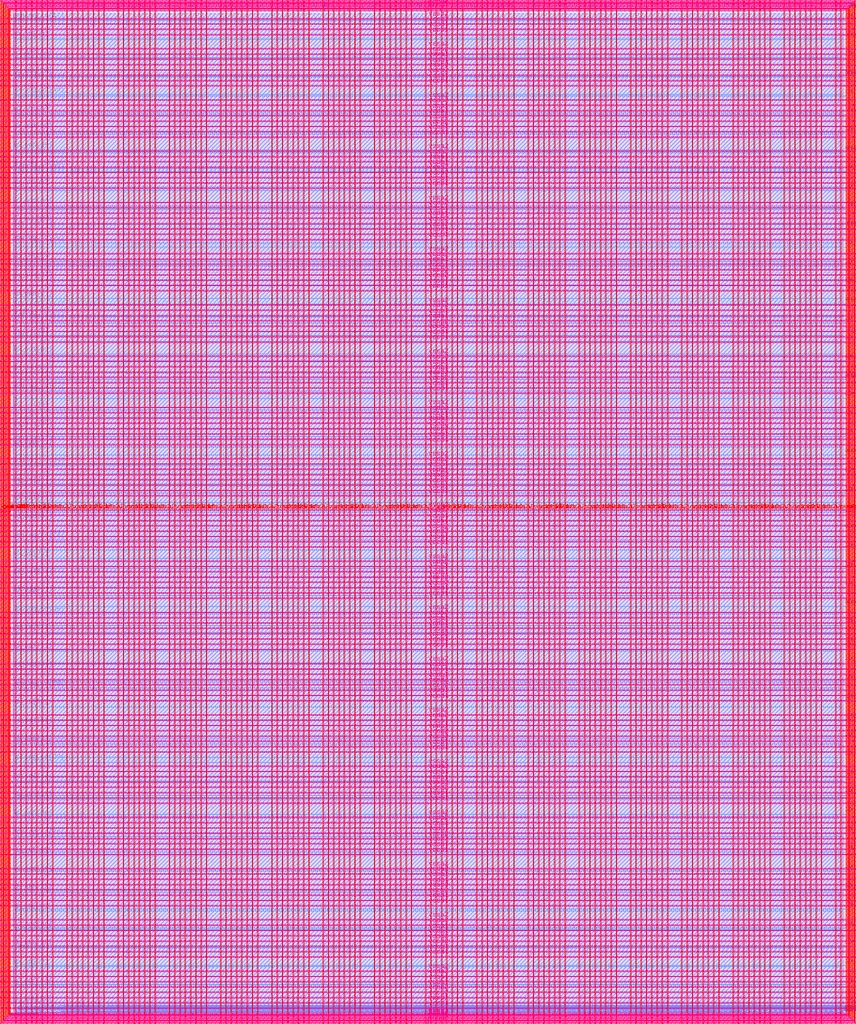
<source format=lef>
VERSION 5.7 ;
  NOWIREEXTENSIONATPIN ON ;
  DIVIDERCHAR "/" ;
  BUSBITCHARS "[]" ;
MACRO user_project_wrapper
  CLASS BLOCK ;
  FOREIGN user_project_wrapper ;
  ORIGIN 0.000 0.000 ;
  SIZE 2920.000 BY 3520.000 ;
  PIN analog_io[0]
    DIRECTION INOUT ;
    USE SIGNAL ;
    PORT
      LAYER met3 ;
        RECT 2917.600 1426.380 2924.800 1427.580 ;
    END
  END analog_io[0]
  PIN analog_io[10]
    DIRECTION INOUT ;
    USE SIGNAL ;
    PORT
      LAYER met2 ;
        RECT 2230.490 3517.600 2231.050 3524.800 ;
    END
  END analog_io[10]
  PIN analog_io[11]
    DIRECTION INOUT ;
    USE SIGNAL ;
    PORT
      LAYER met2 ;
        RECT 1905.730 3517.600 1906.290 3524.800 ;
    END
  END analog_io[11]
  PIN analog_io[12]
    DIRECTION INOUT ;
    USE SIGNAL ;
    PORT
      LAYER met2 ;
        RECT 1581.430 3517.600 1581.990 3524.800 ;
    END
  END analog_io[12]
  PIN analog_io[13]
    DIRECTION INOUT ;
    USE SIGNAL ;
    PORT
      LAYER met2 ;
        RECT 1257.130 3517.600 1257.690 3524.800 ;
    END
  END analog_io[13]
  PIN analog_io[14]
    DIRECTION INOUT ;
    USE SIGNAL ;
    PORT
      LAYER met2 ;
        RECT 932.370 3517.600 932.930 3524.800 ;
    END
  END analog_io[14]
  PIN analog_io[15]
    DIRECTION INOUT ;
    USE SIGNAL ;
    PORT
      LAYER met2 ;
        RECT 608.070 3517.600 608.630 3524.800 ;
    END
  END analog_io[15]
  PIN analog_io[16]
    DIRECTION INOUT ;
    USE SIGNAL ;
    PORT
      LAYER met2 ;
        RECT 283.770 3517.600 284.330 3524.800 ;
    END
  END analog_io[16]
  PIN analog_io[17]
    DIRECTION INOUT ;
    USE SIGNAL ;
    PORT
      LAYER met3 ;
        RECT -4.800 3486.100 2.400 3487.300 ;
    END
  END analog_io[17]
  PIN analog_io[18]
    DIRECTION INOUT ;
    USE SIGNAL ;
    PORT
      LAYER met3 ;
        RECT -4.800 3224.980 2.400 3226.180 ;
    END
  END analog_io[18]
  PIN analog_io[19]
    DIRECTION INOUT ;
    USE SIGNAL ;
    PORT
      LAYER met3 ;
        RECT -4.800 2964.540 2.400 2965.740 ;
    END
  END analog_io[19]
  PIN analog_io[1]
    DIRECTION INOUT ;
    USE SIGNAL ;
    PORT
      LAYER met3 ;
        RECT 2917.600 1692.260 2924.800 1693.460 ;
    END
  END analog_io[1]
  PIN analog_io[20]
    DIRECTION INOUT ;
    USE SIGNAL ;
    PORT
      LAYER met3 ;
        RECT -4.800 2703.420 2.400 2704.620 ;
    END
  END analog_io[20]
  PIN analog_io[21]
    DIRECTION INOUT ;
    USE SIGNAL ;
    PORT
      LAYER met3 ;
        RECT -4.800 2442.980 2.400 2444.180 ;
    END
  END analog_io[21]
  PIN analog_io[22]
    DIRECTION INOUT ;
    USE SIGNAL ;
    PORT
      LAYER met3 ;
        RECT -4.800 2182.540 2.400 2183.740 ;
    END
  END analog_io[22]
  PIN analog_io[23]
    DIRECTION INOUT ;
    USE SIGNAL ;
    PORT
      LAYER met3 ;
        RECT -4.800 1921.420 2.400 1922.620 ;
    END
  END analog_io[23]
  PIN analog_io[24]
    DIRECTION INOUT ;
    USE SIGNAL ;
    PORT
      LAYER met3 ;
        RECT -4.800 1660.980 2.400 1662.180 ;
    END
  END analog_io[24]
  PIN analog_io[25]
    DIRECTION INOUT ;
    USE SIGNAL ;
    PORT
      LAYER met3 ;
        RECT -4.800 1399.860 2.400 1401.060 ;
    END
  END analog_io[25]
  PIN analog_io[26]
    DIRECTION INOUT ;
    USE SIGNAL ;
    PORT
      LAYER met3 ;
        RECT -4.800 1139.420 2.400 1140.620 ;
    END
  END analog_io[26]
  PIN analog_io[27]
    DIRECTION INOUT ;
    USE SIGNAL ;
    PORT
      LAYER met3 ;
        RECT -4.800 878.980 2.400 880.180 ;
    END
  END analog_io[27]
  PIN analog_io[28]
    DIRECTION INOUT ;
    USE SIGNAL ;
    PORT
      LAYER met3 ;
        RECT -4.800 617.860 2.400 619.060 ;
    END
  END analog_io[28]
  PIN analog_io[2]
    DIRECTION INOUT ;
    USE SIGNAL ;
    PORT
      LAYER met3 ;
        RECT 2917.600 1958.140 2924.800 1959.340 ;
    END
  END analog_io[2]
  PIN analog_io[3]
    DIRECTION INOUT ;
    USE SIGNAL ;
    PORT
      LAYER met3 ;
        RECT 2917.600 2223.340 2924.800 2224.540 ;
    END
  END analog_io[3]
  PIN analog_io[4]
    DIRECTION INOUT ;
    USE SIGNAL ;
    PORT
      LAYER met3 ;
        RECT 2917.600 2489.220 2924.800 2490.420 ;
    END
  END analog_io[4]
  PIN analog_io[5]
    DIRECTION INOUT ;
    USE SIGNAL ;
    PORT
      LAYER met3 ;
        RECT 2917.600 2755.100 2924.800 2756.300 ;
    END
  END analog_io[5]
  PIN analog_io[6]
    DIRECTION INOUT ;
    USE SIGNAL ;
    PORT
      LAYER met3 ;
        RECT 2917.600 3020.300 2924.800 3021.500 ;
    END
  END analog_io[6]
  PIN analog_io[7]
    DIRECTION INOUT ;
    USE SIGNAL ;
    PORT
      LAYER met3 ;
        RECT 2917.600 3286.180 2924.800 3287.380 ;
    END
  END analog_io[7]
  PIN analog_io[8]
    DIRECTION INOUT ;
    USE SIGNAL ;
    PORT
      LAYER met2 ;
        RECT 2879.090 3517.600 2879.650 3524.800 ;
    END
  END analog_io[8]
  PIN analog_io[9]
    DIRECTION INOUT ;
    USE SIGNAL ;
    PORT
      LAYER met2 ;
        RECT 2554.790 3517.600 2555.350 3524.800 ;
    END
  END analog_io[9]
  PIN io_in[0]
    DIRECTION INPUT ;
    USE SIGNAL ;
    PORT
      LAYER met3 ;
        RECT 2917.600 32.380 2924.800 33.580 ;
    END
  END io_in[0]
  PIN io_in[10]
    DIRECTION INPUT ;
    USE SIGNAL ;
    PORT
      LAYER met3 ;
        RECT 2917.600 2289.980 2924.800 2291.180 ;
    END
  END io_in[10]
  PIN io_in[11]
    DIRECTION INPUT ;
    USE SIGNAL ;
    PORT
      LAYER met3 ;
        RECT 2917.600 2555.860 2924.800 2557.060 ;
    END
  END io_in[11]
  PIN io_in[12]
    DIRECTION INPUT ;
    USE SIGNAL ;
    PORT
      LAYER met3 ;
        RECT 2917.600 2821.060 2924.800 2822.260 ;
    END
  END io_in[12]
  PIN io_in[13]
    DIRECTION INPUT ;
    USE SIGNAL ;
    PORT
      LAYER met3 ;
        RECT 2917.600 3086.940 2924.800 3088.140 ;
    END
  END io_in[13]
  PIN io_in[14]
    DIRECTION INPUT ;
    USE SIGNAL ;
    PORT
      LAYER met3 ;
        RECT 2917.600 3352.820 2924.800 3354.020 ;
    END
  END io_in[14]
  PIN io_in[15]
    DIRECTION INPUT ;
    USE SIGNAL ;
    PORT
      LAYER met2 ;
        RECT 2798.130 3517.600 2798.690 3524.800 ;
    END
  END io_in[15]
  PIN io_in[16]
    DIRECTION INPUT ;
    USE SIGNAL ;
    PORT
      LAYER met2 ;
        RECT 2473.830 3517.600 2474.390 3524.800 ;
    END
  END io_in[16]
  PIN io_in[17]
    DIRECTION INPUT ;
    USE SIGNAL ;
    PORT
      LAYER met2 ;
        RECT 2149.070 3517.600 2149.630 3524.800 ;
    END
  END io_in[17]
  PIN io_in[18]
    DIRECTION INPUT ;
    USE SIGNAL ;
    PORT
      LAYER met2 ;
        RECT 1824.770 3517.600 1825.330 3524.800 ;
    END
  END io_in[18]
  PIN io_in[19]
    DIRECTION INPUT ;
    USE SIGNAL ;
    PORT
      LAYER met2 ;
        RECT 1500.470 3517.600 1501.030 3524.800 ;
    END
  END io_in[19]
  PIN io_in[1]
    DIRECTION INPUT ;
    USE SIGNAL ;
    PORT
      LAYER met3 ;
        RECT 2917.600 230.940 2924.800 232.140 ;
    END
  END io_in[1]
  PIN io_in[20]
    DIRECTION INPUT ;
    USE SIGNAL ;
    PORT
      LAYER met2 ;
        RECT 1175.710 3517.600 1176.270 3524.800 ;
    END
  END io_in[20]
  PIN io_in[21]
    DIRECTION INPUT ;
    USE SIGNAL ;
    PORT
      LAYER met2 ;
        RECT 851.410 3517.600 851.970 3524.800 ;
    END
  END io_in[21]
  PIN io_in[22]
    DIRECTION INPUT ;
    USE SIGNAL ;
    PORT
      LAYER met2 ;
        RECT 527.110 3517.600 527.670 3524.800 ;
    END
  END io_in[22]
  PIN io_in[23]
    DIRECTION INPUT ;
    USE SIGNAL ;
    PORT
      LAYER met2 ;
        RECT 202.350 3517.600 202.910 3524.800 ;
    END
  END io_in[23]
  PIN io_in[24]
    DIRECTION INPUT ;
    USE SIGNAL ;
    PORT
      LAYER met3 ;
        RECT -4.800 3420.820 2.400 3422.020 ;
    END
  END io_in[24]
  PIN io_in[25]
    DIRECTION INPUT ;
    USE SIGNAL ;
    PORT
      LAYER met3 ;
        RECT -4.800 3159.700 2.400 3160.900 ;
    END
  END io_in[25]
  PIN io_in[26]
    DIRECTION INPUT ;
    USE SIGNAL ;
    PORT
      LAYER met3 ;
        RECT -4.800 2899.260 2.400 2900.460 ;
    END
  END io_in[26]
  PIN io_in[27]
    DIRECTION INPUT ;
    USE SIGNAL ;
    PORT
      LAYER met3 ;
        RECT -4.800 2638.820 2.400 2640.020 ;
    END
  END io_in[27]
  PIN io_in[28]
    DIRECTION INPUT ;
    USE SIGNAL ;
    PORT
      LAYER met3 ;
        RECT -4.800 2377.700 2.400 2378.900 ;
    END
  END io_in[28]
  PIN io_in[29]
    DIRECTION INPUT ;
    USE SIGNAL ;
    PORT
      LAYER met3 ;
        RECT -4.800 2117.260 2.400 2118.460 ;
    END
  END io_in[29]
  PIN io_in[2]
    DIRECTION INPUT ;
    USE SIGNAL ;
    PORT
      LAYER met3 ;
        RECT 2917.600 430.180 2924.800 431.380 ;
    END
  END io_in[2]
  PIN io_in[30]
    DIRECTION INPUT ;
    USE SIGNAL ;
    PORT
      LAYER met3 ;
        RECT -4.800 1856.140 2.400 1857.340 ;
    END
  END io_in[30]
  PIN io_in[31]
    DIRECTION INPUT ;
    USE SIGNAL ;
    PORT
      LAYER met3 ;
        RECT -4.800 1595.700 2.400 1596.900 ;
    END
  END io_in[31]
  PIN io_in[32]
    DIRECTION INPUT ;
    USE SIGNAL ;
    PORT
      LAYER met3 ;
        RECT -4.800 1335.260 2.400 1336.460 ;
    END
  END io_in[32]
  PIN io_in[33]
    DIRECTION INPUT ;
    USE SIGNAL ;
    PORT
      LAYER met3 ;
        RECT -4.800 1074.140 2.400 1075.340 ;
    END
  END io_in[33]
  PIN io_in[34]
    DIRECTION INPUT ;
    USE SIGNAL ;
    PORT
      LAYER met3 ;
        RECT -4.800 813.700 2.400 814.900 ;
    END
  END io_in[34]
  PIN io_in[35]
    DIRECTION INPUT ;
    USE SIGNAL ;
    PORT
      LAYER met3 ;
        RECT -4.800 552.580 2.400 553.780 ;
    END
  END io_in[35]
  PIN io_in[36]
    DIRECTION INPUT ;
    USE SIGNAL ;
    PORT
      LAYER met3 ;
        RECT -4.800 357.420 2.400 358.620 ;
    END
  END io_in[36]
  PIN io_in[37]
    DIRECTION INPUT ;
    USE SIGNAL ;
    PORT
      LAYER met3 ;
        RECT -4.800 161.580 2.400 162.780 ;
    END
  END io_in[37]
  PIN io_in[3]
    DIRECTION INPUT ;
    USE SIGNAL ;
    PORT
      LAYER met3 ;
        RECT 2917.600 629.420 2924.800 630.620 ;
    END
  END io_in[3]
  PIN io_in[4]
    DIRECTION INPUT ;
    USE SIGNAL ;
    PORT
      LAYER met3 ;
        RECT 2917.600 828.660 2924.800 829.860 ;
    END
  END io_in[4]
  PIN io_in[5]
    DIRECTION INPUT ;
    USE SIGNAL ;
    PORT
      LAYER met3 ;
        RECT 2917.600 1027.900 2924.800 1029.100 ;
    END
  END io_in[5]
  PIN io_in[6]
    DIRECTION INPUT ;
    USE SIGNAL ;
    PORT
      LAYER met3 ;
        RECT 2917.600 1227.140 2924.800 1228.340 ;
    END
  END io_in[6]
  PIN io_in[7]
    DIRECTION INPUT ;
    USE SIGNAL ;
    PORT
      LAYER met3 ;
        RECT 2917.600 1493.020 2924.800 1494.220 ;
    END
  END io_in[7]
  PIN io_in[8]
    DIRECTION INPUT ;
    USE SIGNAL ;
    PORT
      LAYER met3 ;
        RECT 2917.600 1758.900 2924.800 1760.100 ;
    END
  END io_in[8]
  PIN io_in[9]
    DIRECTION INPUT ;
    USE SIGNAL ;
    PORT
      LAYER met3 ;
        RECT 2917.600 2024.100 2924.800 2025.300 ;
    END
  END io_in[9]
  PIN io_oeb[0]
    DIRECTION OUTPUT TRISTATE ;
    USE SIGNAL ;
    PORT
      LAYER met3 ;
        RECT 2917.600 164.980 2924.800 166.180 ;
    END
  END io_oeb[0]
  PIN io_oeb[10]
    DIRECTION OUTPUT TRISTATE ;
    USE SIGNAL ;
    PORT
      LAYER met3 ;
        RECT 2917.600 2422.580 2924.800 2423.780 ;
    END
  END io_oeb[10]
  PIN io_oeb[11]
    DIRECTION OUTPUT TRISTATE ;
    USE SIGNAL ;
    PORT
      LAYER met3 ;
        RECT 2917.600 2688.460 2924.800 2689.660 ;
    END
  END io_oeb[11]
  PIN io_oeb[12]
    DIRECTION OUTPUT TRISTATE ;
    USE SIGNAL ;
    PORT
      LAYER met3 ;
        RECT 2917.600 2954.340 2924.800 2955.540 ;
    END
  END io_oeb[12]
  PIN io_oeb[13]
    DIRECTION OUTPUT TRISTATE ;
    USE SIGNAL ;
    PORT
      LAYER met3 ;
        RECT 2917.600 3219.540 2924.800 3220.740 ;
    END
  END io_oeb[13]
  PIN io_oeb[14]
    DIRECTION OUTPUT TRISTATE ;
    USE SIGNAL ;
    PORT
      LAYER met3 ;
        RECT 2917.600 3485.420 2924.800 3486.620 ;
    END
  END io_oeb[14]
  PIN io_oeb[15]
    DIRECTION OUTPUT TRISTATE ;
    USE SIGNAL ;
    PORT
      LAYER met2 ;
        RECT 2635.750 3517.600 2636.310 3524.800 ;
    END
  END io_oeb[15]
  PIN io_oeb[16]
    DIRECTION OUTPUT TRISTATE ;
    USE SIGNAL ;
    PORT
      LAYER met2 ;
        RECT 2311.450 3517.600 2312.010 3524.800 ;
    END
  END io_oeb[16]
  PIN io_oeb[17]
    DIRECTION OUTPUT TRISTATE ;
    USE SIGNAL ;
    PORT
      LAYER met2 ;
        RECT 1987.150 3517.600 1987.710 3524.800 ;
    END
  END io_oeb[17]
  PIN io_oeb[18]
    DIRECTION OUTPUT TRISTATE ;
    USE SIGNAL ;
    PORT
      LAYER met2 ;
        RECT 1662.390 3517.600 1662.950 3524.800 ;
    END
  END io_oeb[18]
  PIN io_oeb[19]
    DIRECTION OUTPUT TRISTATE ;
    USE SIGNAL ;
    PORT
      LAYER met2 ;
        RECT 1338.090 3517.600 1338.650 3524.800 ;
    END
  END io_oeb[19]
  PIN io_oeb[1]
    DIRECTION OUTPUT TRISTATE ;
    USE SIGNAL ;
    PORT
      LAYER met3 ;
        RECT 2917.600 364.220 2924.800 365.420 ;
    END
  END io_oeb[1]
  PIN io_oeb[20]
    DIRECTION OUTPUT TRISTATE ;
    USE SIGNAL ;
    PORT
      LAYER met2 ;
        RECT 1013.790 3517.600 1014.350 3524.800 ;
    END
  END io_oeb[20]
  PIN io_oeb[21]
    DIRECTION OUTPUT TRISTATE ;
    USE SIGNAL ;
    PORT
      LAYER met2 ;
        RECT 689.030 3517.600 689.590 3524.800 ;
    END
  END io_oeb[21]
  PIN io_oeb[22]
    DIRECTION OUTPUT TRISTATE ;
    USE SIGNAL ;
    PORT
      LAYER met2 ;
        RECT 364.730 3517.600 365.290 3524.800 ;
    END
  END io_oeb[22]
  PIN io_oeb[23]
    DIRECTION OUTPUT TRISTATE ;
    USE SIGNAL ;
    PORT
      LAYER met2 ;
        RECT 40.430 3517.600 40.990 3524.800 ;
    END
  END io_oeb[23]
  PIN io_oeb[24]
    DIRECTION OUTPUT TRISTATE ;
    USE SIGNAL ;
    PORT
      LAYER met3 ;
        RECT -4.800 3290.260 2.400 3291.460 ;
    END
  END io_oeb[24]
  PIN io_oeb[25]
    DIRECTION OUTPUT TRISTATE ;
    USE SIGNAL ;
    PORT
      LAYER met3 ;
        RECT -4.800 3029.820 2.400 3031.020 ;
    END
  END io_oeb[25]
  PIN io_oeb[26]
    DIRECTION OUTPUT TRISTATE ;
    USE SIGNAL ;
    PORT
      LAYER met3 ;
        RECT -4.800 2768.700 2.400 2769.900 ;
    END
  END io_oeb[26]
  PIN io_oeb[27]
    DIRECTION OUTPUT TRISTATE ;
    USE SIGNAL ;
    PORT
      LAYER met3 ;
        RECT -4.800 2508.260 2.400 2509.460 ;
    END
  END io_oeb[27]
  PIN io_oeb[28]
    DIRECTION OUTPUT TRISTATE ;
    USE SIGNAL ;
    PORT
      LAYER met3 ;
        RECT -4.800 2247.140 2.400 2248.340 ;
    END
  END io_oeb[28]
  PIN io_oeb[29]
    DIRECTION OUTPUT TRISTATE ;
    USE SIGNAL ;
    PORT
      LAYER met3 ;
        RECT -4.800 1986.700 2.400 1987.900 ;
    END
  END io_oeb[29]
  PIN io_oeb[2]
    DIRECTION OUTPUT TRISTATE ;
    USE SIGNAL ;
    PORT
      LAYER met3 ;
        RECT 2917.600 563.460 2924.800 564.660 ;
    END
  END io_oeb[2]
  PIN io_oeb[30]
    DIRECTION OUTPUT TRISTATE ;
    USE SIGNAL ;
    PORT
      LAYER met3 ;
        RECT -4.800 1726.260 2.400 1727.460 ;
    END
  END io_oeb[30]
  PIN io_oeb[31]
    DIRECTION OUTPUT TRISTATE ;
    USE SIGNAL ;
    PORT
      LAYER met3 ;
        RECT -4.800 1465.140 2.400 1466.340 ;
    END
  END io_oeb[31]
  PIN io_oeb[32]
    DIRECTION OUTPUT TRISTATE ;
    USE SIGNAL ;
    PORT
      LAYER met3 ;
        RECT -4.800 1204.700 2.400 1205.900 ;
    END
  END io_oeb[32]
  PIN io_oeb[33]
    DIRECTION OUTPUT TRISTATE ;
    USE SIGNAL ;
    PORT
      LAYER met3 ;
        RECT -4.800 943.580 2.400 944.780 ;
    END
  END io_oeb[33]
  PIN io_oeb[34]
    DIRECTION OUTPUT TRISTATE ;
    USE SIGNAL ;
    PORT
      LAYER met3 ;
        RECT -4.800 683.140 2.400 684.340 ;
    END
  END io_oeb[34]
  PIN io_oeb[35]
    DIRECTION OUTPUT TRISTATE ;
    USE SIGNAL ;
    PORT
      LAYER met3 ;
        RECT -4.800 422.700 2.400 423.900 ;
    END
  END io_oeb[35]
  PIN io_oeb[36]
    DIRECTION OUTPUT TRISTATE ;
    USE SIGNAL ;
    PORT
      LAYER met3 ;
        RECT -4.800 226.860 2.400 228.060 ;
    END
  END io_oeb[36]
  PIN io_oeb[37]
    DIRECTION OUTPUT TRISTATE ;
    USE SIGNAL ;
    PORT
      LAYER met3 ;
        RECT -4.800 31.700 2.400 32.900 ;
    END
  END io_oeb[37]
  PIN io_oeb[3]
    DIRECTION OUTPUT TRISTATE ;
    USE SIGNAL ;
    PORT
      LAYER met3 ;
        RECT 2917.600 762.700 2924.800 763.900 ;
    END
  END io_oeb[3]
  PIN io_oeb[4]
    DIRECTION OUTPUT TRISTATE ;
    USE SIGNAL ;
    PORT
      LAYER met3 ;
        RECT 2917.600 961.940 2924.800 963.140 ;
    END
  END io_oeb[4]
  PIN io_oeb[5]
    DIRECTION OUTPUT TRISTATE ;
    USE SIGNAL ;
    PORT
      LAYER met3 ;
        RECT 2917.600 1161.180 2924.800 1162.380 ;
    END
  END io_oeb[5]
  PIN io_oeb[6]
    DIRECTION OUTPUT TRISTATE ;
    USE SIGNAL ;
    PORT
      LAYER met3 ;
        RECT 2917.600 1360.420 2924.800 1361.620 ;
    END
  END io_oeb[6]
  PIN io_oeb[7]
    DIRECTION OUTPUT TRISTATE ;
    USE SIGNAL ;
    PORT
      LAYER met3 ;
        RECT 2917.600 1625.620 2924.800 1626.820 ;
    END
  END io_oeb[7]
  PIN io_oeb[8]
    DIRECTION OUTPUT TRISTATE ;
    USE SIGNAL ;
    PORT
      LAYER met3 ;
        RECT 2917.600 1891.500 2924.800 1892.700 ;
    END
  END io_oeb[8]
  PIN io_oeb[9]
    DIRECTION OUTPUT TRISTATE ;
    USE SIGNAL ;
    PORT
      LAYER met3 ;
        RECT 2917.600 2157.380 2924.800 2158.580 ;
    END
  END io_oeb[9]
  PIN io_out[0]
    DIRECTION OUTPUT TRISTATE ;
    USE SIGNAL ;
    PORT
      LAYER met3 ;
        RECT 2917.600 98.340 2924.800 99.540 ;
    END
  END io_out[0]
  PIN io_out[10]
    DIRECTION OUTPUT TRISTATE ;
    USE SIGNAL ;
    PORT
      LAYER met3 ;
        RECT 2917.600 2356.620 2924.800 2357.820 ;
    END
  END io_out[10]
  PIN io_out[11]
    DIRECTION OUTPUT TRISTATE ;
    USE SIGNAL ;
    PORT
      LAYER met3 ;
        RECT 2917.600 2621.820 2924.800 2623.020 ;
    END
  END io_out[11]
  PIN io_out[12]
    DIRECTION OUTPUT TRISTATE ;
    USE SIGNAL ;
    PORT
      LAYER met3 ;
        RECT 2917.600 2887.700 2924.800 2888.900 ;
    END
  END io_out[12]
  PIN io_out[13]
    DIRECTION OUTPUT TRISTATE ;
    USE SIGNAL ;
    PORT
      LAYER met3 ;
        RECT 2917.600 3153.580 2924.800 3154.780 ;
    END
  END io_out[13]
  PIN io_out[14]
    DIRECTION OUTPUT TRISTATE ;
    USE SIGNAL ;
    PORT
      LAYER met3 ;
        RECT 2917.600 3418.780 2924.800 3419.980 ;
    END
  END io_out[14]
  PIN io_out[15]
    DIRECTION OUTPUT TRISTATE ;
    USE SIGNAL ;
    PORT
      LAYER met2 ;
        RECT 2717.170 3517.600 2717.730 3524.800 ;
    END
  END io_out[15]
  PIN io_out[16]
    DIRECTION OUTPUT TRISTATE ;
    USE SIGNAL ;
    PORT
      LAYER met2 ;
        RECT 2392.410 3517.600 2392.970 3524.800 ;
    END
  END io_out[16]
  PIN io_out[17]
    DIRECTION OUTPUT TRISTATE ;
    USE SIGNAL ;
    PORT
      LAYER met2 ;
        RECT 2068.110 3517.600 2068.670 3524.800 ;
    END
  END io_out[17]
  PIN io_out[18]
    DIRECTION OUTPUT TRISTATE ;
    USE SIGNAL ;
    PORT
      LAYER met2 ;
        RECT 1743.810 3517.600 1744.370 3524.800 ;
    END
  END io_out[18]
  PIN io_out[19]
    DIRECTION OUTPUT TRISTATE ;
    USE SIGNAL ;
    PORT
      LAYER met2 ;
        RECT 1419.050 3517.600 1419.610 3524.800 ;
    END
  END io_out[19]
  PIN io_out[1]
    DIRECTION OUTPUT TRISTATE ;
    USE SIGNAL ;
    PORT
      LAYER met3 ;
        RECT 2917.600 297.580 2924.800 298.780 ;
    END
  END io_out[1]
  PIN io_out[20]
    DIRECTION OUTPUT TRISTATE ;
    USE SIGNAL ;
    PORT
      LAYER met2 ;
        RECT 1094.750 3517.600 1095.310 3524.800 ;
    END
  END io_out[20]
  PIN io_out[21]
    DIRECTION OUTPUT TRISTATE ;
    USE SIGNAL ;
    PORT
      LAYER met2 ;
        RECT 770.450 3517.600 771.010 3524.800 ;
    END
  END io_out[21]
  PIN io_out[22]
    DIRECTION OUTPUT TRISTATE ;
    USE SIGNAL ;
    PORT
      LAYER met2 ;
        RECT 445.690 3517.600 446.250 3524.800 ;
    END
  END io_out[22]
  PIN io_out[23]
    DIRECTION OUTPUT TRISTATE ;
    USE SIGNAL ;
    PORT
      LAYER met2 ;
        RECT 121.390 3517.600 121.950 3524.800 ;
    END
  END io_out[23]
  PIN io_out[24]
    DIRECTION OUTPUT TRISTATE ;
    USE SIGNAL ;
    PORT
      LAYER met3 ;
        RECT -4.800 3355.540 2.400 3356.740 ;
    END
  END io_out[24]
  PIN io_out[25]
    DIRECTION OUTPUT TRISTATE ;
    USE SIGNAL ;
    PORT
      LAYER met3 ;
        RECT -4.800 3095.100 2.400 3096.300 ;
    END
  END io_out[25]
  PIN io_out[26]
    DIRECTION OUTPUT TRISTATE ;
    USE SIGNAL ;
    PORT
      LAYER met3 ;
        RECT -4.800 2833.980 2.400 2835.180 ;
    END
  END io_out[26]
  PIN io_out[27]
    DIRECTION OUTPUT TRISTATE ;
    USE SIGNAL ;
    PORT
      LAYER met3 ;
        RECT -4.800 2573.540 2.400 2574.740 ;
    END
  END io_out[27]
  PIN io_out[28]
    DIRECTION OUTPUT TRISTATE ;
    USE SIGNAL ;
    PORT
      LAYER met3 ;
        RECT -4.800 2312.420 2.400 2313.620 ;
    END
  END io_out[28]
  PIN io_out[29]
    DIRECTION OUTPUT TRISTATE ;
    USE SIGNAL ;
    PORT
      LAYER met3 ;
        RECT -4.800 2051.980 2.400 2053.180 ;
    END
  END io_out[29]
  PIN io_out[2]
    DIRECTION OUTPUT TRISTATE ;
    USE SIGNAL ;
    PORT
      LAYER met3 ;
        RECT 2917.600 496.820 2924.800 498.020 ;
    END
  END io_out[2]
  PIN io_out[30]
    DIRECTION OUTPUT TRISTATE ;
    USE SIGNAL ;
    PORT
      LAYER met3 ;
        RECT -4.800 1791.540 2.400 1792.740 ;
    END
  END io_out[30]
  PIN io_out[31]
    DIRECTION OUTPUT TRISTATE ;
    USE SIGNAL ;
    PORT
      LAYER met3 ;
        RECT -4.800 1530.420 2.400 1531.620 ;
    END
  END io_out[31]
  PIN io_out[32]
    DIRECTION OUTPUT TRISTATE ;
    USE SIGNAL ;
    PORT
      LAYER met3 ;
        RECT -4.800 1269.980 2.400 1271.180 ;
    END
  END io_out[32]
  PIN io_out[33]
    DIRECTION OUTPUT TRISTATE ;
    USE SIGNAL ;
    PORT
      LAYER met3 ;
        RECT -4.800 1008.860 2.400 1010.060 ;
    END
  END io_out[33]
  PIN io_out[34]
    DIRECTION OUTPUT TRISTATE ;
    USE SIGNAL ;
    PORT
      LAYER met3 ;
        RECT -4.800 748.420 2.400 749.620 ;
    END
  END io_out[34]
  PIN io_out[35]
    DIRECTION OUTPUT TRISTATE ;
    USE SIGNAL ;
    PORT
      LAYER met3 ;
        RECT -4.800 487.300 2.400 488.500 ;
    END
  END io_out[35]
  PIN io_out[36]
    DIRECTION OUTPUT TRISTATE ;
    USE SIGNAL ;
    PORT
      LAYER met3 ;
        RECT -4.800 292.140 2.400 293.340 ;
    END
  END io_out[36]
  PIN io_out[37]
    DIRECTION OUTPUT TRISTATE ;
    USE SIGNAL ;
    PORT
      LAYER met3 ;
        RECT -4.800 96.300 2.400 97.500 ;
    END
  END io_out[37]
  PIN io_out[3]
    DIRECTION OUTPUT TRISTATE ;
    USE SIGNAL ;
    PORT
      LAYER met3 ;
        RECT 2917.600 696.060 2924.800 697.260 ;
    END
  END io_out[3]
  PIN io_out[4]
    DIRECTION OUTPUT TRISTATE ;
    USE SIGNAL ;
    PORT
      LAYER met3 ;
        RECT 2917.600 895.300 2924.800 896.500 ;
    END
  END io_out[4]
  PIN io_out[5]
    DIRECTION OUTPUT TRISTATE ;
    USE SIGNAL ;
    PORT
      LAYER met3 ;
        RECT 2917.600 1094.540 2924.800 1095.740 ;
    END
  END io_out[5]
  PIN io_out[6]
    DIRECTION OUTPUT TRISTATE ;
    USE SIGNAL ;
    PORT
      LAYER met3 ;
        RECT 2917.600 1293.780 2924.800 1294.980 ;
    END
  END io_out[6]
  PIN io_out[7]
    DIRECTION OUTPUT TRISTATE ;
    USE SIGNAL ;
    PORT
      LAYER met3 ;
        RECT 2917.600 1559.660 2924.800 1560.860 ;
    END
  END io_out[7]
  PIN io_out[8]
    DIRECTION OUTPUT TRISTATE ;
    USE SIGNAL ;
    PORT
      LAYER met3 ;
        RECT 2917.600 1824.860 2924.800 1826.060 ;
    END
  END io_out[8]
  PIN io_out[9]
    DIRECTION OUTPUT TRISTATE ;
    USE SIGNAL ;
    PORT
      LAYER met3 ;
        RECT 2917.600 2090.740 2924.800 2091.940 ;
    END
  END io_out[9]
  PIN la_data_in[0]
    DIRECTION INPUT ;
    USE SIGNAL ;
    PORT
      LAYER met2 ;
        RECT 629.230 -4.800 629.790 2.400 ;
    END
  END la_data_in[0]
  PIN la_data_in[100]
    DIRECTION INPUT ;
    USE SIGNAL ;
    PORT
      LAYER met2 ;
        RECT 2402.530 -4.800 2403.090 2.400 ;
    END
  END la_data_in[100]
  PIN la_data_in[101]
    DIRECTION INPUT ;
    USE SIGNAL ;
    PORT
      LAYER met2 ;
        RECT 2420.010 -4.800 2420.570 2.400 ;
    END
  END la_data_in[101]
  PIN la_data_in[102]
    DIRECTION INPUT ;
    USE SIGNAL ;
    PORT
      LAYER met2 ;
        RECT 2437.950 -4.800 2438.510 2.400 ;
    END
  END la_data_in[102]
  PIN la_data_in[103]
    DIRECTION INPUT ;
    USE SIGNAL ;
    PORT
      LAYER met2 ;
        RECT 2455.430 -4.800 2455.990 2.400 ;
    END
  END la_data_in[103]
  PIN la_data_in[104]
    DIRECTION INPUT ;
    USE SIGNAL ;
    PORT
      LAYER met2 ;
        RECT 2473.370 -4.800 2473.930 2.400 ;
    END
  END la_data_in[104]
  PIN la_data_in[105]
    DIRECTION INPUT ;
    USE SIGNAL ;
    PORT
      LAYER met2 ;
        RECT 2490.850 -4.800 2491.410 2.400 ;
    END
  END la_data_in[105]
  PIN la_data_in[106]
    DIRECTION INPUT ;
    USE SIGNAL ;
    PORT
      LAYER met2 ;
        RECT 2508.790 -4.800 2509.350 2.400 ;
    END
  END la_data_in[106]
  PIN la_data_in[107]
    DIRECTION INPUT ;
    USE SIGNAL ;
    PORT
      LAYER met2 ;
        RECT 2526.730 -4.800 2527.290 2.400 ;
    END
  END la_data_in[107]
  PIN la_data_in[108]
    DIRECTION INPUT ;
    USE SIGNAL ;
    PORT
      LAYER met2 ;
        RECT 2544.210 -4.800 2544.770 2.400 ;
    END
  END la_data_in[108]
  PIN la_data_in[109]
    DIRECTION INPUT ;
    USE SIGNAL ;
    PORT
      LAYER met2 ;
        RECT 2562.150 -4.800 2562.710 2.400 ;
    END
  END la_data_in[109]
  PIN la_data_in[10]
    DIRECTION INPUT ;
    USE SIGNAL ;
    PORT
      LAYER met2 ;
        RECT 806.330 -4.800 806.890 2.400 ;
    END
  END la_data_in[10]
  PIN la_data_in[110]
    DIRECTION INPUT ;
    USE SIGNAL ;
    PORT
      LAYER met2 ;
        RECT 2579.630 -4.800 2580.190 2.400 ;
    END
  END la_data_in[110]
  PIN la_data_in[111]
    DIRECTION INPUT ;
    USE SIGNAL ;
    PORT
      LAYER met2 ;
        RECT 2597.570 -4.800 2598.130 2.400 ;
    END
  END la_data_in[111]
  PIN la_data_in[112]
    DIRECTION INPUT ;
    USE SIGNAL ;
    PORT
      LAYER met2 ;
        RECT 2615.050 -4.800 2615.610 2.400 ;
    END
  END la_data_in[112]
  PIN la_data_in[113]
    DIRECTION INPUT ;
    USE SIGNAL ;
    PORT
      LAYER met2 ;
        RECT 2632.990 -4.800 2633.550 2.400 ;
    END
  END la_data_in[113]
  PIN la_data_in[114]
    DIRECTION INPUT ;
    USE SIGNAL ;
    PORT
      LAYER met2 ;
        RECT 2650.470 -4.800 2651.030 2.400 ;
    END
  END la_data_in[114]
  PIN la_data_in[115]
    DIRECTION INPUT ;
    USE SIGNAL ;
    PORT
      LAYER met2 ;
        RECT 2668.410 -4.800 2668.970 2.400 ;
    END
  END la_data_in[115]
  PIN la_data_in[116]
    DIRECTION INPUT ;
    USE SIGNAL ;
    PORT
      LAYER met2 ;
        RECT 2685.890 -4.800 2686.450 2.400 ;
    END
  END la_data_in[116]
  PIN la_data_in[117]
    DIRECTION INPUT ;
    USE SIGNAL ;
    PORT
      LAYER met2 ;
        RECT 2703.830 -4.800 2704.390 2.400 ;
    END
  END la_data_in[117]
  PIN la_data_in[118]
    DIRECTION INPUT ;
    USE SIGNAL ;
    PORT
      LAYER met2 ;
        RECT 2721.770 -4.800 2722.330 2.400 ;
    END
  END la_data_in[118]
  PIN la_data_in[119]
    DIRECTION INPUT ;
    USE SIGNAL ;
    PORT
      LAYER met2 ;
        RECT 2739.250 -4.800 2739.810 2.400 ;
    END
  END la_data_in[119]
  PIN la_data_in[11]
    DIRECTION INPUT ;
    USE SIGNAL ;
    PORT
      LAYER met2 ;
        RECT 824.270 -4.800 824.830 2.400 ;
    END
  END la_data_in[11]
  PIN la_data_in[120]
    DIRECTION INPUT ;
    USE SIGNAL ;
    PORT
      LAYER met2 ;
        RECT 2757.190 -4.800 2757.750 2.400 ;
    END
  END la_data_in[120]
  PIN la_data_in[121]
    DIRECTION INPUT ;
    USE SIGNAL ;
    PORT
      LAYER met2 ;
        RECT 2774.670 -4.800 2775.230 2.400 ;
    END
  END la_data_in[121]
  PIN la_data_in[122]
    DIRECTION INPUT ;
    USE SIGNAL ;
    PORT
      LAYER met2 ;
        RECT 2792.610 -4.800 2793.170 2.400 ;
    END
  END la_data_in[122]
  PIN la_data_in[123]
    DIRECTION INPUT ;
    USE SIGNAL ;
    PORT
      LAYER met2 ;
        RECT 2810.090 -4.800 2810.650 2.400 ;
    END
  END la_data_in[123]
  PIN la_data_in[124]
    DIRECTION INPUT ;
    USE SIGNAL ;
    PORT
      LAYER met2 ;
        RECT 2828.030 -4.800 2828.590 2.400 ;
    END
  END la_data_in[124]
  PIN la_data_in[125]
    DIRECTION INPUT ;
    USE SIGNAL ;
    PORT
      LAYER met2 ;
        RECT 2845.510 -4.800 2846.070 2.400 ;
    END
  END la_data_in[125]
  PIN la_data_in[126]
    DIRECTION INPUT ;
    USE SIGNAL ;
    PORT
      LAYER met2 ;
        RECT 2863.450 -4.800 2864.010 2.400 ;
    END
  END la_data_in[126]
  PIN la_data_in[127]
    DIRECTION INPUT ;
    USE SIGNAL ;
    PORT
      LAYER met2 ;
        RECT 2881.390 -4.800 2881.950 2.400 ;
    END
  END la_data_in[127]
  PIN la_data_in[12]
    DIRECTION INPUT ;
    USE SIGNAL ;
    PORT
      LAYER met2 ;
        RECT 841.750 -4.800 842.310 2.400 ;
    END
  END la_data_in[12]
  PIN la_data_in[13]
    DIRECTION INPUT ;
    USE SIGNAL ;
    PORT
      LAYER met2 ;
        RECT 859.690 -4.800 860.250 2.400 ;
    END
  END la_data_in[13]
  PIN la_data_in[14]
    DIRECTION INPUT ;
    USE SIGNAL ;
    PORT
      LAYER met2 ;
        RECT 877.170 -4.800 877.730 2.400 ;
    END
  END la_data_in[14]
  PIN la_data_in[15]
    DIRECTION INPUT ;
    USE SIGNAL ;
    PORT
      LAYER met2 ;
        RECT 895.110 -4.800 895.670 2.400 ;
    END
  END la_data_in[15]
  PIN la_data_in[16]
    DIRECTION INPUT ;
    USE SIGNAL ;
    PORT
      LAYER met2 ;
        RECT 912.590 -4.800 913.150 2.400 ;
    END
  END la_data_in[16]
  PIN la_data_in[17]
    DIRECTION INPUT ;
    USE SIGNAL ;
    PORT
      LAYER met2 ;
        RECT 930.530 -4.800 931.090 2.400 ;
    END
  END la_data_in[17]
  PIN la_data_in[18]
    DIRECTION INPUT ;
    USE SIGNAL ;
    PORT
      LAYER met2 ;
        RECT 948.470 -4.800 949.030 2.400 ;
    END
  END la_data_in[18]
  PIN la_data_in[19]
    DIRECTION INPUT ;
    USE SIGNAL ;
    PORT
      LAYER met2 ;
        RECT 965.950 -4.800 966.510 2.400 ;
    END
  END la_data_in[19]
  PIN la_data_in[1]
    DIRECTION INPUT ;
    USE SIGNAL ;
    PORT
      LAYER met2 ;
        RECT 646.710 -4.800 647.270 2.400 ;
    END
  END la_data_in[1]
  PIN la_data_in[20]
    DIRECTION INPUT ;
    USE SIGNAL ;
    PORT
      LAYER met2 ;
        RECT 983.890 -4.800 984.450 2.400 ;
    END
  END la_data_in[20]
  PIN la_data_in[21]
    DIRECTION INPUT ;
    USE SIGNAL ;
    PORT
      LAYER met2 ;
        RECT 1001.370 -4.800 1001.930 2.400 ;
    END
  END la_data_in[21]
  PIN la_data_in[22]
    DIRECTION INPUT ;
    USE SIGNAL ;
    PORT
      LAYER met2 ;
        RECT 1019.310 -4.800 1019.870 2.400 ;
    END
  END la_data_in[22]
  PIN la_data_in[23]
    DIRECTION INPUT ;
    USE SIGNAL ;
    PORT
      LAYER met2 ;
        RECT 1036.790 -4.800 1037.350 2.400 ;
    END
  END la_data_in[23]
  PIN la_data_in[24]
    DIRECTION INPUT ;
    USE SIGNAL ;
    PORT
      LAYER met2 ;
        RECT 1054.730 -4.800 1055.290 2.400 ;
    END
  END la_data_in[24]
  PIN la_data_in[25]
    DIRECTION INPUT ;
    USE SIGNAL ;
    PORT
      LAYER met2 ;
        RECT 1072.210 -4.800 1072.770 2.400 ;
    END
  END la_data_in[25]
  PIN la_data_in[26]
    DIRECTION INPUT ;
    USE SIGNAL ;
    PORT
      LAYER met2 ;
        RECT 1090.150 -4.800 1090.710 2.400 ;
    END
  END la_data_in[26]
  PIN la_data_in[27]
    DIRECTION INPUT ;
    USE SIGNAL ;
    PORT
      LAYER met2 ;
        RECT 1107.630 -4.800 1108.190 2.400 ;
    END
  END la_data_in[27]
  PIN la_data_in[28]
    DIRECTION INPUT ;
    USE SIGNAL ;
    PORT
      LAYER met2 ;
        RECT 1125.570 -4.800 1126.130 2.400 ;
    END
  END la_data_in[28]
  PIN la_data_in[29]
    DIRECTION INPUT ;
    USE SIGNAL ;
    PORT
      LAYER met2 ;
        RECT 1143.510 -4.800 1144.070 2.400 ;
    END
  END la_data_in[29]
  PIN la_data_in[2]
    DIRECTION INPUT ;
    USE SIGNAL ;
    PORT
      LAYER met2 ;
        RECT 664.650 -4.800 665.210 2.400 ;
    END
  END la_data_in[2]
  PIN la_data_in[30]
    DIRECTION INPUT ;
    USE SIGNAL ;
    PORT
      LAYER met2 ;
        RECT 1160.990 -4.800 1161.550 2.400 ;
    END
  END la_data_in[30]
  PIN la_data_in[31]
    DIRECTION INPUT ;
    USE SIGNAL ;
    PORT
      LAYER met2 ;
        RECT 1178.930 -4.800 1179.490 2.400 ;
    END
  END la_data_in[31]
  PIN la_data_in[32]
    DIRECTION INPUT ;
    USE SIGNAL ;
    PORT
      LAYER met2 ;
        RECT 1196.410 -4.800 1196.970 2.400 ;
    END
  END la_data_in[32]
  PIN la_data_in[33]
    DIRECTION INPUT ;
    USE SIGNAL ;
    PORT
      LAYER met2 ;
        RECT 1214.350 -4.800 1214.910 2.400 ;
    END
  END la_data_in[33]
  PIN la_data_in[34]
    DIRECTION INPUT ;
    USE SIGNAL ;
    PORT
      LAYER met2 ;
        RECT 1231.830 -4.800 1232.390 2.400 ;
    END
  END la_data_in[34]
  PIN la_data_in[35]
    DIRECTION INPUT ;
    USE SIGNAL ;
    PORT
      LAYER met2 ;
        RECT 1249.770 -4.800 1250.330 2.400 ;
    END
  END la_data_in[35]
  PIN la_data_in[36]
    DIRECTION INPUT ;
    USE SIGNAL ;
    PORT
      LAYER met2 ;
        RECT 1267.250 -4.800 1267.810 2.400 ;
    END
  END la_data_in[36]
  PIN la_data_in[37]
    DIRECTION INPUT ;
    USE SIGNAL ;
    PORT
      LAYER met2 ;
        RECT 1285.190 -4.800 1285.750 2.400 ;
    END
  END la_data_in[37]
  PIN la_data_in[38]
    DIRECTION INPUT ;
    USE SIGNAL ;
    PORT
      LAYER met2 ;
        RECT 1303.130 -4.800 1303.690 2.400 ;
    END
  END la_data_in[38]
  PIN la_data_in[39]
    DIRECTION INPUT ;
    USE SIGNAL ;
    PORT
      LAYER met2 ;
        RECT 1320.610 -4.800 1321.170 2.400 ;
    END
  END la_data_in[39]
  PIN la_data_in[3]
    DIRECTION INPUT ;
    USE SIGNAL ;
    PORT
      LAYER met2 ;
        RECT 682.130 -4.800 682.690 2.400 ;
    END
  END la_data_in[3]
  PIN la_data_in[40]
    DIRECTION INPUT ;
    USE SIGNAL ;
    PORT
      LAYER met2 ;
        RECT 1338.550 -4.800 1339.110 2.400 ;
    END
  END la_data_in[40]
  PIN la_data_in[41]
    DIRECTION INPUT ;
    USE SIGNAL ;
    PORT
      LAYER met2 ;
        RECT 1356.030 -4.800 1356.590 2.400 ;
    END
  END la_data_in[41]
  PIN la_data_in[42]
    DIRECTION INPUT ;
    USE SIGNAL ;
    PORT
      LAYER met2 ;
        RECT 1373.970 -4.800 1374.530 2.400 ;
    END
  END la_data_in[42]
  PIN la_data_in[43]
    DIRECTION INPUT ;
    USE SIGNAL ;
    PORT
      LAYER met2 ;
        RECT 1391.450 -4.800 1392.010 2.400 ;
    END
  END la_data_in[43]
  PIN la_data_in[44]
    DIRECTION INPUT ;
    USE SIGNAL ;
    PORT
      LAYER met2 ;
        RECT 1409.390 -4.800 1409.950 2.400 ;
    END
  END la_data_in[44]
  PIN la_data_in[45]
    DIRECTION INPUT ;
    USE SIGNAL ;
    PORT
      LAYER met2 ;
        RECT 1426.870 -4.800 1427.430 2.400 ;
    END
  END la_data_in[45]
  PIN la_data_in[46]
    DIRECTION INPUT ;
    USE SIGNAL ;
    PORT
      LAYER met2 ;
        RECT 1444.810 -4.800 1445.370 2.400 ;
    END
  END la_data_in[46]
  PIN la_data_in[47]
    DIRECTION INPUT ;
    USE SIGNAL ;
    PORT
      LAYER met2 ;
        RECT 1462.750 -4.800 1463.310 2.400 ;
    END
  END la_data_in[47]
  PIN la_data_in[48]
    DIRECTION INPUT ;
    USE SIGNAL ;
    PORT
      LAYER met2 ;
        RECT 1480.230 -4.800 1480.790 2.400 ;
    END
  END la_data_in[48]
  PIN la_data_in[49]
    DIRECTION INPUT ;
    USE SIGNAL ;
    PORT
      LAYER met2 ;
        RECT 1498.170 -4.800 1498.730 2.400 ;
    END
  END la_data_in[49]
  PIN la_data_in[4]
    DIRECTION INPUT ;
    USE SIGNAL ;
    PORT
      LAYER met2 ;
        RECT 700.070 -4.800 700.630 2.400 ;
    END
  END la_data_in[4]
  PIN la_data_in[50]
    DIRECTION INPUT ;
    USE SIGNAL ;
    PORT
      LAYER met2 ;
        RECT 1515.650 -4.800 1516.210 2.400 ;
    END
  END la_data_in[50]
  PIN la_data_in[51]
    DIRECTION INPUT ;
    USE SIGNAL ;
    PORT
      LAYER met2 ;
        RECT 1533.590 -4.800 1534.150 2.400 ;
    END
  END la_data_in[51]
  PIN la_data_in[52]
    DIRECTION INPUT ;
    USE SIGNAL ;
    PORT
      LAYER met2 ;
        RECT 1551.070 -4.800 1551.630 2.400 ;
    END
  END la_data_in[52]
  PIN la_data_in[53]
    DIRECTION INPUT ;
    USE SIGNAL ;
    PORT
      LAYER met2 ;
        RECT 1569.010 -4.800 1569.570 2.400 ;
    END
  END la_data_in[53]
  PIN la_data_in[54]
    DIRECTION INPUT ;
    USE SIGNAL ;
    PORT
      LAYER met2 ;
        RECT 1586.490 -4.800 1587.050 2.400 ;
    END
  END la_data_in[54]
  PIN la_data_in[55]
    DIRECTION INPUT ;
    USE SIGNAL ;
    PORT
      LAYER met2 ;
        RECT 1604.430 -4.800 1604.990 2.400 ;
    END
  END la_data_in[55]
  PIN la_data_in[56]
    DIRECTION INPUT ;
    USE SIGNAL ;
    PORT
      LAYER met2 ;
        RECT 1621.910 -4.800 1622.470 2.400 ;
    END
  END la_data_in[56]
  PIN la_data_in[57]
    DIRECTION INPUT ;
    USE SIGNAL ;
    PORT
      LAYER met2 ;
        RECT 1639.850 -4.800 1640.410 2.400 ;
    END
  END la_data_in[57]
  PIN la_data_in[58]
    DIRECTION INPUT ;
    USE SIGNAL ;
    PORT
      LAYER met2 ;
        RECT 1657.790 -4.800 1658.350 2.400 ;
    END
  END la_data_in[58]
  PIN la_data_in[59]
    DIRECTION INPUT ;
    USE SIGNAL ;
    PORT
      LAYER met2 ;
        RECT 1675.270 -4.800 1675.830 2.400 ;
    END
  END la_data_in[59]
  PIN la_data_in[5]
    DIRECTION INPUT ;
    USE SIGNAL ;
    PORT
      LAYER met2 ;
        RECT 717.550 -4.800 718.110 2.400 ;
    END
  END la_data_in[5]
  PIN la_data_in[60]
    DIRECTION INPUT ;
    USE SIGNAL ;
    PORT
      LAYER met2 ;
        RECT 1693.210 -4.800 1693.770 2.400 ;
    END
  END la_data_in[60]
  PIN la_data_in[61]
    DIRECTION INPUT ;
    USE SIGNAL ;
    PORT
      LAYER met2 ;
        RECT 1710.690 -4.800 1711.250 2.400 ;
    END
  END la_data_in[61]
  PIN la_data_in[62]
    DIRECTION INPUT ;
    USE SIGNAL ;
    PORT
      LAYER met2 ;
        RECT 1728.630 -4.800 1729.190 2.400 ;
    END
  END la_data_in[62]
  PIN la_data_in[63]
    DIRECTION INPUT ;
    USE SIGNAL ;
    PORT
      LAYER met2 ;
        RECT 1746.110 -4.800 1746.670 2.400 ;
    END
  END la_data_in[63]
  PIN la_data_in[64]
    DIRECTION INPUT ;
    USE SIGNAL ;
    PORT
      LAYER met2 ;
        RECT 1764.050 -4.800 1764.610 2.400 ;
    END
  END la_data_in[64]
  PIN la_data_in[65]
    DIRECTION INPUT ;
    USE SIGNAL ;
    PORT
      LAYER met2 ;
        RECT 1781.530 -4.800 1782.090 2.400 ;
    END
  END la_data_in[65]
  PIN la_data_in[66]
    DIRECTION INPUT ;
    USE SIGNAL ;
    PORT
      LAYER met2 ;
        RECT 1799.470 -4.800 1800.030 2.400 ;
    END
  END la_data_in[66]
  PIN la_data_in[67]
    DIRECTION INPUT ;
    USE SIGNAL ;
    PORT
      LAYER met2 ;
        RECT 1817.410 -4.800 1817.970 2.400 ;
    END
  END la_data_in[67]
  PIN la_data_in[68]
    DIRECTION INPUT ;
    USE SIGNAL ;
    PORT
      LAYER met2 ;
        RECT 1834.890 -4.800 1835.450 2.400 ;
    END
  END la_data_in[68]
  PIN la_data_in[69]
    DIRECTION INPUT ;
    USE SIGNAL ;
    PORT
      LAYER met2 ;
        RECT 1852.830 -4.800 1853.390 2.400 ;
    END
  END la_data_in[69]
  PIN la_data_in[6]
    DIRECTION INPUT ;
    USE SIGNAL ;
    PORT
      LAYER met2 ;
        RECT 735.490 -4.800 736.050 2.400 ;
    END
  END la_data_in[6]
  PIN la_data_in[70]
    DIRECTION INPUT ;
    USE SIGNAL ;
    PORT
      LAYER met2 ;
        RECT 1870.310 -4.800 1870.870 2.400 ;
    END
  END la_data_in[70]
  PIN la_data_in[71]
    DIRECTION INPUT ;
    USE SIGNAL ;
    PORT
      LAYER met2 ;
        RECT 1888.250 -4.800 1888.810 2.400 ;
    END
  END la_data_in[71]
  PIN la_data_in[72]
    DIRECTION INPUT ;
    USE SIGNAL ;
    PORT
      LAYER met2 ;
        RECT 1905.730 -4.800 1906.290 2.400 ;
    END
  END la_data_in[72]
  PIN la_data_in[73]
    DIRECTION INPUT ;
    USE SIGNAL ;
    PORT
      LAYER met2 ;
        RECT 1923.670 -4.800 1924.230 2.400 ;
    END
  END la_data_in[73]
  PIN la_data_in[74]
    DIRECTION INPUT ;
    USE SIGNAL ;
    PORT
      LAYER met2 ;
        RECT 1941.150 -4.800 1941.710 2.400 ;
    END
  END la_data_in[74]
  PIN la_data_in[75]
    DIRECTION INPUT ;
    USE SIGNAL ;
    PORT
      LAYER met2 ;
        RECT 1959.090 -4.800 1959.650 2.400 ;
    END
  END la_data_in[75]
  PIN la_data_in[76]
    DIRECTION INPUT ;
    USE SIGNAL ;
    PORT
      LAYER met2 ;
        RECT 1976.570 -4.800 1977.130 2.400 ;
    END
  END la_data_in[76]
  PIN la_data_in[77]
    DIRECTION INPUT ;
    USE SIGNAL ;
    PORT
      LAYER met2 ;
        RECT 1994.510 -4.800 1995.070 2.400 ;
    END
  END la_data_in[77]
  PIN la_data_in[78]
    DIRECTION INPUT ;
    USE SIGNAL ;
    PORT
      LAYER met2 ;
        RECT 2012.450 -4.800 2013.010 2.400 ;
    END
  END la_data_in[78]
  PIN la_data_in[79]
    DIRECTION INPUT ;
    USE SIGNAL ;
    PORT
      LAYER met2 ;
        RECT 2029.930 -4.800 2030.490 2.400 ;
    END
  END la_data_in[79]
  PIN la_data_in[7]
    DIRECTION INPUT ;
    USE SIGNAL ;
    PORT
      LAYER met2 ;
        RECT 752.970 -4.800 753.530 2.400 ;
    END
  END la_data_in[7]
  PIN la_data_in[80]
    DIRECTION INPUT ;
    USE SIGNAL ;
    PORT
      LAYER met2 ;
        RECT 2047.870 -4.800 2048.430 2.400 ;
    END
  END la_data_in[80]
  PIN la_data_in[81]
    DIRECTION INPUT ;
    USE SIGNAL ;
    PORT
      LAYER met2 ;
        RECT 2065.350 -4.800 2065.910 2.400 ;
    END
  END la_data_in[81]
  PIN la_data_in[82]
    DIRECTION INPUT ;
    USE SIGNAL ;
    PORT
      LAYER met2 ;
        RECT 2083.290 -4.800 2083.850 2.400 ;
    END
  END la_data_in[82]
  PIN la_data_in[83]
    DIRECTION INPUT ;
    USE SIGNAL ;
    PORT
      LAYER met2 ;
        RECT 2100.770 -4.800 2101.330 2.400 ;
    END
  END la_data_in[83]
  PIN la_data_in[84]
    DIRECTION INPUT ;
    USE SIGNAL ;
    PORT
      LAYER met2 ;
        RECT 2118.710 -4.800 2119.270 2.400 ;
    END
  END la_data_in[84]
  PIN la_data_in[85]
    DIRECTION INPUT ;
    USE SIGNAL ;
    PORT
      LAYER met2 ;
        RECT 2136.190 -4.800 2136.750 2.400 ;
    END
  END la_data_in[85]
  PIN la_data_in[86]
    DIRECTION INPUT ;
    USE SIGNAL ;
    PORT
      LAYER met2 ;
        RECT 2154.130 -4.800 2154.690 2.400 ;
    END
  END la_data_in[86]
  PIN la_data_in[87]
    DIRECTION INPUT ;
    USE SIGNAL ;
    PORT
      LAYER met2 ;
        RECT 2172.070 -4.800 2172.630 2.400 ;
    END
  END la_data_in[87]
  PIN la_data_in[88]
    DIRECTION INPUT ;
    USE SIGNAL ;
    PORT
      LAYER met2 ;
        RECT 2189.550 -4.800 2190.110 2.400 ;
    END
  END la_data_in[88]
  PIN la_data_in[89]
    DIRECTION INPUT ;
    USE SIGNAL ;
    PORT
      LAYER met2 ;
        RECT 2207.490 -4.800 2208.050 2.400 ;
    END
  END la_data_in[89]
  PIN la_data_in[8]
    DIRECTION INPUT ;
    USE SIGNAL ;
    PORT
      LAYER met2 ;
        RECT 770.910 -4.800 771.470 2.400 ;
    END
  END la_data_in[8]
  PIN la_data_in[90]
    DIRECTION INPUT ;
    USE SIGNAL ;
    PORT
      LAYER met2 ;
        RECT 2224.970 -4.800 2225.530 2.400 ;
    END
  END la_data_in[90]
  PIN la_data_in[91]
    DIRECTION INPUT ;
    USE SIGNAL ;
    PORT
      LAYER met2 ;
        RECT 2242.910 -4.800 2243.470 2.400 ;
    END
  END la_data_in[91]
  PIN la_data_in[92]
    DIRECTION INPUT ;
    USE SIGNAL ;
    PORT
      LAYER met2 ;
        RECT 2260.390 -4.800 2260.950 2.400 ;
    END
  END la_data_in[92]
  PIN la_data_in[93]
    DIRECTION INPUT ;
    USE SIGNAL ;
    PORT
      LAYER met2 ;
        RECT 2278.330 -4.800 2278.890 2.400 ;
    END
  END la_data_in[93]
  PIN la_data_in[94]
    DIRECTION INPUT ;
    USE SIGNAL ;
    PORT
      LAYER met2 ;
        RECT 2295.810 -4.800 2296.370 2.400 ;
    END
  END la_data_in[94]
  PIN la_data_in[95]
    DIRECTION INPUT ;
    USE SIGNAL ;
    PORT
      LAYER met2 ;
        RECT 2313.750 -4.800 2314.310 2.400 ;
    END
  END la_data_in[95]
  PIN la_data_in[96]
    DIRECTION INPUT ;
    USE SIGNAL ;
    PORT
      LAYER met2 ;
        RECT 2331.230 -4.800 2331.790 2.400 ;
    END
  END la_data_in[96]
  PIN la_data_in[97]
    DIRECTION INPUT ;
    USE SIGNAL ;
    PORT
      LAYER met2 ;
        RECT 2349.170 -4.800 2349.730 2.400 ;
    END
  END la_data_in[97]
  PIN la_data_in[98]
    DIRECTION INPUT ;
    USE SIGNAL ;
    PORT
      LAYER met2 ;
        RECT 2367.110 -4.800 2367.670 2.400 ;
    END
  END la_data_in[98]
  PIN la_data_in[99]
    DIRECTION INPUT ;
    USE SIGNAL ;
    PORT
      LAYER met2 ;
        RECT 2384.590 -4.800 2385.150 2.400 ;
    END
  END la_data_in[99]
  PIN la_data_in[9]
    DIRECTION INPUT ;
    USE SIGNAL ;
    PORT
      LAYER met2 ;
        RECT 788.850 -4.800 789.410 2.400 ;
    END
  END la_data_in[9]
  PIN la_data_out[0]
    DIRECTION OUTPUT TRISTATE ;
    USE SIGNAL ;
    PORT
      LAYER met2 ;
        RECT 634.750 -4.800 635.310 2.400 ;
    END
  END la_data_out[0]
  PIN la_data_out[100]
    DIRECTION OUTPUT TRISTATE ;
    USE SIGNAL ;
    PORT
      LAYER met2 ;
        RECT 2408.510 -4.800 2409.070 2.400 ;
    END
  END la_data_out[100]
  PIN la_data_out[101]
    DIRECTION OUTPUT TRISTATE ;
    USE SIGNAL ;
    PORT
      LAYER met2 ;
        RECT 2425.990 -4.800 2426.550 2.400 ;
    END
  END la_data_out[101]
  PIN la_data_out[102]
    DIRECTION OUTPUT TRISTATE ;
    USE SIGNAL ;
    PORT
      LAYER met2 ;
        RECT 2443.930 -4.800 2444.490 2.400 ;
    END
  END la_data_out[102]
  PIN la_data_out[103]
    DIRECTION OUTPUT TRISTATE ;
    USE SIGNAL ;
    PORT
      LAYER met2 ;
        RECT 2461.410 -4.800 2461.970 2.400 ;
    END
  END la_data_out[103]
  PIN la_data_out[104]
    DIRECTION OUTPUT TRISTATE ;
    USE SIGNAL ;
    PORT
      LAYER met2 ;
        RECT 2479.350 -4.800 2479.910 2.400 ;
    END
  END la_data_out[104]
  PIN la_data_out[105]
    DIRECTION OUTPUT TRISTATE ;
    USE SIGNAL ;
    PORT
      LAYER met2 ;
        RECT 2496.830 -4.800 2497.390 2.400 ;
    END
  END la_data_out[105]
  PIN la_data_out[106]
    DIRECTION OUTPUT TRISTATE ;
    USE SIGNAL ;
    PORT
      LAYER met2 ;
        RECT 2514.770 -4.800 2515.330 2.400 ;
    END
  END la_data_out[106]
  PIN la_data_out[107]
    DIRECTION OUTPUT TRISTATE ;
    USE SIGNAL ;
    PORT
      LAYER met2 ;
        RECT 2532.250 -4.800 2532.810 2.400 ;
    END
  END la_data_out[107]
  PIN la_data_out[108]
    DIRECTION OUTPUT TRISTATE ;
    USE SIGNAL ;
    PORT
      LAYER met2 ;
        RECT 2550.190 -4.800 2550.750 2.400 ;
    END
  END la_data_out[108]
  PIN la_data_out[109]
    DIRECTION OUTPUT TRISTATE ;
    USE SIGNAL ;
    PORT
      LAYER met2 ;
        RECT 2567.670 -4.800 2568.230 2.400 ;
    END
  END la_data_out[109]
  PIN la_data_out[10]
    DIRECTION OUTPUT TRISTATE ;
    USE SIGNAL ;
    PORT
      LAYER met2 ;
        RECT 812.310 -4.800 812.870 2.400 ;
    END
  END la_data_out[10]
  PIN la_data_out[110]
    DIRECTION OUTPUT TRISTATE ;
    USE SIGNAL ;
    PORT
      LAYER met2 ;
        RECT 2585.610 -4.800 2586.170 2.400 ;
    END
  END la_data_out[110]
  PIN la_data_out[111]
    DIRECTION OUTPUT TRISTATE ;
    USE SIGNAL ;
    PORT
      LAYER met2 ;
        RECT 2603.550 -4.800 2604.110 2.400 ;
    END
  END la_data_out[111]
  PIN la_data_out[112]
    DIRECTION OUTPUT TRISTATE ;
    USE SIGNAL ;
    PORT
      LAYER met2 ;
        RECT 2621.030 -4.800 2621.590 2.400 ;
    END
  END la_data_out[112]
  PIN la_data_out[113]
    DIRECTION OUTPUT TRISTATE ;
    USE SIGNAL ;
    PORT
      LAYER met2 ;
        RECT 2638.970 -4.800 2639.530 2.400 ;
    END
  END la_data_out[113]
  PIN la_data_out[114]
    DIRECTION OUTPUT TRISTATE ;
    USE SIGNAL ;
    PORT
      LAYER met2 ;
        RECT 2656.450 -4.800 2657.010 2.400 ;
    END
  END la_data_out[114]
  PIN la_data_out[115]
    DIRECTION OUTPUT TRISTATE ;
    USE SIGNAL ;
    PORT
      LAYER met2 ;
        RECT 2674.390 -4.800 2674.950 2.400 ;
    END
  END la_data_out[115]
  PIN la_data_out[116]
    DIRECTION OUTPUT TRISTATE ;
    USE SIGNAL ;
    PORT
      LAYER met2 ;
        RECT 2691.870 -4.800 2692.430 2.400 ;
    END
  END la_data_out[116]
  PIN la_data_out[117]
    DIRECTION OUTPUT TRISTATE ;
    USE SIGNAL ;
    PORT
      LAYER met2 ;
        RECT 2709.810 -4.800 2710.370 2.400 ;
    END
  END la_data_out[117]
  PIN la_data_out[118]
    DIRECTION OUTPUT TRISTATE ;
    USE SIGNAL ;
    PORT
      LAYER met2 ;
        RECT 2727.290 -4.800 2727.850 2.400 ;
    END
  END la_data_out[118]
  PIN la_data_out[119]
    DIRECTION OUTPUT TRISTATE ;
    USE SIGNAL ;
    PORT
      LAYER met2 ;
        RECT 2745.230 -4.800 2745.790 2.400 ;
    END
  END la_data_out[119]
  PIN la_data_out[11]
    DIRECTION OUTPUT TRISTATE ;
    USE SIGNAL ;
    PORT
      LAYER met2 ;
        RECT 830.250 -4.800 830.810 2.400 ;
    END
  END la_data_out[11]
  PIN la_data_out[120]
    DIRECTION OUTPUT TRISTATE ;
    USE SIGNAL ;
    PORT
      LAYER met2 ;
        RECT 2763.170 -4.800 2763.730 2.400 ;
    END
  END la_data_out[120]
  PIN la_data_out[121]
    DIRECTION OUTPUT TRISTATE ;
    USE SIGNAL ;
    PORT
      LAYER met2 ;
        RECT 2780.650 -4.800 2781.210 2.400 ;
    END
  END la_data_out[121]
  PIN la_data_out[122]
    DIRECTION OUTPUT TRISTATE ;
    USE SIGNAL ;
    PORT
      LAYER met2 ;
        RECT 2798.590 -4.800 2799.150 2.400 ;
    END
  END la_data_out[122]
  PIN la_data_out[123]
    DIRECTION OUTPUT TRISTATE ;
    USE SIGNAL ;
    PORT
      LAYER met2 ;
        RECT 2816.070 -4.800 2816.630 2.400 ;
    END
  END la_data_out[123]
  PIN la_data_out[124]
    DIRECTION OUTPUT TRISTATE ;
    USE SIGNAL ;
    PORT
      LAYER met2 ;
        RECT 2834.010 -4.800 2834.570 2.400 ;
    END
  END la_data_out[124]
  PIN la_data_out[125]
    DIRECTION OUTPUT TRISTATE ;
    USE SIGNAL ;
    PORT
      LAYER met2 ;
        RECT 2851.490 -4.800 2852.050 2.400 ;
    END
  END la_data_out[125]
  PIN la_data_out[126]
    DIRECTION OUTPUT TRISTATE ;
    USE SIGNAL ;
    PORT
      LAYER met2 ;
        RECT 2869.430 -4.800 2869.990 2.400 ;
    END
  END la_data_out[126]
  PIN la_data_out[127]
    DIRECTION OUTPUT TRISTATE ;
    USE SIGNAL ;
    PORT
      LAYER met2 ;
        RECT 2886.910 -4.800 2887.470 2.400 ;
    END
  END la_data_out[127]
  PIN la_data_out[12]
    DIRECTION OUTPUT TRISTATE ;
    USE SIGNAL ;
    PORT
      LAYER met2 ;
        RECT 847.730 -4.800 848.290 2.400 ;
    END
  END la_data_out[12]
  PIN la_data_out[13]
    DIRECTION OUTPUT TRISTATE ;
    USE SIGNAL ;
    PORT
      LAYER met2 ;
        RECT 865.670 -4.800 866.230 2.400 ;
    END
  END la_data_out[13]
  PIN la_data_out[14]
    DIRECTION OUTPUT TRISTATE ;
    USE SIGNAL ;
    PORT
      LAYER met2 ;
        RECT 883.150 -4.800 883.710 2.400 ;
    END
  END la_data_out[14]
  PIN la_data_out[15]
    DIRECTION OUTPUT TRISTATE ;
    USE SIGNAL ;
    PORT
      LAYER met2 ;
        RECT 901.090 -4.800 901.650 2.400 ;
    END
  END la_data_out[15]
  PIN la_data_out[16]
    DIRECTION OUTPUT TRISTATE ;
    USE SIGNAL ;
    PORT
      LAYER met2 ;
        RECT 918.570 -4.800 919.130 2.400 ;
    END
  END la_data_out[16]
  PIN la_data_out[17]
    DIRECTION OUTPUT TRISTATE ;
    USE SIGNAL ;
    PORT
      LAYER met2 ;
        RECT 936.510 -4.800 937.070 2.400 ;
    END
  END la_data_out[17]
  PIN la_data_out[18]
    DIRECTION OUTPUT TRISTATE ;
    USE SIGNAL ;
    PORT
      LAYER met2 ;
        RECT 953.990 -4.800 954.550 2.400 ;
    END
  END la_data_out[18]
  PIN la_data_out[19]
    DIRECTION OUTPUT TRISTATE ;
    USE SIGNAL ;
    PORT
      LAYER met2 ;
        RECT 971.930 -4.800 972.490 2.400 ;
    END
  END la_data_out[19]
  PIN la_data_out[1]
    DIRECTION OUTPUT TRISTATE ;
    USE SIGNAL ;
    PORT
      LAYER met2 ;
        RECT 652.690 -4.800 653.250 2.400 ;
    END
  END la_data_out[1]
  PIN la_data_out[20]
    DIRECTION OUTPUT TRISTATE ;
    USE SIGNAL ;
    PORT
      LAYER met2 ;
        RECT 989.410 -4.800 989.970 2.400 ;
    END
  END la_data_out[20]
  PIN la_data_out[21]
    DIRECTION OUTPUT TRISTATE ;
    USE SIGNAL ;
    PORT
      LAYER met2 ;
        RECT 1007.350 -4.800 1007.910 2.400 ;
    END
  END la_data_out[21]
  PIN la_data_out[22]
    DIRECTION OUTPUT TRISTATE ;
    USE SIGNAL ;
    PORT
      LAYER met2 ;
        RECT 1025.290 -4.800 1025.850 2.400 ;
    END
  END la_data_out[22]
  PIN la_data_out[23]
    DIRECTION OUTPUT TRISTATE ;
    USE SIGNAL ;
    PORT
      LAYER met2 ;
        RECT 1042.770 -4.800 1043.330 2.400 ;
    END
  END la_data_out[23]
  PIN la_data_out[24]
    DIRECTION OUTPUT TRISTATE ;
    USE SIGNAL ;
    PORT
      LAYER met2 ;
        RECT 1060.710 -4.800 1061.270 2.400 ;
    END
  END la_data_out[24]
  PIN la_data_out[25]
    DIRECTION OUTPUT TRISTATE ;
    USE SIGNAL ;
    PORT
      LAYER met2 ;
        RECT 1078.190 -4.800 1078.750 2.400 ;
    END
  END la_data_out[25]
  PIN la_data_out[26]
    DIRECTION OUTPUT TRISTATE ;
    USE SIGNAL ;
    PORT
      LAYER met2 ;
        RECT 1096.130 -4.800 1096.690 2.400 ;
    END
  END la_data_out[26]
  PIN la_data_out[27]
    DIRECTION OUTPUT TRISTATE ;
    USE SIGNAL ;
    PORT
      LAYER met2 ;
        RECT 1113.610 -4.800 1114.170 2.400 ;
    END
  END la_data_out[27]
  PIN la_data_out[28]
    DIRECTION OUTPUT TRISTATE ;
    USE SIGNAL ;
    PORT
      LAYER met2 ;
        RECT 1131.550 -4.800 1132.110 2.400 ;
    END
  END la_data_out[28]
  PIN la_data_out[29]
    DIRECTION OUTPUT TRISTATE ;
    USE SIGNAL ;
    PORT
      LAYER met2 ;
        RECT 1149.030 -4.800 1149.590 2.400 ;
    END
  END la_data_out[29]
  PIN la_data_out[2]
    DIRECTION OUTPUT TRISTATE ;
    USE SIGNAL ;
    PORT
      LAYER met2 ;
        RECT 670.630 -4.800 671.190 2.400 ;
    END
  END la_data_out[2]
  PIN la_data_out[30]
    DIRECTION OUTPUT TRISTATE ;
    USE SIGNAL ;
    PORT
      LAYER met2 ;
        RECT 1166.970 -4.800 1167.530 2.400 ;
    END
  END la_data_out[30]
  PIN la_data_out[31]
    DIRECTION OUTPUT TRISTATE ;
    USE SIGNAL ;
    PORT
      LAYER met2 ;
        RECT 1184.910 -4.800 1185.470 2.400 ;
    END
  END la_data_out[31]
  PIN la_data_out[32]
    DIRECTION OUTPUT TRISTATE ;
    USE SIGNAL ;
    PORT
      LAYER met2 ;
        RECT 1202.390 -4.800 1202.950 2.400 ;
    END
  END la_data_out[32]
  PIN la_data_out[33]
    DIRECTION OUTPUT TRISTATE ;
    USE SIGNAL ;
    PORT
      LAYER met2 ;
        RECT 1220.330 -4.800 1220.890 2.400 ;
    END
  END la_data_out[33]
  PIN la_data_out[34]
    DIRECTION OUTPUT TRISTATE ;
    USE SIGNAL ;
    PORT
      LAYER met2 ;
        RECT 1237.810 -4.800 1238.370 2.400 ;
    END
  END la_data_out[34]
  PIN la_data_out[35]
    DIRECTION OUTPUT TRISTATE ;
    USE SIGNAL ;
    PORT
      LAYER met2 ;
        RECT 1255.750 -4.800 1256.310 2.400 ;
    END
  END la_data_out[35]
  PIN la_data_out[36]
    DIRECTION OUTPUT TRISTATE ;
    USE SIGNAL ;
    PORT
      LAYER met2 ;
        RECT 1273.230 -4.800 1273.790 2.400 ;
    END
  END la_data_out[36]
  PIN la_data_out[37]
    DIRECTION OUTPUT TRISTATE ;
    USE SIGNAL ;
    PORT
      LAYER met2 ;
        RECT 1291.170 -4.800 1291.730 2.400 ;
    END
  END la_data_out[37]
  PIN la_data_out[38]
    DIRECTION OUTPUT TRISTATE ;
    USE SIGNAL ;
    PORT
      LAYER met2 ;
        RECT 1308.650 -4.800 1309.210 2.400 ;
    END
  END la_data_out[38]
  PIN la_data_out[39]
    DIRECTION OUTPUT TRISTATE ;
    USE SIGNAL ;
    PORT
      LAYER met2 ;
        RECT 1326.590 -4.800 1327.150 2.400 ;
    END
  END la_data_out[39]
  PIN la_data_out[3]
    DIRECTION OUTPUT TRISTATE ;
    USE SIGNAL ;
    PORT
      LAYER met2 ;
        RECT 688.110 -4.800 688.670 2.400 ;
    END
  END la_data_out[3]
  PIN la_data_out[40]
    DIRECTION OUTPUT TRISTATE ;
    USE SIGNAL ;
    PORT
      LAYER met2 ;
        RECT 1344.070 -4.800 1344.630 2.400 ;
    END
  END la_data_out[40]
  PIN la_data_out[41]
    DIRECTION OUTPUT TRISTATE ;
    USE SIGNAL ;
    PORT
      LAYER met2 ;
        RECT 1362.010 -4.800 1362.570 2.400 ;
    END
  END la_data_out[41]
  PIN la_data_out[42]
    DIRECTION OUTPUT TRISTATE ;
    USE SIGNAL ;
    PORT
      LAYER met2 ;
        RECT 1379.950 -4.800 1380.510 2.400 ;
    END
  END la_data_out[42]
  PIN la_data_out[43]
    DIRECTION OUTPUT TRISTATE ;
    USE SIGNAL ;
    PORT
      LAYER met2 ;
        RECT 1397.430 -4.800 1397.990 2.400 ;
    END
  END la_data_out[43]
  PIN la_data_out[44]
    DIRECTION OUTPUT TRISTATE ;
    USE SIGNAL ;
    PORT
      LAYER met2 ;
        RECT 1415.370 -4.800 1415.930 2.400 ;
    END
  END la_data_out[44]
  PIN la_data_out[45]
    DIRECTION OUTPUT TRISTATE ;
    USE SIGNAL ;
    PORT
      LAYER met2 ;
        RECT 1432.850 -4.800 1433.410 2.400 ;
    END
  END la_data_out[45]
  PIN la_data_out[46]
    DIRECTION OUTPUT TRISTATE ;
    USE SIGNAL ;
    PORT
      LAYER met2 ;
        RECT 1450.790 -4.800 1451.350 2.400 ;
    END
  END la_data_out[46]
  PIN la_data_out[47]
    DIRECTION OUTPUT TRISTATE ;
    USE SIGNAL ;
    PORT
      LAYER met2 ;
        RECT 1468.270 -4.800 1468.830 2.400 ;
    END
  END la_data_out[47]
  PIN la_data_out[48]
    DIRECTION OUTPUT TRISTATE ;
    USE SIGNAL ;
    PORT
      LAYER met2 ;
        RECT 1486.210 -4.800 1486.770 2.400 ;
    END
  END la_data_out[48]
  PIN la_data_out[49]
    DIRECTION OUTPUT TRISTATE ;
    USE SIGNAL ;
    PORT
      LAYER met2 ;
        RECT 1503.690 -4.800 1504.250 2.400 ;
    END
  END la_data_out[49]
  PIN la_data_out[4]
    DIRECTION OUTPUT TRISTATE ;
    USE SIGNAL ;
    PORT
      LAYER met2 ;
        RECT 706.050 -4.800 706.610 2.400 ;
    END
  END la_data_out[4]
  PIN la_data_out[50]
    DIRECTION OUTPUT TRISTATE ;
    USE SIGNAL ;
    PORT
      LAYER met2 ;
        RECT 1521.630 -4.800 1522.190 2.400 ;
    END
  END la_data_out[50]
  PIN la_data_out[51]
    DIRECTION OUTPUT TRISTATE ;
    USE SIGNAL ;
    PORT
      LAYER met2 ;
        RECT 1539.570 -4.800 1540.130 2.400 ;
    END
  END la_data_out[51]
  PIN la_data_out[52]
    DIRECTION OUTPUT TRISTATE ;
    USE SIGNAL ;
    PORT
      LAYER met2 ;
        RECT 1557.050 -4.800 1557.610 2.400 ;
    END
  END la_data_out[52]
  PIN la_data_out[53]
    DIRECTION OUTPUT TRISTATE ;
    USE SIGNAL ;
    PORT
      LAYER met2 ;
        RECT 1574.990 -4.800 1575.550 2.400 ;
    END
  END la_data_out[53]
  PIN la_data_out[54]
    DIRECTION OUTPUT TRISTATE ;
    USE SIGNAL ;
    PORT
      LAYER met2 ;
        RECT 1592.470 -4.800 1593.030 2.400 ;
    END
  END la_data_out[54]
  PIN la_data_out[55]
    DIRECTION OUTPUT TRISTATE ;
    USE SIGNAL ;
    PORT
      LAYER met2 ;
        RECT 1610.410 -4.800 1610.970 2.400 ;
    END
  END la_data_out[55]
  PIN la_data_out[56]
    DIRECTION OUTPUT TRISTATE ;
    USE SIGNAL ;
    PORT
      LAYER met2 ;
        RECT 1627.890 -4.800 1628.450 2.400 ;
    END
  END la_data_out[56]
  PIN la_data_out[57]
    DIRECTION OUTPUT TRISTATE ;
    USE SIGNAL ;
    PORT
      LAYER met2 ;
        RECT 1645.830 -4.800 1646.390 2.400 ;
    END
  END la_data_out[57]
  PIN la_data_out[58]
    DIRECTION OUTPUT TRISTATE ;
    USE SIGNAL ;
    PORT
      LAYER met2 ;
        RECT 1663.310 -4.800 1663.870 2.400 ;
    END
  END la_data_out[58]
  PIN la_data_out[59]
    DIRECTION OUTPUT TRISTATE ;
    USE SIGNAL ;
    PORT
      LAYER met2 ;
        RECT 1681.250 -4.800 1681.810 2.400 ;
    END
  END la_data_out[59]
  PIN la_data_out[5]
    DIRECTION OUTPUT TRISTATE ;
    USE SIGNAL ;
    PORT
      LAYER met2 ;
        RECT 723.530 -4.800 724.090 2.400 ;
    END
  END la_data_out[5]
  PIN la_data_out[60]
    DIRECTION OUTPUT TRISTATE ;
    USE SIGNAL ;
    PORT
      LAYER met2 ;
        RECT 1699.190 -4.800 1699.750 2.400 ;
    END
  END la_data_out[60]
  PIN la_data_out[61]
    DIRECTION OUTPUT TRISTATE ;
    USE SIGNAL ;
    PORT
      LAYER met2 ;
        RECT 1716.670 -4.800 1717.230 2.400 ;
    END
  END la_data_out[61]
  PIN la_data_out[62]
    DIRECTION OUTPUT TRISTATE ;
    USE SIGNAL ;
    PORT
      LAYER met2 ;
        RECT 1734.610 -4.800 1735.170 2.400 ;
    END
  END la_data_out[62]
  PIN la_data_out[63]
    DIRECTION OUTPUT TRISTATE ;
    USE SIGNAL ;
    PORT
      LAYER met2 ;
        RECT 1752.090 -4.800 1752.650 2.400 ;
    END
  END la_data_out[63]
  PIN la_data_out[64]
    DIRECTION OUTPUT TRISTATE ;
    USE SIGNAL ;
    PORT
      LAYER met2 ;
        RECT 1770.030 -4.800 1770.590 2.400 ;
    END
  END la_data_out[64]
  PIN la_data_out[65]
    DIRECTION OUTPUT TRISTATE ;
    USE SIGNAL ;
    PORT
      LAYER met2 ;
        RECT 1787.510 -4.800 1788.070 2.400 ;
    END
  END la_data_out[65]
  PIN la_data_out[66]
    DIRECTION OUTPUT TRISTATE ;
    USE SIGNAL ;
    PORT
      LAYER met2 ;
        RECT 1805.450 -4.800 1806.010 2.400 ;
    END
  END la_data_out[66]
  PIN la_data_out[67]
    DIRECTION OUTPUT TRISTATE ;
    USE SIGNAL ;
    PORT
      LAYER met2 ;
        RECT 1822.930 -4.800 1823.490 2.400 ;
    END
  END la_data_out[67]
  PIN la_data_out[68]
    DIRECTION OUTPUT TRISTATE ;
    USE SIGNAL ;
    PORT
      LAYER met2 ;
        RECT 1840.870 -4.800 1841.430 2.400 ;
    END
  END la_data_out[68]
  PIN la_data_out[69]
    DIRECTION OUTPUT TRISTATE ;
    USE SIGNAL ;
    PORT
      LAYER met2 ;
        RECT 1858.350 -4.800 1858.910 2.400 ;
    END
  END la_data_out[69]
  PIN la_data_out[6]
    DIRECTION OUTPUT TRISTATE ;
    USE SIGNAL ;
    PORT
      LAYER met2 ;
        RECT 741.470 -4.800 742.030 2.400 ;
    END
  END la_data_out[6]
  PIN la_data_out[70]
    DIRECTION OUTPUT TRISTATE ;
    USE SIGNAL ;
    PORT
      LAYER met2 ;
        RECT 1876.290 -4.800 1876.850 2.400 ;
    END
  END la_data_out[70]
  PIN la_data_out[71]
    DIRECTION OUTPUT TRISTATE ;
    USE SIGNAL ;
    PORT
      LAYER met2 ;
        RECT 1894.230 -4.800 1894.790 2.400 ;
    END
  END la_data_out[71]
  PIN la_data_out[72]
    DIRECTION OUTPUT TRISTATE ;
    USE SIGNAL ;
    PORT
      LAYER met2 ;
        RECT 1911.710 -4.800 1912.270 2.400 ;
    END
  END la_data_out[72]
  PIN la_data_out[73]
    DIRECTION OUTPUT TRISTATE ;
    USE SIGNAL ;
    PORT
      LAYER met2 ;
        RECT 1929.650 -4.800 1930.210 2.400 ;
    END
  END la_data_out[73]
  PIN la_data_out[74]
    DIRECTION OUTPUT TRISTATE ;
    USE SIGNAL ;
    PORT
      LAYER met2 ;
        RECT 1947.130 -4.800 1947.690 2.400 ;
    END
  END la_data_out[74]
  PIN la_data_out[75]
    DIRECTION OUTPUT TRISTATE ;
    USE SIGNAL ;
    PORT
      LAYER met2 ;
        RECT 1965.070 -4.800 1965.630 2.400 ;
    END
  END la_data_out[75]
  PIN la_data_out[76]
    DIRECTION OUTPUT TRISTATE ;
    USE SIGNAL ;
    PORT
      LAYER met2 ;
        RECT 1982.550 -4.800 1983.110 2.400 ;
    END
  END la_data_out[76]
  PIN la_data_out[77]
    DIRECTION OUTPUT TRISTATE ;
    USE SIGNAL ;
    PORT
      LAYER met2 ;
        RECT 2000.490 -4.800 2001.050 2.400 ;
    END
  END la_data_out[77]
  PIN la_data_out[78]
    DIRECTION OUTPUT TRISTATE ;
    USE SIGNAL ;
    PORT
      LAYER met2 ;
        RECT 2017.970 -4.800 2018.530 2.400 ;
    END
  END la_data_out[78]
  PIN la_data_out[79]
    DIRECTION OUTPUT TRISTATE ;
    USE SIGNAL ;
    PORT
      LAYER met2 ;
        RECT 2035.910 -4.800 2036.470 2.400 ;
    END
  END la_data_out[79]
  PIN la_data_out[7]
    DIRECTION OUTPUT TRISTATE ;
    USE SIGNAL ;
    PORT
      LAYER met2 ;
        RECT 758.950 -4.800 759.510 2.400 ;
    END
  END la_data_out[7]
  PIN la_data_out[80]
    DIRECTION OUTPUT TRISTATE ;
    USE SIGNAL ;
    PORT
      LAYER met2 ;
        RECT 2053.850 -4.800 2054.410 2.400 ;
    END
  END la_data_out[80]
  PIN la_data_out[81]
    DIRECTION OUTPUT TRISTATE ;
    USE SIGNAL ;
    PORT
      LAYER met2 ;
        RECT 2071.330 -4.800 2071.890 2.400 ;
    END
  END la_data_out[81]
  PIN la_data_out[82]
    DIRECTION OUTPUT TRISTATE ;
    USE SIGNAL ;
    PORT
      LAYER met2 ;
        RECT 2089.270 -4.800 2089.830 2.400 ;
    END
  END la_data_out[82]
  PIN la_data_out[83]
    DIRECTION OUTPUT TRISTATE ;
    USE SIGNAL ;
    PORT
      LAYER met2 ;
        RECT 2106.750 -4.800 2107.310 2.400 ;
    END
  END la_data_out[83]
  PIN la_data_out[84]
    DIRECTION OUTPUT TRISTATE ;
    USE SIGNAL ;
    PORT
      LAYER met2 ;
        RECT 2124.690 -4.800 2125.250 2.400 ;
    END
  END la_data_out[84]
  PIN la_data_out[85]
    DIRECTION OUTPUT TRISTATE ;
    USE SIGNAL ;
    PORT
      LAYER met2 ;
        RECT 2142.170 -4.800 2142.730 2.400 ;
    END
  END la_data_out[85]
  PIN la_data_out[86]
    DIRECTION OUTPUT TRISTATE ;
    USE SIGNAL ;
    PORT
      LAYER met2 ;
        RECT 2160.110 -4.800 2160.670 2.400 ;
    END
  END la_data_out[86]
  PIN la_data_out[87]
    DIRECTION OUTPUT TRISTATE ;
    USE SIGNAL ;
    PORT
      LAYER met2 ;
        RECT 2177.590 -4.800 2178.150 2.400 ;
    END
  END la_data_out[87]
  PIN la_data_out[88]
    DIRECTION OUTPUT TRISTATE ;
    USE SIGNAL ;
    PORT
      LAYER met2 ;
        RECT 2195.530 -4.800 2196.090 2.400 ;
    END
  END la_data_out[88]
  PIN la_data_out[89]
    DIRECTION OUTPUT TRISTATE ;
    USE SIGNAL ;
    PORT
      LAYER met2 ;
        RECT 2213.010 -4.800 2213.570 2.400 ;
    END
  END la_data_out[89]
  PIN la_data_out[8]
    DIRECTION OUTPUT TRISTATE ;
    USE SIGNAL ;
    PORT
      LAYER met2 ;
        RECT 776.890 -4.800 777.450 2.400 ;
    END
  END la_data_out[8]
  PIN la_data_out[90]
    DIRECTION OUTPUT TRISTATE ;
    USE SIGNAL ;
    PORT
      LAYER met2 ;
        RECT 2230.950 -4.800 2231.510 2.400 ;
    END
  END la_data_out[90]
  PIN la_data_out[91]
    DIRECTION OUTPUT TRISTATE ;
    USE SIGNAL ;
    PORT
      LAYER met2 ;
        RECT 2248.890 -4.800 2249.450 2.400 ;
    END
  END la_data_out[91]
  PIN la_data_out[92]
    DIRECTION OUTPUT TRISTATE ;
    USE SIGNAL ;
    PORT
      LAYER met2 ;
        RECT 2266.370 -4.800 2266.930 2.400 ;
    END
  END la_data_out[92]
  PIN la_data_out[93]
    DIRECTION OUTPUT TRISTATE ;
    USE SIGNAL ;
    PORT
      LAYER met2 ;
        RECT 2284.310 -4.800 2284.870 2.400 ;
    END
  END la_data_out[93]
  PIN la_data_out[94]
    DIRECTION OUTPUT TRISTATE ;
    USE SIGNAL ;
    PORT
      LAYER met2 ;
        RECT 2301.790 -4.800 2302.350 2.400 ;
    END
  END la_data_out[94]
  PIN la_data_out[95]
    DIRECTION OUTPUT TRISTATE ;
    USE SIGNAL ;
    PORT
      LAYER met2 ;
        RECT 2319.730 -4.800 2320.290 2.400 ;
    END
  END la_data_out[95]
  PIN la_data_out[96]
    DIRECTION OUTPUT TRISTATE ;
    USE SIGNAL ;
    PORT
      LAYER met2 ;
        RECT 2337.210 -4.800 2337.770 2.400 ;
    END
  END la_data_out[96]
  PIN la_data_out[97]
    DIRECTION OUTPUT TRISTATE ;
    USE SIGNAL ;
    PORT
      LAYER met2 ;
        RECT 2355.150 -4.800 2355.710 2.400 ;
    END
  END la_data_out[97]
  PIN la_data_out[98]
    DIRECTION OUTPUT TRISTATE ;
    USE SIGNAL ;
    PORT
      LAYER met2 ;
        RECT 2372.630 -4.800 2373.190 2.400 ;
    END
  END la_data_out[98]
  PIN la_data_out[99]
    DIRECTION OUTPUT TRISTATE ;
    USE SIGNAL ;
    PORT
      LAYER met2 ;
        RECT 2390.570 -4.800 2391.130 2.400 ;
    END
  END la_data_out[99]
  PIN la_data_out[9]
    DIRECTION OUTPUT TRISTATE ;
    USE SIGNAL ;
    PORT
      LAYER met2 ;
        RECT 794.370 -4.800 794.930 2.400 ;
    END
  END la_data_out[9]
  PIN la_oenb[0]
    DIRECTION INPUT ;
    USE SIGNAL ;
    PORT
      LAYER met2 ;
        RECT 640.730 -4.800 641.290 2.400 ;
    END
  END la_oenb[0]
  PIN la_oenb[100]
    DIRECTION INPUT ;
    USE SIGNAL ;
    PORT
      LAYER met2 ;
        RECT 2414.030 -4.800 2414.590 2.400 ;
    END
  END la_oenb[100]
  PIN la_oenb[101]
    DIRECTION INPUT ;
    USE SIGNAL ;
    PORT
      LAYER met2 ;
        RECT 2431.970 -4.800 2432.530 2.400 ;
    END
  END la_oenb[101]
  PIN la_oenb[102]
    DIRECTION INPUT ;
    USE SIGNAL ;
    PORT
      LAYER met2 ;
        RECT 2449.450 -4.800 2450.010 2.400 ;
    END
  END la_oenb[102]
  PIN la_oenb[103]
    DIRECTION INPUT ;
    USE SIGNAL ;
    PORT
      LAYER met2 ;
        RECT 2467.390 -4.800 2467.950 2.400 ;
    END
  END la_oenb[103]
  PIN la_oenb[104]
    DIRECTION INPUT ;
    USE SIGNAL ;
    PORT
      LAYER met2 ;
        RECT 2485.330 -4.800 2485.890 2.400 ;
    END
  END la_oenb[104]
  PIN la_oenb[105]
    DIRECTION INPUT ;
    USE SIGNAL ;
    PORT
      LAYER met2 ;
        RECT 2502.810 -4.800 2503.370 2.400 ;
    END
  END la_oenb[105]
  PIN la_oenb[106]
    DIRECTION INPUT ;
    USE SIGNAL ;
    PORT
      LAYER met2 ;
        RECT 2520.750 -4.800 2521.310 2.400 ;
    END
  END la_oenb[106]
  PIN la_oenb[107]
    DIRECTION INPUT ;
    USE SIGNAL ;
    PORT
      LAYER met2 ;
        RECT 2538.230 -4.800 2538.790 2.400 ;
    END
  END la_oenb[107]
  PIN la_oenb[108]
    DIRECTION INPUT ;
    USE SIGNAL ;
    PORT
      LAYER met2 ;
        RECT 2556.170 -4.800 2556.730 2.400 ;
    END
  END la_oenb[108]
  PIN la_oenb[109]
    DIRECTION INPUT ;
    USE SIGNAL ;
    PORT
      LAYER met2 ;
        RECT 2573.650 -4.800 2574.210 2.400 ;
    END
  END la_oenb[109]
  PIN la_oenb[10]
    DIRECTION INPUT ;
    USE SIGNAL ;
    PORT
      LAYER met2 ;
        RECT 818.290 -4.800 818.850 2.400 ;
    END
  END la_oenb[10]
  PIN la_oenb[110]
    DIRECTION INPUT ;
    USE SIGNAL ;
    PORT
      LAYER met2 ;
        RECT 2591.590 -4.800 2592.150 2.400 ;
    END
  END la_oenb[110]
  PIN la_oenb[111]
    DIRECTION INPUT ;
    USE SIGNAL ;
    PORT
      LAYER met2 ;
        RECT 2609.070 -4.800 2609.630 2.400 ;
    END
  END la_oenb[111]
  PIN la_oenb[112]
    DIRECTION INPUT ;
    USE SIGNAL ;
    PORT
      LAYER met2 ;
        RECT 2627.010 -4.800 2627.570 2.400 ;
    END
  END la_oenb[112]
  PIN la_oenb[113]
    DIRECTION INPUT ;
    USE SIGNAL ;
    PORT
      LAYER met2 ;
        RECT 2644.950 -4.800 2645.510 2.400 ;
    END
  END la_oenb[113]
  PIN la_oenb[114]
    DIRECTION INPUT ;
    USE SIGNAL ;
    PORT
      LAYER met2 ;
        RECT 2662.430 -4.800 2662.990 2.400 ;
    END
  END la_oenb[114]
  PIN la_oenb[115]
    DIRECTION INPUT ;
    USE SIGNAL ;
    PORT
      LAYER met2 ;
        RECT 2680.370 -4.800 2680.930 2.400 ;
    END
  END la_oenb[115]
  PIN la_oenb[116]
    DIRECTION INPUT ;
    USE SIGNAL ;
    PORT
      LAYER met2 ;
        RECT 2697.850 -4.800 2698.410 2.400 ;
    END
  END la_oenb[116]
  PIN la_oenb[117]
    DIRECTION INPUT ;
    USE SIGNAL ;
    PORT
      LAYER met2 ;
        RECT 2715.790 -4.800 2716.350 2.400 ;
    END
  END la_oenb[117]
  PIN la_oenb[118]
    DIRECTION INPUT ;
    USE SIGNAL ;
    PORT
      LAYER met2 ;
        RECT 2733.270 -4.800 2733.830 2.400 ;
    END
  END la_oenb[118]
  PIN la_oenb[119]
    DIRECTION INPUT ;
    USE SIGNAL ;
    PORT
      LAYER met2 ;
        RECT 2751.210 -4.800 2751.770 2.400 ;
    END
  END la_oenb[119]
  PIN la_oenb[11]
    DIRECTION INPUT ;
    USE SIGNAL ;
    PORT
      LAYER met2 ;
        RECT 835.770 -4.800 836.330 2.400 ;
    END
  END la_oenb[11]
  PIN la_oenb[120]
    DIRECTION INPUT ;
    USE SIGNAL ;
    PORT
      LAYER met2 ;
        RECT 2768.690 -4.800 2769.250 2.400 ;
    END
  END la_oenb[120]
  PIN la_oenb[121]
    DIRECTION INPUT ;
    USE SIGNAL ;
    PORT
      LAYER met2 ;
        RECT 2786.630 -4.800 2787.190 2.400 ;
    END
  END la_oenb[121]
  PIN la_oenb[122]
    DIRECTION INPUT ;
    USE SIGNAL ;
    PORT
      LAYER met2 ;
        RECT 2804.110 -4.800 2804.670 2.400 ;
    END
  END la_oenb[122]
  PIN la_oenb[123]
    DIRECTION INPUT ;
    USE SIGNAL ;
    PORT
      LAYER met2 ;
        RECT 2822.050 -4.800 2822.610 2.400 ;
    END
  END la_oenb[123]
  PIN la_oenb[124]
    DIRECTION INPUT ;
    USE SIGNAL ;
    PORT
      LAYER met2 ;
        RECT 2839.990 -4.800 2840.550 2.400 ;
    END
  END la_oenb[124]
  PIN la_oenb[125]
    DIRECTION INPUT ;
    USE SIGNAL ;
    PORT
      LAYER met2 ;
        RECT 2857.470 -4.800 2858.030 2.400 ;
    END
  END la_oenb[125]
  PIN la_oenb[126]
    DIRECTION INPUT ;
    USE SIGNAL ;
    PORT
      LAYER met2 ;
        RECT 2875.410 -4.800 2875.970 2.400 ;
    END
  END la_oenb[126]
  PIN la_oenb[127]
    DIRECTION INPUT ;
    USE SIGNAL ;
    PORT
      LAYER met2 ;
        RECT 2892.890 -4.800 2893.450 2.400 ;
    END
  END la_oenb[127]
  PIN la_oenb[12]
    DIRECTION INPUT ;
    USE SIGNAL ;
    PORT
      LAYER met2 ;
        RECT 853.710 -4.800 854.270 2.400 ;
    END
  END la_oenb[12]
  PIN la_oenb[13]
    DIRECTION INPUT ;
    USE SIGNAL ;
    PORT
      LAYER met2 ;
        RECT 871.190 -4.800 871.750 2.400 ;
    END
  END la_oenb[13]
  PIN la_oenb[14]
    DIRECTION INPUT ;
    USE SIGNAL ;
    PORT
      LAYER met2 ;
        RECT 889.130 -4.800 889.690 2.400 ;
    END
  END la_oenb[14]
  PIN la_oenb[15]
    DIRECTION INPUT ;
    USE SIGNAL ;
    PORT
      LAYER met2 ;
        RECT 907.070 -4.800 907.630 2.400 ;
    END
  END la_oenb[15]
  PIN la_oenb[16]
    DIRECTION INPUT ;
    USE SIGNAL ;
    PORT
      LAYER met2 ;
        RECT 924.550 -4.800 925.110 2.400 ;
    END
  END la_oenb[16]
  PIN la_oenb[17]
    DIRECTION INPUT ;
    USE SIGNAL ;
    PORT
      LAYER met2 ;
        RECT 942.490 -4.800 943.050 2.400 ;
    END
  END la_oenb[17]
  PIN la_oenb[18]
    DIRECTION INPUT ;
    USE SIGNAL ;
    PORT
      LAYER met2 ;
        RECT 959.970 -4.800 960.530 2.400 ;
    END
  END la_oenb[18]
  PIN la_oenb[19]
    DIRECTION INPUT ;
    USE SIGNAL ;
    PORT
      LAYER met2 ;
        RECT 977.910 -4.800 978.470 2.400 ;
    END
  END la_oenb[19]
  PIN la_oenb[1]
    DIRECTION INPUT ;
    USE SIGNAL ;
    PORT
      LAYER met2 ;
        RECT 658.670 -4.800 659.230 2.400 ;
    END
  END la_oenb[1]
  PIN la_oenb[20]
    DIRECTION INPUT ;
    USE SIGNAL ;
    PORT
      LAYER met2 ;
        RECT 995.390 -4.800 995.950 2.400 ;
    END
  END la_oenb[20]
  PIN la_oenb[21]
    DIRECTION INPUT ;
    USE SIGNAL ;
    PORT
      LAYER met2 ;
        RECT 1013.330 -4.800 1013.890 2.400 ;
    END
  END la_oenb[21]
  PIN la_oenb[22]
    DIRECTION INPUT ;
    USE SIGNAL ;
    PORT
      LAYER met2 ;
        RECT 1030.810 -4.800 1031.370 2.400 ;
    END
  END la_oenb[22]
  PIN la_oenb[23]
    DIRECTION INPUT ;
    USE SIGNAL ;
    PORT
      LAYER met2 ;
        RECT 1048.750 -4.800 1049.310 2.400 ;
    END
  END la_oenb[23]
  PIN la_oenb[24]
    DIRECTION INPUT ;
    USE SIGNAL ;
    PORT
      LAYER met2 ;
        RECT 1066.690 -4.800 1067.250 2.400 ;
    END
  END la_oenb[24]
  PIN la_oenb[25]
    DIRECTION INPUT ;
    USE SIGNAL ;
    PORT
      LAYER met2 ;
        RECT 1084.170 -4.800 1084.730 2.400 ;
    END
  END la_oenb[25]
  PIN la_oenb[26]
    DIRECTION INPUT ;
    USE SIGNAL ;
    PORT
      LAYER met2 ;
        RECT 1102.110 -4.800 1102.670 2.400 ;
    END
  END la_oenb[26]
  PIN la_oenb[27]
    DIRECTION INPUT ;
    USE SIGNAL ;
    PORT
      LAYER met2 ;
        RECT 1119.590 -4.800 1120.150 2.400 ;
    END
  END la_oenb[27]
  PIN la_oenb[28]
    DIRECTION INPUT ;
    USE SIGNAL ;
    PORT
      LAYER met2 ;
        RECT 1137.530 -4.800 1138.090 2.400 ;
    END
  END la_oenb[28]
  PIN la_oenb[29]
    DIRECTION INPUT ;
    USE SIGNAL ;
    PORT
      LAYER met2 ;
        RECT 1155.010 -4.800 1155.570 2.400 ;
    END
  END la_oenb[29]
  PIN la_oenb[2]
    DIRECTION INPUT ;
    USE SIGNAL ;
    PORT
      LAYER met2 ;
        RECT 676.150 -4.800 676.710 2.400 ;
    END
  END la_oenb[2]
  PIN la_oenb[30]
    DIRECTION INPUT ;
    USE SIGNAL ;
    PORT
      LAYER met2 ;
        RECT 1172.950 -4.800 1173.510 2.400 ;
    END
  END la_oenb[30]
  PIN la_oenb[31]
    DIRECTION INPUT ;
    USE SIGNAL ;
    PORT
      LAYER met2 ;
        RECT 1190.430 -4.800 1190.990 2.400 ;
    END
  END la_oenb[31]
  PIN la_oenb[32]
    DIRECTION INPUT ;
    USE SIGNAL ;
    PORT
      LAYER met2 ;
        RECT 1208.370 -4.800 1208.930 2.400 ;
    END
  END la_oenb[32]
  PIN la_oenb[33]
    DIRECTION INPUT ;
    USE SIGNAL ;
    PORT
      LAYER met2 ;
        RECT 1225.850 -4.800 1226.410 2.400 ;
    END
  END la_oenb[33]
  PIN la_oenb[34]
    DIRECTION INPUT ;
    USE SIGNAL ;
    PORT
      LAYER met2 ;
        RECT 1243.790 -4.800 1244.350 2.400 ;
    END
  END la_oenb[34]
  PIN la_oenb[35]
    DIRECTION INPUT ;
    USE SIGNAL ;
    PORT
      LAYER met2 ;
        RECT 1261.730 -4.800 1262.290 2.400 ;
    END
  END la_oenb[35]
  PIN la_oenb[36]
    DIRECTION INPUT ;
    USE SIGNAL ;
    PORT
      LAYER met2 ;
        RECT 1279.210 -4.800 1279.770 2.400 ;
    END
  END la_oenb[36]
  PIN la_oenb[37]
    DIRECTION INPUT ;
    USE SIGNAL ;
    PORT
      LAYER met2 ;
        RECT 1297.150 -4.800 1297.710 2.400 ;
    END
  END la_oenb[37]
  PIN la_oenb[38]
    DIRECTION INPUT ;
    USE SIGNAL ;
    PORT
      LAYER met2 ;
        RECT 1314.630 -4.800 1315.190 2.400 ;
    END
  END la_oenb[38]
  PIN la_oenb[39]
    DIRECTION INPUT ;
    USE SIGNAL ;
    PORT
      LAYER met2 ;
        RECT 1332.570 -4.800 1333.130 2.400 ;
    END
  END la_oenb[39]
  PIN la_oenb[3]
    DIRECTION INPUT ;
    USE SIGNAL ;
    PORT
      LAYER met2 ;
        RECT 694.090 -4.800 694.650 2.400 ;
    END
  END la_oenb[3]
  PIN la_oenb[40]
    DIRECTION INPUT ;
    USE SIGNAL ;
    PORT
      LAYER met2 ;
        RECT 1350.050 -4.800 1350.610 2.400 ;
    END
  END la_oenb[40]
  PIN la_oenb[41]
    DIRECTION INPUT ;
    USE SIGNAL ;
    PORT
      LAYER met2 ;
        RECT 1367.990 -4.800 1368.550 2.400 ;
    END
  END la_oenb[41]
  PIN la_oenb[42]
    DIRECTION INPUT ;
    USE SIGNAL ;
    PORT
      LAYER met2 ;
        RECT 1385.470 -4.800 1386.030 2.400 ;
    END
  END la_oenb[42]
  PIN la_oenb[43]
    DIRECTION INPUT ;
    USE SIGNAL ;
    PORT
      LAYER met2 ;
        RECT 1403.410 -4.800 1403.970 2.400 ;
    END
  END la_oenb[43]
  PIN la_oenb[44]
    DIRECTION INPUT ;
    USE SIGNAL ;
    PORT
      LAYER met2 ;
        RECT 1421.350 -4.800 1421.910 2.400 ;
    END
  END la_oenb[44]
  PIN la_oenb[45]
    DIRECTION INPUT ;
    USE SIGNAL ;
    PORT
      LAYER met2 ;
        RECT 1438.830 -4.800 1439.390 2.400 ;
    END
  END la_oenb[45]
  PIN la_oenb[46]
    DIRECTION INPUT ;
    USE SIGNAL ;
    PORT
      LAYER met2 ;
        RECT 1456.770 -4.800 1457.330 2.400 ;
    END
  END la_oenb[46]
  PIN la_oenb[47]
    DIRECTION INPUT ;
    USE SIGNAL ;
    PORT
      LAYER met2 ;
        RECT 1474.250 -4.800 1474.810 2.400 ;
    END
  END la_oenb[47]
  PIN la_oenb[48]
    DIRECTION INPUT ;
    USE SIGNAL ;
    PORT
      LAYER met2 ;
        RECT 1492.190 -4.800 1492.750 2.400 ;
    END
  END la_oenb[48]
  PIN la_oenb[49]
    DIRECTION INPUT ;
    USE SIGNAL ;
    PORT
      LAYER met2 ;
        RECT 1509.670 -4.800 1510.230 2.400 ;
    END
  END la_oenb[49]
  PIN la_oenb[4]
    DIRECTION INPUT ;
    USE SIGNAL ;
    PORT
      LAYER met2 ;
        RECT 712.030 -4.800 712.590 2.400 ;
    END
  END la_oenb[4]
  PIN la_oenb[50]
    DIRECTION INPUT ;
    USE SIGNAL ;
    PORT
      LAYER met2 ;
        RECT 1527.610 -4.800 1528.170 2.400 ;
    END
  END la_oenb[50]
  PIN la_oenb[51]
    DIRECTION INPUT ;
    USE SIGNAL ;
    PORT
      LAYER met2 ;
        RECT 1545.090 -4.800 1545.650 2.400 ;
    END
  END la_oenb[51]
  PIN la_oenb[52]
    DIRECTION INPUT ;
    USE SIGNAL ;
    PORT
      LAYER met2 ;
        RECT 1563.030 -4.800 1563.590 2.400 ;
    END
  END la_oenb[52]
  PIN la_oenb[53]
    DIRECTION INPUT ;
    USE SIGNAL ;
    PORT
      LAYER met2 ;
        RECT 1580.970 -4.800 1581.530 2.400 ;
    END
  END la_oenb[53]
  PIN la_oenb[54]
    DIRECTION INPUT ;
    USE SIGNAL ;
    PORT
      LAYER met2 ;
        RECT 1598.450 -4.800 1599.010 2.400 ;
    END
  END la_oenb[54]
  PIN la_oenb[55]
    DIRECTION INPUT ;
    USE SIGNAL ;
    PORT
      LAYER met2 ;
        RECT 1616.390 -4.800 1616.950 2.400 ;
    END
  END la_oenb[55]
  PIN la_oenb[56]
    DIRECTION INPUT ;
    USE SIGNAL ;
    PORT
      LAYER met2 ;
        RECT 1633.870 -4.800 1634.430 2.400 ;
    END
  END la_oenb[56]
  PIN la_oenb[57]
    DIRECTION INPUT ;
    USE SIGNAL ;
    PORT
      LAYER met2 ;
        RECT 1651.810 -4.800 1652.370 2.400 ;
    END
  END la_oenb[57]
  PIN la_oenb[58]
    DIRECTION INPUT ;
    USE SIGNAL ;
    PORT
      LAYER met2 ;
        RECT 1669.290 -4.800 1669.850 2.400 ;
    END
  END la_oenb[58]
  PIN la_oenb[59]
    DIRECTION INPUT ;
    USE SIGNAL ;
    PORT
      LAYER met2 ;
        RECT 1687.230 -4.800 1687.790 2.400 ;
    END
  END la_oenb[59]
  PIN la_oenb[5]
    DIRECTION INPUT ;
    USE SIGNAL ;
    PORT
      LAYER met2 ;
        RECT 729.510 -4.800 730.070 2.400 ;
    END
  END la_oenb[5]
  PIN la_oenb[60]
    DIRECTION INPUT ;
    USE SIGNAL ;
    PORT
      LAYER met2 ;
        RECT 1704.710 -4.800 1705.270 2.400 ;
    END
  END la_oenb[60]
  PIN la_oenb[61]
    DIRECTION INPUT ;
    USE SIGNAL ;
    PORT
      LAYER met2 ;
        RECT 1722.650 -4.800 1723.210 2.400 ;
    END
  END la_oenb[61]
  PIN la_oenb[62]
    DIRECTION INPUT ;
    USE SIGNAL ;
    PORT
      LAYER met2 ;
        RECT 1740.130 -4.800 1740.690 2.400 ;
    END
  END la_oenb[62]
  PIN la_oenb[63]
    DIRECTION INPUT ;
    USE SIGNAL ;
    PORT
      LAYER met2 ;
        RECT 1758.070 -4.800 1758.630 2.400 ;
    END
  END la_oenb[63]
  PIN la_oenb[64]
    DIRECTION INPUT ;
    USE SIGNAL ;
    PORT
      LAYER met2 ;
        RECT 1776.010 -4.800 1776.570 2.400 ;
    END
  END la_oenb[64]
  PIN la_oenb[65]
    DIRECTION INPUT ;
    USE SIGNAL ;
    PORT
      LAYER met2 ;
        RECT 1793.490 -4.800 1794.050 2.400 ;
    END
  END la_oenb[65]
  PIN la_oenb[66]
    DIRECTION INPUT ;
    USE SIGNAL ;
    PORT
      LAYER met2 ;
        RECT 1811.430 -4.800 1811.990 2.400 ;
    END
  END la_oenb[66]
  PIN la_oenb[67]
    DIRECTION INPUT ;
    USE SIGNAL ;
    PORT
      LAYER met2 ;
        RECT 1828.910 -4.800 1829.470 2.400 ;
    END
  END la_oenb[67]
  PIN la_oenb[68]
    DIRECTION INPUT ;
    USE SIGNAL ;
    PORT
      LAYER met2 ;
        RECT 1846.850 -4.800 1847.410 2.400 ;
    END
  END la_oenb[68]
  PIN la_oenb[69]
    DIRECTION INPUT ;
    USE SIGNAL ;
    PORT
      LAYER met2 ;
        RECT 1864.330 -4.800 1864.890 2.400 ;
    END
  END la_oenb[69]
  PIN la_oenb[6]
    DIRECTION INPUT ;
    USE SIGNAL ;
    PORT
      LAYER met2 ;
        RECT 747.450 -4.800 748.010 2.400 ;
    END
  END la_oenb[6]
  PIN la_oenb[70]
    DIRECTION INPUT ;
    USE SIGNAL ;
    PORT
      LAYER met2 ;
        RECT 1882.270 -4.800 1882.830 2.400 ;
    END
  END la_oenb[70]
  PIN la_oenb[71]
    DIRECTION INPUT ;
    USE SIGNAL ;
    PORT
      LAYER met2 ;
        RECT 1899.750 -4.800 1900.310 2.400 ;
    END
  END la_oenb[71]
  PIN la_oenb[72]
    DIRECTION INPUT ;
    USE SIGNAL ;
    PORT
      LAYER met2 ;
        RECT 1917.690 -4.800 1918.250 2.400 ;
    END
  END la_oenb[72]
  PIN la_oenb[73]
    DIRECTION INPUT ;
    USE SIGNAL ;
    PORT
      LAYER met2 ;
        RECT 1935.630 -4.800 1936.190 2.400 ;
    END
  END la_oenb[73]
  PIN la_oenb[74]
    DIRECTION INPUT ;
    USE SIGNAL ;
    PORT
      LAYER met2 ;
        RECT 1953.110 -4.800 1953.670 2.400 ;
    END
  END la_oenb[74]
  PIN la_oenb[75]
    DIRECTION INPUT ;
    USE SIGNAL ;
    PORT
      LAYER met2 ;
        RECT 1971.050 -4.800 1971.610 2.400 ;
    END
  END la_oenb[75]
  PIN la_oenb[76]
    DIRECTION INPUT ;
    USE SIGNAL ;
    PORT
      LAYER met2 ;
        RECT 1988.530 -4.800 1989.090 2.400 ;
    END
  END la_oenb[76]
  PIN la_oenb[77]
    DIRECTION INPUT ;
    USE SIGNAL ;
    PORT
      LAYER met2 ;
        RECT 2006.470 -4.800 2007.030 2.400 ;
    END
  END la_oenb[77]
  PIN la_oenb[78]
    DIRECTION INPUT ;
    USE SIGNAL ;
    PORT
      LAYER met2 ;
        RECT 2023.950 -4.800 2024.510 2.400 ;
    END
  END la_oenb[78]
  PIN la_oenb[79]
    DIRECTION INPUT ;
    USE SIGNAL ;
    PORT
      LAYER met2 ;
        RECT 2041.890 -4.800 2042.450 2.400 ;
    END
  END la_oenb[79]
  PIN la_oenb[7]
    DIRECTION INPUT ;
    USE SIGNAL ;
    PORT
      LAYER met2 ;
        RECT 764.930 -4.800 765.490 2.400 ;
    END
  END la_oenb[7]
  PIN la_oenb[80]
    DIRECTION INPUT ;
    USE SIGNAL ;
    PORT
      LAYER met2 ;
        RECT 2059.370 -4.800 2059.930 2.400 ;
    END
  END la_oenb[80]
  PIN la_oenb[81]
    DIRECTION INPUT ;
    USE SIGNAL ;
    PORT
      LAYER met2 ;
        RECT 2077.310 -4.800 2077.870 2.400 ;
    END
  END la_oenb[81]
  PIN la_oenb[82]
    DIRECTION INPUT ;
    USE SIGNAL ;
    PORT
      LAYER met2 ;
        RECT 2094.790 -4.800 2095.350 2.400 ;
    END
  END la_oenb[82]
  PIN la_oenb[83]
    DIRECTION INPUT ;
    USE SIGNAL ;
    PORT
      LAYER met2 ;
        RECT 2112.730 -4.800 2113.290 2.400 ;
    END
  END la_oenb[83]
  PIN la_oenb[84]
    DIRECTION INPUT ;
    USE SIGNAL ;
    PORT
      LAYER met2 ;
        RECT 2130.670 -4.800 2131.230 2.400 ;
    END
  END la_oenb[84]
  PIN la_oenb[85]
    DIRECTION INPUT ;
    USE SIGNAL ;
    PORT
      LAYER met2 ;
        RECT 2148.150 -4.800 2148.710 2.400 ;
    END
  END la_oenb[85]
  PIN la_oenb[86]
    DIRECTION INPUT ;
    USE SIGNAL ;
    PORT
      LAYER met2 ;
        RECT 2166.090 -4.800 2166.650 2.400 ;
    END
  END la_oenb[86]
  PIN la_oenb[87]
    DIRECTION INPUT ;
    USE SIGNAL ;
    PORT
      LAYER met2 ;
        RECT 2183.570 -4.800 2184.130 2.400 ;
    END
  END la_oenb[87]
  PIN la_oenb[88]
    DIRECTION INPUT ;
    USE SIGNAL ;
    PORT
      LAYER met2 ;
        RECT 2201.510 -4.800 2202.070 2.400 ;
    END
  END la_oenb[88]
  PIN la_oenb[89]
    DIRECTION INPUT ;
    USE SIGNAL ;
    PORT
      LAYER met2 ;
        RECT 2218.990 -4.800 2219.550 2.400 ;
    END
  END la_oenb[89]
  PIN la_oenb[8]
    DIRECTION INPUT ;
    USE SIGNAL ;
    PORT
      LAYER met2 ;
        RECT 782.870 -4.800 783.430 2.400 ;
    END
  END la_oenb[8]
  PIN la_oenb[90]
    DIRECTION INPUT ;
    USE SIGNAL ;
    PORT
      LAYER met2 ;
        RECT 2236.930 -4.800 2237.490 2.400 ;
    END
  END la_oenb[90]
  PIN la_oenb[91]
    DIRECTION INPUT ;
    USE SIGNAL ;
    PORT
      LAYER met2 ;
        RECT 2254.410 -4.800 2254.970 2.400 ;
    END
  END la_oenb[91]
  PIN la_oenb[92]
    DIRECTION INPUT ;
    USE SIGNAL ;
    PORT
      LAYER met2 ;
        RECT 2272.350 -4.800 2272.910 2.400 ;
    END
  END la_oenb[92]
  PIN la_oenb[93]
    DIRECTION INPUT ;
    USE SIGNAL ;
    PORT
      LAYER met2 ;
        RECT 2290.290 -4.800 2290.850 2.400 ;
    END
  END la_oenb[93]
  PIN la_oenb[94]
    DIRECTION INPUT ;
    USE SIGNAL ;
    PORT
      LAYER met2 ;
        RECT 2307.770 -4.800 2308.330 2.400 ;
    END
  END la_oenb[94]
  PIN la_oenb[95]
    DIRECTION INPUT ;
    USE SIGNAL ;
    PORT
      LAYER met2 ;
        RECT 2325.710 -4.800 2326.270 2.400 ;
    END
  END la_oenb[95]
  PIN la_oenb[96]
    DIRECTION INPUT ;
    USE SIGNAL ;
    PORT
      LAYER met2 ;
        RECT 2343.190 -4.800 2343.750 2.400 ;
    END
  END la_oenb[96]
  PIN la_oenb[97]
    DIRECTION INPUT ;
    USE SIGNAL ;
    PORT
      LAYER met2 ;
        RECT 2361.130 -4.800 2361.690 2.400 ;
    END
  END la_oenb[97]
  PIN la_oenb[98]
    DIRECTION INPUT ;
    USE SIGNAL ;
    PORT
      LAYER met2 ;
        RECT 2378.610 -4.800 2379.170 2.400 ;
    END
  END la_oenb[98]
  PIN la_oenb[99]
    DIRECTION INPUT ;
    USE SIGNAL ;
    PORT
      LAYER met2 ;
        RECT 2396.550 -4.800 2397.110 2.400 ;
    END
  END la_oenb[99]
  PIN la_oenb[9]
    DIRECTION INPUT ;
    USE SIGNAL ;
    PORT
      LAYER met2 ;
        RECT 800.350 -4.800 800.910 2.400 ;
    END
  END la_oenb[9]
  PIN user_clock2
    DIRECTION INPUT ;
    USE SIGNAL ;
    PORT
      LAYER met2 ;
        RECT 2898.870 -4.800 2899.430 2.400 ;
    END
  END user_clock2
  PIN user_irq[0]
    DIRECTION OUTPUT TRISTATE ;
    USE SIGNAL ;
    PORT
      LAYER met2 ;
        RECT 2904.850 -4.800 2905.410 2.400 ;
    END
  END user_irq[0]
  PIN user_irq[1]
    DIRECTION OUTPUT TRISTATE ;
    USE SIGNAL ;
    PORT
      LAYER met2 ;
        RECT 2910.830 -4.800 2911.390 2.400 ;
    END
  END user_irq[1]
  PIN user_irq[2]
    DIRECTION OUTPUT TRISTATE ;
    USE SIGNAL ;
    PORT
      LAYER met2 ;
        RECT 2916.810 -4.800 2917.370 2.400 ;
    END
  END user_irq[2]
  PIN vccd1
    DIRECTION INOUT ;
    USE POWER ;
    PORT
      LAYER met4 ;
        RECT -10.030 -4.670 -6.930 3524.350 ;
    END
    PORT
      LAYER met5 ;
        RECT -10.030 -4.670 2929.650 -1.570 ;
    END
    PORT
      LAYER met5 ;
        RECT -10.030 3521.250 2929.650 3524.350 ;
    END
    PORT
      LAYER met4 ;
        RECT 2926.550 -4.670 2929.650 3524.350 ;
    END
    PORT
      LAYER met4 ;
        RECT 8.970 -38.270 12.070 3557.950 ;
    END
    PORT
      LAYER met4 ;
        RECT 188.970 -38.270 192.070 3557.950 ;
    END
    PORT
      LAYER met4 ;
        RECT 368.970 -38.270 372.070 3557.950 ;
    END
    PORT
      LAYER met4 ;
        RECT 548.970 -38.270 552.070 3557.950 ;
    END
    PORT
      LAYER met4 ;
        RECT 728.970 -38.270 732.070 3557.950 ;
    END
    PORT
      LAYER met4 ;
        RECT 908.970 -38.270 912.070 3557.950 ;
    END
    PORT
      LAYER met4 ;
        RECT 1088.970 -38.270 1092.070 3557.950 ;
    END
    PORT
      LAYER met4 ;
        RECT 1268.970 -38.270 1272.070 3557.950 ;
    END
    PORT
      LAYER met4 ;
        RECT 1448.970 -38.270 1452.070 3557.950 ;
    END
    PORT
      LAYER met4 ;
        RECT 1628.970 -38.270 1632.070 3557.950 ;
    END
    PORT
      LAYER met4 ;
        RECT 1808.970 -38.270 1812.070 3557.950 ;
    END
    PORT
      LAYER met4 ;
        RECT 1988.970 -38.270 1992.070 3557.950 ;
    END
    PORT
      LAYER met4 ;
        RECT 2168.970 -38.270 2172.070 3557.950 ;
    END
    PORT
      LAYER met4 ;
        RECT 2348.970 -38.270 2352.070 3557.950 ;
    END
    PORT
      LAYER met4 ;
        RECT 2528.970 -38.270 2532.070 3557.950 ;
    END
    PORT
      LAYER met4 ;
        RECT 2708.970 -38.270 2712.070 3557.950 ;
    END
    PORT
      LAYER met4 ;
        RECT 2888.970 -38.270 2892.070 3557.950 ;
    END
    PORT
      LAYER met5 ;
        RECT -43.630 14.330 2963.250 17.430 ;
    END
    PORT
      LAYER met5 ;
        RECT -43.630 194.330 2963.250 197.430 ;
    END
    PORT
      LAYER met5 ;
        RECT -43.630 374.330 2963.250 377.430 ;
    END
    PORT
      LAYER met5 ;
        RECT -43.630 554.330 2963.250 557.430 ;
    END
    PORT
      LAYER met5 ;
        RECT -43.630 734.330 2963.250 737.430 ;
    END
    PORT
      LAYER met5 ;
        RECT -43.630 914.330 2963.250 917.430 ;
    END
    PORT
      LAYER met5 ;
        RECT -43.630 1094.330 2963.250 1097.430 ;
    END
    PORT
      LAYER met5 ;
        RECT -43.630 1274.330 2963.250 1277.430 ;
    END
    PORT
      LAYER met5 ;
        RECT -43.630 1454.330 2963.250 1457.430 ;
    END
    PORT
      LAYER met5 ;
        RECT -43.630 1634.330 2963.250 1637.430 ;
    END
    PORT
      LAYER met5 ;
        RECT -43.630 1814.330 2963.250 1817.430 ;
    END
    PORT
      LAYER met5 ;
        RECT -43.630 1994.330 2963.250 1997.430 ;
    END
    PORT
      LAYER met5 ;
        RECT -43.630 2174.330 2963.250 2177.430 ;
    END
    PORT
      LAYER met5 ;
        RECT -43.630 2354.330 2963.250 2357.430 ;
    END
    PORT
      LAYER met5 ;
        RECT -43.630 2534.330 2963.250 2537.430 ;
    END
    PORT
      LAYER met5 ;
        RECT -43.630 2714.330 2963.250 2717.430 ;
    END
    PORT
      LAYER met5 ;
        RECT -43.630 2894.330 2963.250 2897.430 ;
    END
    PORT
      LAYER met5 ;
        RECT -43.630 3074.330 2963.250 3077.430 ;
    END
    PORT
      LAYER met5 ;
        RECT -43.630 3254.330 2963.250 3257.430 ;
    END
    PORT
      LAYER met5 ;
        RECT -43.630 3434.330 2963.250 3437.430 ;
    END
  END vccd1
  PIN vccd2
    DIRECTION INOUT ;
    USE POWER ;
    PORT
      LAYER met4 ;
        RECT -19.630 -14.270 -16.530 3533.950 ;
    END
    PORT
      LAYER met5 ;
        RECT -19.630 -14.270 2939.250 -11.170 ;
    END
    PORT
      LAYER met5 ;
        RECT -19.630 3530.850 2939.250 3533.950 ;
    END
    PORT
      LAYER met4 ;
        RECT 2936.150 -14.270 2939.250 3533.950 ;
    END
    PORT
      LAYER met4 ;
        RECT 46.170 -38.270 49.270 3557.950 ;
    END
    PORT
      LAYER met4 ;
        RECT 226.170 -38.270 229.270 3557.950 ;
    END
    PORT
      LAYER met4 ;
        RECT 406.170 -38.270 409.270 3557.950 ;
    END
    PORT
      LAYER met4 ;
        RECT 586.170 -38.270 589.270 3557.950 ;
    END
    PORT
      LAYER met4 ;
        RECT 766.170 -38.270 769.270 3557.950 ;
    END
    PORT
      LAYER met4 ;
        RECT 946.170 -38.270 949.270 3557.950 ;
    END
    PORT
      LAYER met4 ;
        RECT 1126.170 -38.270 1129.270 3557.950 ;
    END
    PORT
      LAYER met4 ;
        RECT 1306.170 -38.270 1309.270 3557.950 ;
    END
    PORT
      LAYER met4 ;
        RECT 1486.170 -38.270 1489.270 3557.950 ;
    END
    PORT
      LAYER met4 ;
        RECT 1666.170 -38.270 1669.270 3557.950 ;
    END
    PORT
      LAYER met4 ;
        RECT 1846.170 -38.270 1849.270 3557.950 ;
    END
    PORT
      LAYER met4 ;
        RECT 2026.170 -38.270 2029.270 3557.950 ;
    END
    PORT
      LAYER met4 ;
        RECT 2206.170 -38.270 2209.270 3557.950 ;
    END
    PORT
      LAYER met4 ;
        RECT 2386.170 -38.270 2389.270 3557.950 ;
    END
    PORT
      LAYER met4 ;
        RECT 2566.170 -38.270 2569.270 3557.950 ;
    END
    PORT
      LAYER met4 ;
        RECT 2746.170 -38.270 2749.270 3557.950 ;
    END
    PORT
      LAYER met5 ;
        RECT -43.630 51.530 2963.250 54.630 ;
    END
    PORT
      LAYER met5 ;
        RECT -43.630 231.530 2963.250 234.630 ;
    END
    PORT
      LAYER met5 ;
        RECT -43.630 411.530 2963.250 414.630 ;
    END
    PORT
      LAYER met5 ;
        RECT -43.630 591.530 2963.250 594.630 ;
    END
    PORT
      LAYER met5 ;
        RECT -43.630 771.530 2963.250 774.630 ;
    END
    PORT
      LAYER met5 ;
        RECT -43.630 951.530 2963.250 954.630 ;
    END
    PORT
      LAYER met5 ;
        RECT -43.630 1131.530 2963.250 1134.630 ;
    END
    PORT
      LAYER met5 ;
        RECT -43.630 1311.530 2963.250 1314.630 ;
    END
    PORT
      LAYER met5 ;
        RECT -43.630 1491.530 2963.250 1494.630 ;
    END
    PORT
      LAYER met5 ;
        RECT -43.630 1671.530 2963.250 1674.630 ;
    END
    PORT
      LAYER met5 ;
        RECT -43.630 1851.530 2963.250 1854.630 ;
    END
    PORT
      LAYER met5 ;
        RECT -43.630 2031.530 2963.250 2034.630 ;
    END
    PORT
      LAYER met5 ;
        RECT -43.630 2211.530 2963.250 2214.630 ;
    END
    PORT
      LAYER met5 ;
        RECT -43.630 2391.530 2963.250 2394.630 ;
    END
    PORT
      LAYER met5 ;
        RECT -43.630 2571.530 2963.250 2574.630 ;
    END
    PORT
      LAYER met5 ;
        RECT -43.630 2751.530 2963.250 2754.630 ;
    END
    PORT
      LAYER met5 ;
        RECT -43.630 2931.530 2963.250 2934.630 ;
    END
    PORT
      LAYER met5 ;
        RECT -43.630 3111.530 2963.250 3114.630 ;
    END
    PORT
      LAYER met5 ;
        RECT -43.630 3291.530 2963.250 3294.630 ;
    END
    PORT
      LAYER met5 ;
        RECT -43.630 3471.530 2963.250 3474.630 ;
    END
  END vccd2
  PIN vdda1
    DIRECTION INOUT ;
    USE POWER ;
    PORT
      LAYER met4 ;
        RECT -29.230 -23.870 -26.130 3543.550 ;
    END
    PORT
      LAYER met5 ;
        RECT -29.230 -23.870 2948.850 -20.770 ;
    END
    PORT
      LAYER met5 ;
        RECT -29.230 3540.450 2948.850 3543.550 ;
    END
    PORT
      LAYER met4 ;
        RECT 2945.750 -23.870 2948.850 3543.550 ;
    END
    PORT
      LAYER met4 ;
        RECT 83.370 -38.270 86.470 3557.950 ;
    END
    PORT
      LAYER met4 ;
        RECT 263.370 -38.270 266.470 3557.950 ;
    END
    PORT
      LAYER met4 ;
        RECT 443.370 -38.270 446.470 3557.950 ;
    END
    PORT
      LAYER met4 ;
        RECT 623.370 -38.270 626.470 3557.950 ;
    END
    PORT
      LAYER met4 ;
        RECT 803.370 -38.270 806.470 3557.950 ;
    END
    PORT
      LAYER met4 ;
        RECT 983.370 -38.270 986.470 3557.950 ;
    END
    PORT
      LAYER met4 ;
        RECT 1163.370 -38.270 1166.470 3557.950 ;
    END
    PORT
      LAYER met4 ;
        RECT 1343.370 -38.270 1346.470 3557.950 ;
    END
    PORT
      LAYER met4 ;
        RECT 1523.370 -38.270 1526.470 3557.950 ;
    END
    PORT
      LAYER met4 ;
        RECT 1703.370 -38.270 1706.470 3557.950 ;
    END
    PORT
      LAYER met4 ;
        RECT 1883.370 -38.270 1886.470 3557.950 ;
    END
    PORT
      LAYER met4 ;
        RECT 2063.370 -38.270 2066.470 3557.950 ;
    END
    PORT
      LAYER met4 ;
        RECT 2243.370 -38.270 2246.470 3557.950 ;
    END
    PORT
      LAYER met4 ;
        RECT 2423.370 -38.270 2426.470 3557.950 ;
    END
    PORT
      LAYER met4 ;
        RECT 2603.370 -38.270 2606.470 3557.950 ;
    END
    PORT
      LAYER met4 ;
        RECT 2783.370 -38.270 2786.470 3557.950 ;
    END
    PORT
      LAYER met5 ;
        RECT -43.630 88.730 2963.250 91.830 ;
    END
    PORT
      LAYER met5 ;
        RECT -43.630 268.730 2963.250 271.830 ;
    END
    PORT
      LAYER met5 ;
        RECT -43.630 448.730 2963.250 451.830 ;
    END
    PORT
      LAYER met5 ;
        RECT -43.630 628.730 2963.250 631.830 ;
    END
    PORT
      LAYER met5 ;
        RECT -43.630 808.730 2963.250 811.830 ;
    END
    PORT
      LAYER met5 ;
        RECT -43.630 988.730 2963.250 991.830 ;
    END
    PORT
      LAYER met5 ;
        RECT -43.630 1168.730 2963.250 1171.830 ;
    END
    PORT
      LAYER met5 ;
        RECT -43.630 1348.730 2963.250 1351.830 ;
    END
    PORT
      LAYER met5 ;
        RECT -43.630 1528.730 2963.250 1531.830 ;
    END
    PORT
      LAYER met5 ;
        RECT -43.630 1708.730 2963.250 1711.830 ;
    END
    PORT
      LAYER met5 ;
        RECT -43.630 1888.730 2963.250 1891.830 ;
    END
    PORT
      LAYER met5 ;
        RECT -43.630 2068.730 2963.250 2071.830 ;
    END
    PORT
      LAYER met5 ;
        RECT -43.630 2248.730 2963.250 2251.830 ;
    END
    PORT
      LAYER met5 ;
        RECT -43.630 2428.730 2963.250 2431.830 ;
    END
    PORT
      LAYER met5 ;
        RECT -43.630 2608.730 2963.250 2611.830 ;
    END
    PORT
      LAYER met5 ;
        RECT -43.630 2788.730 2963.250 2791.830 ;
    END
    PORT
      LAYER met5 ;
        RECT -43.630 2968.730 2963.250 2971.830 ;
    END
    PORT
      LAYER met5 ;
        RECT -43.630 3148.730 2963.250 3151.830 ;
    END
    PORT
      LAYER met5 ;
        RECT -43.630 3328.730 2963.250 3331.830 ;
    END
  END vdda1
  PIN vdda2
    DIRECTION INOUT ;
    USE POWER ;
    PORT
      LAYER met4 ;
        RECT -38.830 -33.470 -35.730 3553.150 ;
    END
    PORT
      LAYER met5 ;
        RECT -38.830 -33.470 2958.450 -30.370 ;
    END
    PORT
      LAYER met5 ;
        RECT -38.830 3550.050 2958.450 3553.150 ;
    END
    PORT
      LAYER met4 ;
        RECT 2955.350 -33.470 2958.450 3553.150 ;
    END
    PORT
      LAYER met4 ;
        RECT 120.570 -38.270 123.670 3557.950 ;
    END
    PORT
      LAYER met4 ;
        RECT 300.570 -38.270 303.670 3557.950 ;
    END
    PORT
      LAYER met4 ;
        RECT 480.570 -38.270 483.670 3557.950 ;
    END
    PORT
      LAYER met4 ;
        RECT 660.570 -38.270 663.670 3557.950 ;
    END
    PORT
      LAYER met4 ;
        RECT 840.570 -38.270 843.670 3557.950 ;
    END
    PORT
      LAYER met4 ;
        RECT 1020.570 -38.270 1023.670 3557.950 ;
    END
    PORT
      LAYER met4 ;
        RECT 1200.570 -38.270 1203.670 3557.950 ;
    END
    PORT
      LAYER met4 ;
        RECT 1380.570 -38.270 1383.670 3557.950 ;
    END
    PORT
      LAYER met4 ;
        RECT 1560.570 -38.270 1563.670 3557.950 ;
    END
    PORT
      LAYER met4 ;
        RECT 1740.570 -38.270 1743.670 3557.950 ;
    END
    PORT
      LAYER met4 ;
        RECT 1920.570 -38.270 1923.670 3557.950 ;
    END
    PORT
      LAYER met4 ;
        RECT 2100.570 -38.270 2103.670 3557.950 ;
    END
    PORT
      LAYER met4 ;
        RECT 2280.570 -38.270 2283.670 3557.950 ;
    END
    PORT
      LAYER met4 ;
        RECT 2460.570 -38.270 2463.670 3557.950 ;
    END
    PORT
      LAYER met4 ;
        RECT 2640.570 -38.270 2643.670 3557.950 ;
    END
    PORT
      LAYER met4 ;
        RECT 2820.570 -38.270 2823.670 3557.950 ;
    END
    PORT
      LAYER met5 ;
        RECT -43.630 125.930 2963.250 129.030 ;
    END
    PORT
      LAYER met5 ;
        RECT -43.630 305.930 2963.250 309.030 ;
    END
    PORT
      LAYER met5 ;
        RECT -43.630 485.930 2963.250 489.030 ;
    END
    PORT
      LAYER met5 ;
        RECT -43.630 665.930 2963.250 669.030 ;
    END
    PORT
      LAYER met5 ;
        RECT -43.630 845.930 2963.250 849.030 ;
    END
    PORT
      LAYER met5 ;
        RECT -43.630 1025.930 2963.250 1029.030 ;
    END
    PORT
      LAYER met5 ;
        RECT -43.630 1205.930 2963.250 1209.030 ;
    END
    PORT
      LAYER met5 ;
        RECT -43.630 1385.930 2963.250 1389.030 ;
    END
    PORT
      LAYER met5 ;
        RECT -43.630 1565.930 2963.250 1569.030 ;
    END
    PORT
      LAYER met5 ;
        RECT -43.630 1745.930 2963.250 1749.030 ;
    END
    PORT
      LAYER met5 ;
        RECT -43.630 1925.930 2963.250 1929.030 ;
    END
    PORT
      LAYER met5 ;
        RECT -43.630 2105.930 2963.250 2109.030 ;
    END
    PORT
      LAYER met5 ;
        RECT -43.630 2285.930 2963.250 2289.030 ;
    END
    PORT
      LAYER met5 ;
        RECT -43.630 2465.930 2963.250 2469.030 ;
    END
    PORT
      LAYER met5 ;
        RECT -43.630 2645.930 2963.250 2649.030 ;
    END
    PORT
      LAYER met5 ;
        RECT -43.630 2825.930 2963.250 2829.030 ;
    END
    PORT
      LAYER met5 ;
        RECT -43.630 3005.930 2963.250 3009.030 ;
    END
    PORT
      LAYER met5 ;
        RECT -43.630 3185.930 2963.250 3189.030 ;
    END
    PORT
      LAYER met5 ;
        RECT -43.630 3365.930 2963.250 3369.030 ;
    END
  END vdda2
  PIN vssa1
    DIRECTION INOUT ;
    USE GROUND ;
    PORT
      LAYER met4 ;
        RECT -34.030 -28.670 -30.930 3548.350 ;
    END
    PORT
      LAYER met5 ;
        RECT -34.030 -28.670 2953.650 -25.570 ;
    END
    PORT
      LAYER met5 ;
        RECT -34.030 3545.250 2953.650 3548.350 ;
    END
    PORT
      LAYER met4 ;
        RECT 2950.550 -28.670 2953.650 3548.350 ;
    END
    PORT
      LAYER met4 ;
        RECT 101.970 -38.270 105.070 3557.950 ;
    END
    PORT
      LAYER met4 ;
        RECT 281.970 -38.270 285.070 3557.950 ;
    END
    PORT
      LAYER met4 ;
        RECT 461.970 -38.270 465.070 3557.950 ;
    END
    PORT
      LAYER met4 ;
        RECT 641.970 -38.270 645.070 3557.950 ;
    END
    PORT
      LAYER met4 ;
        RECT 821.970 -38.270 825.070 3557.950 ;
    END
    PORT
      LAYER met4 ;
        RECT 1001.970 -38.270 1005.070 3557.950 ;
    END
    PORT
      LAYER met4 ;
        RECT 1181.970 -38.270 1185.070 3557.950 ;
    END
    PORT
      LAYER met4 ;
        RECT 1361.970 -38.270 1365.070 3557.950 ;
    END
    PORT
      LAYER met4 ;
        RECT 1541.970 -38.270 1545.070 3557.950 ;
    END
    PORT
      LAYER met4 ;
        RECT 1721.970 -38.270 1725.070 3557.950 ;
    END
    PORT
      LAYER met4 ;
        RECT 1901.970 -38.270 1905.070 3557.950 ;
    END
    PORT
      LAYER met4 ;
        RECT 2081.970 -38.270 2085.070 3557.950 ;
    END
    PORT
      LAYER met4 ;
        RECT 2261.970 -38.270 2265.070 3557.950 ;
    END
    PORT
      LAYER met4 ;
        RECT 2441.970 -38.270 2445.070 3557.950 ;
    END
    PORT
      LAYER met4 ;
        RECT 2621.970 -38.270 2625.070 3557.950 ;
    END
    PORT
      LAYER met4 ;
        RECT 2801.970 -38.270 2805.070 3557.950 ;
    END
    PORT
      LAYER met5 ;
        RECT -43.630 107.330 2963.250 110.430 ;
    END
    PORT
      LAYER met5 ;
        RECT -43.630 287.330 2963.250 290.430 ;
    END
    PORT
      LAYER met5 ;
        RECT -43.630 467.330 2963.250 470.430 ;
    END
    PORT
      LAYER met5 ;
        RECT -43.630 647.330 2963.250 650.430 ;
    END
    PORT
      LAYER met5 ;
        RECT -43.630 827.330 2963.250 830.430 ;
    END
    PORT
      LAYER met5 ;
        RECT -43.630 1007.330 2963.250 1010.430 ;
    END
    PORT
      LAYER met5 ;
        RECT -43.630 1187.330 2963.250 1190.430 ;
    END
    PORT
      LAYER met5 ;
        RECT -43.630 1367.330 2963.250 1370.430 ;
    END
    PORT
      LAYER met5 ;
        RECT -43.630 1547.330 2963.250 1550.430 ;
    END
    PORT
      LAYER met5 ;
        RECT -43.630 1727.330 2963.250 1730.430 ;
    END
    PORT
      LAYER met5 ;
        RECT -43.630 1907.330 2963.250 1910.430 ;
    END
    PORT
      LAYER met5 ;
        RECT -43.630 2087.330 2963.250 2090.430 ;
    END
    PORT
      LAYER met5 ;
        RECT -43.630 2267.330 2963.250 2270.430 ;
    END
    PORT
      LAYER met5 ;
        RECT -43.630 2447.330 2963.250 2450.430 ;
    END
    PORT
      LAYER met5 ;
        RECT -43.630 2627.330 2963.250 2630.430 ;
    END
    PORT
      LAYER met5 ;
        RECT -43.630 2807.330 2963.250 2810.430 ;
    END
    PORT
      LAYER met5 ;
        RECT -43.630 2987.330 2963.250 2990.430 ;
    END
    PORT
      LAYER met5 ;
        RECT -43.630 3167.330 2963.250 3170.430 ;
    END
    PORT
      LAYER met5 ;
        RECT -43.630 3347.330 2963.250 3350.430 ;
    END
  END vssa1
  PIN vssa2
    DIRECTION INOUT ;
    USE GROUND ;
    PORT
      LAYER met4 ;
        RECT -43.630 -38.270 -40.530 3557.950 ;
    END
    PORT
      LAYER met5 ;
        RECT -43.630 -38.270 2963.250 -35.170 ;
    END
    PORT
      LAYER met5 ;
        RECT -43.630 3554.850 2963.250 3557.950 ;
    END
    PORT
      LAYER met4 ;
        RECT 2960.150 -38.270 2963.250 3557.950 ;
    END
    PORT
      LAYER met4 ;
        RECT 139.170 -38.270 142.270 3557.950 ;
    END
    PORT
      LAYER met4 ;
        RECT 319.170 -38.270 322.270 3557.950 ;
    END
    PORT
      LAYER met4 ;
        RECT 499.170 -38.270 502.270 3557.950 ;
    END
    PORT
      LAYER met4 ;
        RECT 679.170 -38.270 682.270 3557.950 ;
    END
    PORT
      LAYER met4 ;
        RECT 859.170 -38.270 862.270 3557.950 ;
    END
    PORT
      LAYER met4 ;
        RECT 1039.170 -38.270 1042.270 3557.950 ;
    END
    PORT
      LAYER met4 ;
        RECT 1219.170 -38.270 1222.270 3557.950 ;
    END
    PORT
      LAYER met4 ;
        RECT 1399.170 -38.270 1402.270 3557.950 ;
    END
    PORT
      LAYER met4 ;
        RECT 1579.170 -38.270 1582.270 3557.950 ;
    END
    PORT
      LAYER met4 ;
        RECT 1759.170 -38.270 1762.270 3557.950 ;
    END
    PORT
      LAYER met4 ;
        RECT 1939.170 -38.270 1942.270 3557.950 ;
    END
    PORT
      LAYER met4 ;
        RECT 2119.170 -38.270 2122.270 3557.950 ;
    END
    PORT
      LAYER met4 ;
        RECT 2299.170 -38.270 2302.270 3557.950 ;
    END
    PORT
      LAYER met4 ;
        RECT 2479.170 -38.270 2482.270 3557.950 ;
    END
    PORT
      LAYER met4 ;
        RECT 2659.170 -38.270 2662.270 3557.950 ;
    END
    PORT
      LAYER met4 ;
        RECT 2839.170 -38.270 2842.270 3557.950 ;
    END
    PORT
      LAYER met5 ;
        RECT -43.630 144.530 2963.250 147.630 ;
    END
    PORT
      LAYER met5 ;
        RECT -43.630 324.530 2963.250 327.630 ;
    END
    PORT
      LAYER met5 ;
        RECT -43.630 504.530 2963.250 507.630 ;
    END
    PORT
      LAYER met5 ;
        RECT -43.630 684.530 2963.250 687.630 ;
    END
    PORT
      LAYER met5 ;
        RECT -43.630 864.530 2963.250 867.630 ;
    END
    PORT
      LAYER met5 ;
        RECT -43.630 1044.530 2963.250 1047.630 ;
    END
    PORT
      LAYER met5 ;
        RECT -43.630 1224.530 2963.250 1227.630 ;
    END
    PORT
      LAYER met5 ;
        RECT -43.630 1404.530 2963.250 1407.630 ;
    END
    PORT
      LAYER met5 ;
        RECT -43.630 1584.530 2963.250 1587.630 ;
    END
    PORT
      LAYER met5 ;
        RECT -43.630 1764.530 2963.250 1767.630 ;
    END
    PORT
      LAYER met5 ;
        RECT -43.630 1944.530 2963.250 1947.630 ;
    END
    PORT
      LAYER met5 ;
        RECT -43.630 2124.530 2963.250 2127.630 ;
    END
    PORT
      LAYER met5 ;
        RECT -43.630 2304.530 2963.250 2307.630 ;
    END
    PORT
      LAYER met5 ;
        RECT -43.630 2484.530 2963.250 2487.630 ;
    END
    PORT
      LAYER met5 ;
        RECT -43.630 2664.530 2963.250 2667.630 ;
    END
    PORT
      LAYER met5 ;
        RECT -43.630 2844.530 2963.250 2847.630 ;
    END
    PORT
      LAYER met5 ;
        RECT -43.630 3024.530 2963.250 3027.630 ;
    END
    PORT
      LAYER met5 ;
        RECT -43.630 3204.530 2963.250 3207.630 ;
    END
    PORT
      LAYER met5 ;
        RECT -43.630 3384.530 2963.250 3387.630 ;
    END
  END vssa2
  PIN vssd1
    DIRECTION INOUT ;
    USE GROUND ;
    PORT
      LAYER met4 ;
        RECT -14.830 -9.470 -11.730 3529.150 ;
    END
    PORT
      LAYER met5 ;
        RECT -14.830 -9.470 2934.450 -6.370 ;
    END
    PORT
      LAYER met5 ;
        RECT -14.830 3526.050 2934.450 3529.150 ;
    END
    PORT
      LAYER met4 ;
        RECT 2931.350 -9.470 2934.450 3529.150 ;
    END
    PORT
      LAYER met4 ;
        RECT 27.570 -38.270 30.670 3557.950 ;
    END
    PORT
      LAYER met4 ;
        RECT 207.570 -38.270 210.670 3557.950 ;
    END
    PORT
      LAYER met4 ;
        RECT 387.570 -38.270 390.670 3557.950 ;
    END
    PORT
      LAYER met4 ;
        RECT 567.570 -38.270 570.670 3557.950 ;
    END
    PORT
      LAYER met4 ;
        RECT 747.570 -38.270 750.670 3557.950 ;
    END
    PORT
      LAYER met4 ;
        RECT 927.570 -38.270 930.670 3557.950 ;
    END
    PORT
      LAYER met4 ;
        RECT 1107.570 -38.270 1110.670 3557.950 ;
    END
    PORT
      LAYER met4 ;
        RECT 1287.570 -38.270 1290.670 3557.950 ;
    END
    PORT
      LAYER met4 ;
        RECT 1467.570 -38.270 1470.670 3557.950 ;
    END
    PORT
      LAYER met4 ;
        RECT 1647.570 -38.270 1650.670 3557.950 ;
    END
    PORT
      LAYER met4 ;
        RECT 1827.570 -38.270 1830.670 3557.950 ;
    END
    PORT
      LAYER met4 ;
        RECT 2007.570 -38.270 2010.670 3557.950 ;
    END
    PORT
      LAYER met4 ;
        RECT 2187.570 -38.270 2190.670 3557.950 ;
    END
    PORT
      LAYER met4 ;
        RECT 2367.570 -38.270 2370.670 3557.950 ;
    END
    PORT
      LAYER met4 ;
        RECT 2547.570 -38.270 2550.670 3557.950 ;
    END
    PORT
      LAYER met4 ;
        RECT 2727.570 -38.270 2730.670 3557.950 ;
    END
    PORT
      LAYER met4 ;
        RECT 2907.570 -38.270 2910.670 3557.950 ;
    END
    PORT
      LAYER met5 ;
        RECT -43.630 32.930 2963.250 36.030 ;
    END
    PORT
      LAYER met5 ;
        RECT -43.630 212.930 2963.250 216.030 ;
    END
    PORT
      LAYER met5 ;
        RECT -43.630 392.930 2963.250 396.030 ;
    END
    PORT
      LAYER met5 ;
        RECT -43.630 572.930 2963.250 576.030 ;
    END
    PORT
      LAYER met5 ;
        RECT -43.630 752.930 2963.250 756.030 ;
    END
    PORT
      LAYER met5 ;
        RECT -43.630 932.930 2963.250 936.030 ;
    END
    PORT
      LAYER met5 ;
        RECT -43.630 1112.930 2963.250 1116.030 ;
    END
    PORT
      LAYER met5 ;
        RECT -43.630 1292.930 2963.250 1296.030 ;
    END
    PORT
      LAYER met5 ;
        RECT -43.630 1472.930 2963.250 1476.030 ;
    END
    PORT
      LAYER met5 ;
        RECT -43.630 1652.930 2963.250 1656.030 ;
    END
    PORT
      LAYER met5 ;
        RECT -43.630 1832.930 2963.250 1836.030 ;
    END
    PORT
      LAYER met5 ;
        RECT -43.630 2012.930 2963.250 2016.030 ;
    END
    PORT
      LAYER met5 ;
        RECT -43.630 2192.930 2963.250 2196.030 ;
    END
    PORT
      LAYER met5 ;
        RECT -43.630 2372.930 2963.250 2376.030 ;
    END
    PORT
      LAYER met5 ;
        RECT -43.630 2552.930 2963.250 2556.030 ;
    END
    PORT
      LAYER met5 ;
        RECT -43.630 2732.930 2963.250 2736.030 ;
    END
    PORT
      LAYER met5 ;
        RECT -43.630 2912.930 2963.250 2916.030 ;
    END
    PORT
      LAYER met5 ;
        RECT -43.630 3092.930 2963.250 3096.030 ;
    END
    PORT
      LAYER met5 ;
        RECT -43.630 3272.930 2963.250 3276.030 ;
    END
    PORT
      LAYER met5 ;
        RECT -43.630 3452.930 2963.250 3456.030 ;
    END
  END vssd1
  PIN vssd2
    DIRECTION INOUT ;
    USE GROUND ;
    PORT
      LAYER met4 ;
        RECT -24.430 -19.070 -21.330 3538.750 ;
    END
    PORT
      LAYER met5 ;
        RECT -24.430 -19.070 2944.050 -15.970 ;
    END
    PORT
      LAYER met5 ;
        RECT -24.430 3535.650 2944.050 3538.750 ;
    END
    PORT
      LAYER met4 ;
        RECT 2940.950 -19.070 2944.050 3538.750 ;
    END
    PORT
      LAYER met4 ;
        RECT 64.770 -38.270 67.870 3557.950 ;
    END
    PORT
      LAYER met4 ;
        RECT 244.770 -38.270 247.870 3557.950 ;
    END
    PORT
      LAYER met4 ;
        RECT 424.770 -38.270 427.870 3557.950 ;
    END
    PORT
      LAYER met4 ;
        RECT 604.770 -38.270 607.870 3557.950 ;
    END
    PORT
      LAYER met4 ;
        RECT 784.770 -38.270 787.870 3557.950 ;
    END
    PORT
      LAYER met4 ;
        RECT 964.770 -38.270 967.870 3557.950 ;
    END
    PORT
      LAYER met4 ;
        RECT 1144.770 -38.270 1147.870 3557.950 ;
    END
    PORT
      LAYER met4 ;
        RECT 1324.770 -38.270 1327.870 3557.950 ;
    END
    PORT
      LAYER met4 ;
        RECT 1504.770 -38.270 1507.870 3557.950 ;
    END
    PORT
      LAYER met4 ;
        RECT 1684.770 -38.270 1687.870 3557.950 ;
    END
    PORT
      LAYER met4 ;
        RECT 1864.770 -38.270 1867.870 3557.950 ;
    END
    PORT
      LAYER met4 ;
        RECT 2044.770 -38.270 2047.870 3557.950 ;
    END
    PORT
      LAYER met4 ;
        RECT 2224.770 -38.270 2227.870 3557.950 ;
    END
    PORT
      LAYER met4 ;
        RECT 2404.770 -38.270 2407.870 3557.950 ;
    END
    PORT
      LAYER met4 ;
        RECT 2584.770 -38.270 2587.870 3557.950 ;
    END
    PORT
      LAYER met4 ;
        RECT 2764.770 -38.270 2767.870 3557.950 ;
    END
    PORT
      LAYER met5 ;
        RECT -43.630 70.130 2963.250 73.230 ;
    END
    PORT
      LAYER met5 ;
        RECT -43.630 250.130 2963.250 253.230 ;
    END
    PORT
      LAYER met5 ;
        RECT -43.630 430.130 2963.250 433.230 ;
    END
    PORT
      LAYER met5 ;
        RECT -43.630 610.130 2963.250 613.230 ;
    END
    PORT
      LAYER met5 ;
        RECT -43.630 790.130 2963.250 793.230 ;
    END
    PORT
      LAYER met5 ;
        RECT -43.630 970.130 2963.250 973.230 ;
    END
    PORT
      LAYER met5 ;
        RECT -43.630 1150.130 2963.250 1153.230 ;
    END
    PORT
      LAYER met5 ;
        RECT -43.630 1330.130 2963.250 1333.230 ;
    END
    PORT
      LAYER met5 ;
        RECT -43.630 1510.130 2963.250 1513.230 ;
    END
    PORT
      LAYER met5 ;
        RECT -43.630 1690.130 2963.250 1693.230 ;
    END
    PORT
      LAYER met5 ;
        RECT -43.630 1870.130 2963.250 1873.230 ;
    END
    PORT
      LAYER met5 ;
        RECT -43.630 2050.130 2963.250 2053.230 ;
    END
    PORT
      LAYER met5 ;
        RECT -43.630 2230.130 2963.250 2233.230 ;
    END
    PORT
      LAYER met5 ;
        RECT -43.630 2410.130 2963.250 2413.230 ;
    END
    PORT
      LAYER met5 ;
        RECT -43.630 2590.130 2963.250 2593.230 ;
    END
    PORT
      LAYER met5 ;
        RECT -43.630 2770.130 2963.250 2773.230 ;
    END
    PORT
      LAYER met5 ;
        RECT -43.630 2950.130 2963.250 2953.230 ;
    END
    PORT
      LAYER met5 ;
        RECT -43.630 3130.130 2963.250 3133.230 ;
    END
    PORT
      LAYER met5 ;
        RECT -43.630 3310.130 2963.250 3313.230 ;
    END
    PORT
      LAYER met5 ;
        RECT -43.630 3490.130 2963.250 3493.230 ;
    END
  END vssd2
  PIN wb_clk_i
    DIRECTION INPUT ;
    USE SIGNAL ;
    PORT
      LAYER met2 ;
        RECT 2.710 -4.800 3.270 2.400 ;
    END
  END wb_clk_i
  PIN wb_rst_i
    DIRECTION INPUT ;
    USE SIGNAL ;
    PORT
      LAYER met2 ;
        RECT 8.230 -4.800 8.790 2.400 ;
    END
  END wb_rst_i
  PIN wbs_ack_o
    DIRECTION OUTPUT TRISTATE ;
    USE SIGNAL ;
    PORT
      LAYER met2 ;
        RECT 14.210 -4.800 14.770 2.400 ;
    END
  END wbs_ack_o
  PIN wbs_adr_i[0]
    DIRECTION INPUT ;
    USE SIGNAL ;
    PORT
      LAYER met2 ;
        RECT 38.130 -4.800 38.690 2.400 ;
    END
  END wbs_adr_i[0]
  PIN wbs_adr_i[10]
    DIRECTION INPUT ;
    USE SIGNAL ;
    PORT
      LAYER met2 ;
        RECT 239.150 -4.800 239.710 2.400 ;
    END
  END wbs_adr_i[10]
  PIN wbs_adr_i[11]
    DIRECTION INPUT ;
    USE SIGNAL ;
    PORT
      LAYER met2 ;
        RECT 256.630 -4.800 257.190 2.400 ;
    END
  END wbs_adr_i[11]
  PIN wbs_adr_i[12]
    DIRECTION INPUT ;
    USE SIGNAL ;
    PORT
      LAYER met2 ;
        RECT 274.570 -4.800 275.130 2.400 ;
    END
  END wbs_adr_i[12]
  PIN wbs_adr_i[13]
    DIRECTION INPUT ;
    USE SIGNAL ;
    PORT
      LAYER met2 ;
        RECT 292.050 -4.800 292.610 2.400 ;
    END
  END wbs_adr_i[13]
  PIN wbs_adr_i[14]
    DIRECTION INPUT ;
    USE SIGNAL ;
    PORT
      LAYER met2 ;
        RECT 309.990 -4.800 310.550 2.400 ;
    END
  END wbs_adr_i[14]
  PIN wbs_adr_i[15]
    DIRECTION INPUT ;
    USE SIGNAL ;
    PORT
      LAYER met2 ;
        RECT 327.470 -4.800 328.030 2.400 ;
    END
  END wbs_adr_i[15]
  PIN wbs_adr_i[16]
    DIRECTION INPUT ;
    USE SIGNAL ;
    PORT
      LAYER met2 ;
        RECT 345.410 -4.800 345.970 2.400 ;
    END
  END wbs_adr_i[16]
  PIN wbs_adr_i[17]
    DIRECTION INPUT ;
    USE SIGNAL ;
    PORT
      LAYER met2 ;
        RECT 362.890 -4.800 363.450 2.400 ;
    END
  END wbs_adr_i[17]
  PIN wbs_adr_i[18]
    DIRECTION INPUT ;
    USE SIGNAL ;
    PORT
      LAYER met2 ;
        RECT 380.830 -4.800 381.390 2.400 ;
    END
  END wbs_adr_i[18]
  PIN wbs_adr_i[19]
    DIRECTION INPUT ;
    USE SIGNAL ;
    PORT
      LAYER met2 ;
        RECT 398.310 -4.800 398.870 2.400 ;
    END
  END wbs_adr_i[19]
  PIN wbs_adr_i[1]
    DIRECTION INPUT ;
    USE SIGNAL ;
    PORT
      LAYER met2 ;
        RECT 61.590 -4.800 62.150 2.400 ;
    END
  END wbs_adr_i[1]
  PIN wbs_adr_i[20]
    DIRECTION INPUT ;
    USE SIGNAL ;
    PORT
      LAYER met2 ;
        RECT 416.250 -4.800 416.810 2.400 ;
    END
  END wbs_adr_i[20]
  PIN wbs_adr_i[21]
    DIRECTION INPUT ;
    USE SIGNAL ;
    PORT
      LAYER met2 ;
        RECT 434.190 -4.800 434.750 2.400 ;
    END
  END wbs_adr_i[21]
  PIN wbs_adr_i[22]
    DIRECTION INPUT ;
    USE SIGNAL ;
    PORT
      LAYER met2 ;
        RECT 451.670 -4.800 452.230 2.400 ;
    END
  END wbs_adr_i[22]
  PIN wbs_adr_i[23]
    DIRECTION INPUT ;
    USE SIGNAL ;
    PORT
      LAYER met2 ;
        RECT 469.610 -4.800 470.170 2.400 ;
    END
  END wbs_adr_i[23]
  PIN wbs_adr_i[24]
    DIRECTION INPUT ;
    USE SIGNAL ;
    PORT
      LAYER met2 ;
        RECT 487.090 -4.800 487.650 2.400 ;
    END
  END wbs_adr_i[24]
  PIN wbs_adr_i[25]
    DIRECTION INPUT ;
    USE SIGNAL ;
    PORT
      LAYER met2 ;
        RECT 505.030 -4.800 505.590 2.400 ;
    END
  END wbs_adr_i[25]
  PIN wbs_adr_i[26]
    DIRECTION INPUT ;
    USE SIGNAL ;
    PORT
      LAYER met2 ;
        RECT 522.510 -4.800 523.070 2.400 ;
    END
  END wbs_adr_i[26]
  PIN wbs_adr_i[27]
    DIRECTION INPUT ;
    USE SIGNAL ;
    PORT
      LAYER met2 ;
        RECT 540.450 -4.800 541.010 2.400 ;
    END
  END wbs_adr_i[27]
  PIN wbs_adr_i[28]
    DIRECTION INPUT ;
    USE SIGNAL ;
    PORT
      LAYER met2 ;
        RECT 557.930 -4.800 558.490 2.400 ;
    END
  END wbs_adr_i[28]
  PIN wbs_adr_i[29]
    DIRECTION INPUT ;
    USE SIGNAL ;
    PORT
      LAYER met2 ;
        RECT 575.870 -4.800 576.430 2.400 ;
    END
  END wbs_adr_i[29]
  PIN wbs_adr_i[2]
    DIRECTION INPUT ;
    USE SIGNAL ;
    PORT
      LAYER met2 ;
        RECT 85.050 -4.800 85.610 2.400 ;
    END
  END wbs_adr_i[2]
  PIN wbs_adr_i[30]
    DIRECTION INPUT ;
    USE SIGNAL ;
    PORT
      LAYER met2 ;
        RECT 593.810 -4.800 594.370 2.400 ;
    END
  END wbs_adr_i[30]
  PIN wbs_adr_i[31]
    DIRECTION INPUT ;
    USE SIGNAL ;
    PORT
      LAYER met2 ;
        RECT 611.290 -4.800 611.850 2.400 ;
    END
  END wbs_adr_i[31]
  PIN wbs_adr_i[3]
    DIRECTION INPUT ;
    USE SIGNAL ;
    PORT
      LAYER met2 ;
        RECT 108.970 -4.800 109.530 2.400 ;
    END
  END wbs_adr_i[3]
  PIN wbs_adr_i[4]
    DIRECTION INPUT ;
    USE SIGNAL ;
    PORT
      LAYER met2 ;
        RECT 132.430 -4.800 132.990 2.400 ;
    END
  END wbs_adr_i[4]
  PIN wbs_adr_i[5]
    DIRECTION INPUT ;
    USE SIGNAL ;
    PORT
      LAYER met2 ;
        RECT 150.370 -4.800 150.930 2.400 ;
    END
  END wbs_adr_i[5]
  PIN wbs_adr_i[6]
    DIRECTION INPUT ;
    USE SIGNAL ;
    PORT
      LAYER met2 ;
        RECT 167.850 -4.800 168.410 2.400 ;
    END
  END wbs_adr_i[6]
  PIN wbs_adr_i[7]
    DIRECTION INPUT ;
    USE SIGNAL ;
    PORT
      LAYER met2 ;
        RECT 185.790 -4.800 186.350 2.400 ;
    END
  END wbs_adr_i[7]
  PIN wbs_adr_i[8]
    DIRECTION INPUT ;
    USE SIGNAL ;
    PORT
      LAYER met2 ;
        RECT 203.270 -4.800 203.830 2.400 ;
    END
  END wbs_adr_i[8]
  PIN wbs_adr_i[9]
    DIRECTION INPUT ;
    USE SIGNAL ;
    PORT
      LAYER met2 ;
        RECT 221.210 -4.800 221.770 2.400 ;
    END
  END wbs_adr_i[9]
  PIN wbs_cyc_i
    DIRECTION INPUT ;
    USE SIGNAL ;
    PORT
      LAYER met2 ;
        RECT 20.190 -4.800 20.750 2.400 ;
    END
  END wbs_cyc_i
  PIN wbs_dat_i[0]
    DIRECTION INPUT ;
    USE SIGNAL ;
    PORT
      LAYER met2 ;
        RECT 43.650 -4.800 44.210 2.400 ;
    END
  END wbs_dat_i[0]
  PIN wbs_dat_i[10]
    DIRECTION INPUT ;
    USE SIGNAL ;
    PORT
      LAYER met2 ;
        RECT 244.670 -4.800 245.230 2.400 ;
    END
  END wbs_dat_i[10]
  PIN wbs_dat_i[11]
    DIRECTION INPUT ;
    USE SIGNAL ;
    PORT
      LAYER met2 ;
        RECT 262.610 -4.800 263.170 2.400 ;
    END
  END wbs_dat_i[11]
  PIN wbs_dat_i[12]
    DIRECTION INPUT ;
    USE SIGNAL ;
    PORT
      LAYER met2 ;
        RECT 280.090 -4.800 280.650 2.400 ;
    END
  END wbs_dat_i[12]
  PIN wbs_dat_i[13]
    DIRECTION INPUT ;
    USE SIGNAL ;
    PORT
      LAYER met2 ;
        RECT 298.030 -4.800 298.590 2.400 ;
    END
  END wbs_dat_i[13]
  PIN wbs_dat_i[14]
    DIRECTION INPUT ;
    USE SIGNAL ;
    PORT
      LAYER met2 ;
        RECT 315.970 -4.800 316.530 2.400 ;
    END
  END wbs_dat_i[14]
  PIN wbs_dat_i[15]
    DIRECTION INPUT ;
    USE SIGNAL ;
    PORT
      LAYER met2 ;
        RECT 333.450 -4.800 334.010 2.400 ;
    END
  END wbs_dat_i[15]
  PIN wbs_dat_i[16]
    DIRECTION INPUT ;
    USE SIGNAL ;
    PORT
      LAYER met2 ;
        RECT 351.390 -4.800 351.950 2.400 ;
    END
  END wbs_dat_i[16]
  PIN wbs_dat_i[17]
    DIRECTION INPUT ;
    USE SIGNAL ;
    PORT
      LAYER met2 ;
        RECT 368.870 -4.800 369.430 2.400 ;
    END
  END wbs_dat_i[17]
  PIN wbs_dat_i[18]
    DIRECTION INPUT ;
    USE SIGNAL ;
    PORT
      LAYER met2 ;
        RECT 386.810 -4.800 387.370 2.400 ;
    END
  END wbs_dat_i[18]
  PIN wbs_dat_i[19]
    DIRECTION INPUT ;
    USE SIGNAL ;
    PORT
      LAYER met2 ;
        RECT 404.290 -4.800 404.850 2.400 ;
    END
  END wbs_dat_i[19]
  PIN wbs_dat_i[1]
    DIRECTION INPUT ;
    USE SIGNAL ;
    PORT
      LAYER met2 ;
        RECT 67.570 -4.800 68.130 2.400 ;
    END
  END wbs_dat_i[1]
  PIN wbs_dat_i[20]
    DIRECTION INPUT ;
    USE SIGNAL ;
    PORT
      LAYER met2 ;
        RECT 422.230 -4.800 422.790 2.400 ;
    END
  END wbs_dat_i[20]
  PIN wbs_dat_i[21]
    DIRECTION INPUT ;
    USE SIGNAL ;
    PORT
      LAYER met2 ;
        RECT 439.710 -4.800 440.270 2.400 ;
    END
  END wbs_dat_i[21]
  PIN wbs_dat_i[22]
    DIRECTION INPUT ;
    USE SIGNAL ;
    PORT
      LAYER met2 ;
        RECT 457.650 -4.800 458.210 2.400 ;
    END
  END wbs_dat_i[22]
  PIN wbs_dat_i[23]
    DIRECTION INPUT ;
    USE SIGNAL ;
    PORT
      LAYER met2 ;
        RECT 475.590 -4.800 476.150 2.400 ;
    END
  END wbs_dat_i[23]
  PIN wbs_dat_i[24]
    DIRECTION INPUT ;
    USE SIGNAL ;
    PORT
      LAYER met2 ;
        RECT 493.070 -4.800 493.630 2.400 ;
    END
  END wbs_dat_i[24]
  PIN wbs_dat_i[25]
    DIRECTION INPUT ;
    USE SIGNAL ;
    PORT
      LAYER met2 ;
        RECT 511.010 -4.800 511.570 2.400 ;
    END
  END wbs_dat_i[25]
  PIN wbs_dat_i[26]
    DIRECTION INPUT ;
    USE SIGNAL ;
    PORT
      LAYER met2 ;
        RECT 528.490 -4.800 529.050 2.400 ;
    END
  END wbs_dat_i[26]
  PIN wbs_dat_i[27]
    DIRECTION INPUT ;
    USE SIGNAL ;
    PORT
      LAYER met2 ;
        RECT 546.430 -4.800 546.990 2.400 ;
    END
  END wbs_dat_i[27]
  PIN wbs_dat_i[28]
    DIRECTION INPUT ;
    USE SIGNAL ;
    PORT
      LAYER met2 ;
        RECT 563.910 -4.800 564.470 2.400 ;
    END
  END wbs_dat_i[28]
  PIN wbs_dat_i[29]
    DIRECTION INPUT ;
    USE SIGNAL ;
    PORT
      LAYER met2 ;
        RECT 581.850 -4.800 582.410 2.400 ;
    END
  END wbs_dat_i[29]
  PIN wbs_dat_i[2]
    DIRECTION INPUT ;
    USE SIGNAL ;
    PORT
      LAYER met2 ;
        RECT 91.030 -4.800 91.590 2.400 ;
    END
  END wbs_dat_i[2]
  PIN wbs_dat_i[30]
    DIRECTION INPUT ;
    USE SIGNAL ;
    PORT
      LAYER met2 ;
        RECT 599.330 -4.800 599.890 2.400 ;
    END
  END wbs_dat_i[30]
  PIN wbs_dat_i[31]
    DIRECTION INPUT ;
    USE SIGNAL ;
    PORT
      LAYER met2 ;
        RECT 617.270 -4.800 617.830 2.400 ;
    END
  END wbs_dat_i[31]
  PIN wbs_dat_i[3]
    DIRECTION INPUT ;
    USE SIGNAL ;
    PORT
      LAYER met2 ;
        RECT 114.950 -4.800 115.510 2.400 ;
    END
  END wbs_dat_i[3]
  PIN wbs_dat_i[4]
    DIRECTION INPUT ;
    USE SIGNAL ;
    PORT
      LAYER met2 ;
        RECT 138.410 -4.800 138.970 2.400 ;
    END
  END wbs_dat_i[4]
  PIN wbs_dat_i[5]
    DIRECTION INPUT ;
    USE SIGNAL ;
    PORT
      LAYER met2 ;
        RECT 156.350 -4.800 156.910 2.400 ;
    END
  END wbs_dat_i[5]
  PIN wbs_dat_i[6]
    DIRECTION INPUT ;
    USE SIGNAL ;
    PORT
      LAYER met2 ;
        RECT 173.830 -4.800 174.390 2.400 ;
    END
  END wbs_dat_i[6]
  PIN wbs_dat_i[7]
    DIRECTION INPUT ;
    USE SIGNAL ;
    PORT
      LAYER met2 ;
        RECT 191.770 -4.800 192.330 2.400 ;
    END
  END wbs_dat_i[7]
  PIN wbs_dat_i[8]
    DIRECTION INPUT ;
    USE SIGNAL ;
    PORT
      LAYER met2 ;
        RECT 209.250 -4.800 209.810 2.400 ;
    END
  END wbs_dat_i[8]
  PIN wbs_dat_i[9]
    DIRECTION INPUT ;
    USE SIGNAL ;
    PORT
      LAYER met2 ;
        RECT 227.190 -4.800 227.750 2.400 ;
    END
  END wbs_dat_i[9]
  PIN wbs_dat_o[0]
    DIRECTION OUTPUT TRISTATE ;
    USE SIGNAL ;
    PORT
      LAYER met2 ;
        RECT 49.630 -4.800 50.190 2.400 ;
    END
  END wbs_dat_o[0]
  PIN wbs_dat_o[10]
    DIRECTION OUTPUT TRISTATE ;
    USE SIGNAL ;
    PORT
      LAYER met2 ;
        RECT 250.650 -4.800 251.210 2.400 ;
    END
  END wbs_dat_o[10]
  PIN wbs_dat_o[11]
    DIRECTION OUTPUT TRISTATE ;
    USE SIGNAL ;
    PORT
      LAYER met2 ;
        RECT 268.590 -4.800 269.150 2.400 ;
    END
  END wbs_dat_o[11]
  PIN wbs_dat_o[12]
    DIRECTION OUTPUT TRISTATE ;
    USE SIGNAL ;
    PORT
      LAYER met2 ;
        RECT 286.070 -4.800 286.630 2.400 ;
    END
  END wbs_dat_o[12]
  PIN wbs_dat_o[13]
    DIRECTION OUTPUT TRISTATE ;
    USE SIGNAL ;
    PORT
      LAYER met2 ;
        RECT 304.010 -4.800 304.570 2.400 ;
    END
  END wbs_dat_o[13]
  PIN wbs_dat_o[14]
    DIRECTION OUTPUT TRISTATE ;
    USE SIGNAL ;
    PORT
      LAYER met2 ;
        RECT 321.490 -4.800 322.050 2.400 ;
    END
  END wbs_dat_o[14]
  PIN wbs_dat_o[15]
    DIRECTION OUTPUT TRISTATE ;
    USE SIGNAL ;
    PORT
      LAYER met2 ;
        RECT 339.430 -4.800 339.990 2.400 ;
    END
  END wbs_dat_o[15]
  PIN wbs_dat_o[16]
    DIRECTION OUTPUT TRISTATE ;
    USE SIGNAL ;
    PORT
      LAYER met2 ;
        RECT 357.370 -4.800 357.930 2.400 ;
    END
  END wbs_dat_o[16]
  PIN wbs_dat_o[17]
    DIRECTION OUTPUT TRISTATE ;
    USE SIGNAL ;
    PORT
      LAYER met2 ;
        RECT 374.850 -4.800 375.410 2.400 ;
    END
  END wbs_dat_o[17]
  PIN wbs_dat_o[18]
    DIRECTION OUTPUT TRISTATE ;
    USE SIGNAL ;
    PORT
      LAYER met2 ;
        RECT 392.790 -4.800 393.350 2.400 ;
    END
  END wbs_dat_o[18]
  PIN wbs_dat_o[19]
    DIRECTION OUTPUT TRISTATE ;
    USE SIGNAL ;
    PORT
      LAYER met2 ;
        RECT 410.270 -4.800 410.830 2.400 ;
    END
  END wbs_dat_o[19]
  PIN wbs_dat_o[1]
    DIRECTION OUTPUT TRISTATE ;
    USE SIGNAL ;
    PORT
      LAYER met2 ;
        RECT 73.550 -4.800 74.110 2.400 ;
    END
  END wbs_dat_o[1]
  PIN wbs_dat_o[20]
    DIRECTION OUTPUT TRISTATE ;
    USE SIGNAL ;
    PORT
      LAYER met2 ;
        RECT 428.210 -4.800 428.770 2.400 ;
    END
  END wbs_dat_o[20]
  PIN wbs_dat_o[21]
    DIRECTION OUTPUT TRISTATE ;
    USE SIGNAL ;
    PORT
      LAYER met2 ;
        RECT 445.690 -4.800 446.250 2.400 ;
    END
  END wbs_dat_o[21]
  PIN wbs_dat_o[22]
    DIRECTION OUTPUT TRISTATE ;
    USE SIGNAL ;
    PORT
      LAYER met2 ;
        RECT 463.630 -4.800 464.190 2.400 ;
    END
  END wbs_dat_o[22]
  PIN wbs_dat_o[23]
    DIRECTION OUTPUT TRISTATE ;
    USE SIGNAL ;
    PORT
      LAYER met2 ;
        RECT 481.110 -4.800 481.670 2.400 ;
    END
  END wbs_dat_o[23]
  PIN wbs_dat_o[24]
    DIRECTION OUTPUT TRISTATE ;
    USE SIGNAL ;
    PORT
      LAYER met2 ;
        RECT 499.050 -4.800 499.610 2.400 ;
    END
  END wbs_dat_o[24]
  PIN wbs_dat_o[25]
    DIRECTION OUTPUT TRISTATE ;
    USE SIGNAL ;
    PORT
      LAYER met2 ;
        RECT 516.530 -4.800 517.090 2.400 ;
    END
  END wbs_dat_o[25]
  PIN wbs_dat_o[26]
    DIRECTION OUTPUT TRISTATE ;
    USE SIGNAL ;
    PORT
      LAYER met2 ;
        RECT 534.470 -4.800 535.030 2.400 ;
    END
  END wbs_dat_o[26]
  PIN wbs_dat_o[27]
    DIRECTION OUTPUT TRISTATE ;
    USE SIGNAL ;
    PORT
      LAYER met2 ;
        RECT 552.410 -4.800 552.970 2.400 ;
    END
  END wbs_dat_o[27]
  PIN wbs_dat_o[28]
    DIRECTION OUTPUT TRISTATE ;
    USE SIGNAL ;
    PORT
      LAYER met2 ;
        RECT 569.890 -4.800 570.450 2.400 ;
    END
  END wbs_dat_o[28]
  PIN wbs_dat_o[29]
    DIRECTION OUTPUT TRISTATE ;
    USE SIGNAL ;
    PORT
      LAYER met2 ;
        RECT 587.830 -4.800 588.390 2.400 ;
    END
  END wbs_dat_o[29]
  PIN wbs_dat_o[2]
    DIRECTION OUTPUT TRISTATE ;
    USE SIGNAL ;
    PORT
      LAYER met2 ;
        RECT 97.010 -4.800 97.570 2.400 ;
    END
  END wbs_dat_o[2]
  PIN wbs_dat_o[30]
    DIRECTION OUTPUT TRISTATE ;
    USE SIGNAL ;
    PORT
      LAYER met2 ;
        RECT 605.310 -4.800 605.870 2.400 ;
    END
  END wbs_dat_o[30]
  PIN wbs_dat_o[31]
    DIRECTION OUTPUT TRISTATE ;
    USE SIGNAL ;
    PORT
      LAYER met2 ;
        RECT 623.250 -4.800 623.810 2.400 ;
    END
  END wbs_dat_o[31]
  PIN wbs_dat_o[3]
    DIRECTION OUTPUT TRISTATE ;
    USE SIGNAL ;
    PORT
      LAYER met2 ;
        RECT 120.930 -4.800 121.490 2.400 ;
    END
  END wbs_dat_o[3]
  PIN wbs_dat_o[4]
    DIRECTION OUTPUT TRISTATE ;
    USE SIGNAL ;
    PORT
      LAYER met2 ;
        RECT 144.390 -4.800 144.950 2.400 ;
    END
  END wbs_dat_o[4]
  PIN wbs_dat_o[5]
    DIRECTION OUTPUT TRISTATE ;
    USE SIGNAL ;
    PORT
      LAYER met2 ;
        RECT 161.870 -4.800 162.430 2.400 ;
    END
  END wbs_dat_o[5]
  PIN wbs_dat_o[6]
    DIRECTION OUTPUT TRISTATE ;
    USE SIGNAL ;
    PORT
      LAYER met2 ;
        RECT 179.810 -4.800 180.370 2.400 ;
    END
  END wbs_dat_o[6]
  PIN wbs_dat_o[7]
    DIRECTION OUTPUT TRISTATE ;
    USE SIGNAL ;
    PORT
      LAYER met2 ;
        RECT 197.750 -4.800 198.310 2.400 ;
    END
  END wbs_dat_o[7]
  PIN wbs_dat_o[8]
    DIRECTION OUTPUT TRISTATE ;
    USE SIGNAL ;
    PORT
      LAYER met2 ;
        RECT 215.230 -4.800 215.790 2.400 ;
    END
  END wbs_dat_o[8]
  PIN wbs_dat_o[9]
    DIRECTION OUTPUT TRISTATE ;
    USE SIGNAL ;
    PORT
      LAYER met2 ;
        RECT 233.170 -4.800 233.730 2.400 ;
    END
  END wbs_dat_o[9]
  PIN wbs_sel_i[0]
    DIRECTION INPUT ;
    USE SIGNAL ;
    PORT
      LAYER met2 ;
        RECT 55.610 -4.800 56.170 2.400 ;
    END
  END wbs_sel_i[0]
  PIN wbs_sel_i[1]
    DIRECTION INPUT ;
    USE SIGNAL ;
    PORT
      LAYER met2 ;
        RECT 79.530 -4.800 80.090 2.400 ;
    END
  END wbs_sel_i[1]
  PIN wbs_sel_i[2]
    DIRECTION INPUT ;
    USE SIGNAL ;
    PORT
      LAYER met2 ;
        RECT 102.990 -4.800 103.550 2.400 ;
    END
  END wbs_sel_i[2]
  PIN wbs_sel_i[3]
    DIRECTION INPUT ;
    USE SIGNAL ;
    PORT
      LAYER met2 ;
        RECT 126.450 -4.800 127.010 2.400 ;
    END
  END wbs_sel_i[3]
  PIN wbs_stb_i
    DIRECTION INPUT ;
    USE SIGNAL ;
    PORT
      LAYER met2 ;
        RECT 26.170 -4.800 26.730 2.400 ;
    END
  END wbs_stb_i
  PIN wbs_we_i
    DIRECTION INPUT ;
    USE SIGNAL ;
    PORT
      LAYER met2 ;
        RECT 32.150 -4.800 32.710 2.400 ;
    END
  END wbs_we_i
  OBS
      LAYER li1 ;
        RECT 5.520 10.795 2914.100 3508.885 ;
      LAYER met1 ;
        RECT 2.830 6.840 2917.250 3509.040 ;
      LAYER met2 ;
        RECT 2.860 3517.320 40.150 3517.600 ;
        RECT 41.270 3517.320 121.110 3517.600 ;
        RECT 122.230 3517.320 202.070 3517.600 ;
        RECT 203.190 3517.320 283.490 3517.600 ;
        RECT 284.610 3517.320 364.450 3517.600 ;
        RECT 365.570 3517.320 445.410 3517.600 ;
        RECT 446.530 3517.320 526.830 3517.600 ;
        RECT 527.950 3517.320 607.790 3517.600 ;
        RECT 608.910 3517.320 688.750 3517.600 ;
        RECT 689.870 3517.320 770.170 3517.600 ;
        RECT 771.290 3517.320 851.130 3517.600 ;
        RECT 852.250 3517.320 932.090 3517.600 ;
        RECT 933.210 3517.320 1013.510 3517.600 ;
        RECT 1014.630 3517.320 1094.470 3517.600 ;
        RECT 1095.590 3517.320 1175.430 3517.600 ;
        RECT 1176.550 3517.320 1256.850 3517.600 ;
        RECT 1257.970 3517.320 1337.810 3517.600 ;
        RECT 1338.930 3517.320 1418.770 3517.600 ;
        RECT 1419.890 3517.320 1500.190 3517.600 ;
        RECT 1501.310 3517.320 1581.150 3517.600 ;
        RECT 1582.270 3517.320 1662.110 3517.600 ;
        RECT 1663.230 3517.320 1743.530 3517.600 ;
        RECT 1744.650 3517.320 1824.490 3517.600 ;
        RECT 1825.610 3517.320 1905.450 3517.600 ;
        RECT 1906.570 3517.320 1986.870 3517.600 ;
        RECT 1987.990 3517.320 2067.830 3517.600 ;
        RECT 2068.950 3517.320 2148.790 3517.600 ;
        RECT 2149.910 3517.320 2230.210 3517.600 ;
        RECT 2231.330 3517.320 2311.170 3517.600 ;
        RECT 2312.290 3517.320 2392.130 3517.600 ;
        RECT 2393.250 3517.320 2473.550 3517.600 ;
        RECT 2474.670 3517.320 2554.510 3517.600 ;
        RECT 2555.630 3517.320 2635.470 3517.600 ;
        RECT 2636.590 3517.320 2716.890 3517.600 ;
        RECT 2718.010 3517.320 2797.850 3517.600 ;
        RECT 2798.970 3517.320 2878.810 3517.600 ;
        RECT 2879.930 3517.320 2917.220 3517.600 ;
        RECT 2.860 2.680 2917.220 3517.320 ;
        RECT 3.550 0.950 7.950 2.680 ;
        RECT 9.070 0.950 13.930 2.680 ;
        RECT 15.050 0.950 19.910 2.680 ;
        RECT 21.030 0.950 25.890 2.680 ;
        RECT 27.010 0.950 31.870 2.680 ;
        RECT 32.990 0.950 37.850 2.680 ;
        RECT 38.970 0.950 43.370 2.680 ;
        RECT 44.490 0.950 49.350 2.680 ;
        RECT 50.470 0.950 55.330 2.680 ;
        RECT 56.450 0.950 61.310 2.680 ;
        RECT 62.430 0.950 67.290 2.680 ;
        RECT 68.410 0.950 73.270 2.680 ;
        RECT 74.390 0.950 79.250 2.680 ;
        RECT 80.370 0.950 84.770 2.680 ;
        RECT 85.890 0.950 90.750 2.680 ;
        RECT 91.870 0.950 96.730 2.680 ;
        RECT 97.850 0.950 102.710 2.680 ;
        RECT 103.830 0.950 108.690 2.680 ;
        RECT 109.810 0.950 114.670 2.680 ;
        RECT 115.790 0.950 120.650 2.680 ;
        RECT 121.770 0.950 126.170 2.680 ;
        RECT 127.290 0.950 132.150 2.680 ;
        RECT 133.270 0.950 138.130 2.680 ;
        RECT 139.250 0.950 144.110 2.680 ;
        RECT 145.230 0.950 150.090 2.680 ;
        RECT 151.210 0.950 156.070 2.680 ;
        RECT 157.190 0.950 161.590 2.680 ;
        RECT 162.710 0.950 167.570 2.680 ;
        RECT 168.690 0.950 173.550 2.680 ;
        RECT 174.670 0.950 179.530 2.680 ;
        RECT 180.650 0.950 185.510 2.680 ;
        RECT 186.630 0.950 191.490 2.680 ;
        RECT 192.610 0.950 197.470 2.680 ;
        RECT 198.590 0.950 202.990 2.680 ;
        RECT 204.110 0.950 208.970 2.680 ;
        RECT 210.090 0.950 214.950 2.680 ;
        RECT 216.070 0.950 220.930 2.680 ;
        RECT 222.050 0.950 226.910 2.680 ;
        RECT 228.030 0.950 232.890 2.680 ;
        RECT 234.010 0.950 238.870 2.680 ;
        RECT 239.990 0.950 244.390 2.680 ;
        RECT 245.510 0.950 250.370 2.680 ;
        RECT 251.490 0.950 256.350 2.680 ;
        RECT 257.470 0.950 262.330 2.680 ;
        RECT 263.450 0.950 268.310 2.680 ;
        RECT 269.430 0.950 274.290 2.680 ;
        RECT 275.410 0.950 279.810 2.680 ;
        RECT 280.930 0.950 285.790 2.680 ;
        RECT 286.910 0.950 291.770 2.680 ;
        RECT 292.890 0.950 297.750 2.680 ;
        RECT 298.870 0.950 303.730 2.680 ;
        RECT 304.850 0.950 309.710 2.680 ;
        RECT 310.830 0.950 315.690 2.680 ;
        RECT 316.810 0.950 321.210 2.680 ;
        RECT 322.330 0.950 327.190 2.680 ;
        RECT 328.310 0.950 333.170 2.680 ;
        RECT 334.290 0.950 339.150 2.680 ;
        RECT 340.270 0.950 345.130 2.680 ;
        RECT 346.250 0.950 351.110 2.680 ;
        RECT 352.230 0.950 357.090 2.680 ;
        RECT 358.210 0.950 362.610 2.680 ;
        RECT 363.730 0.950 368.590 2.680 ;
        RECT 369.710 0.950 374.570 2.680 ;
        RECT 375.690 0.950 380.550 2.680 ;
        RECT 381.670 0.950 386.530 2.680 ;
        RECT 387.650 0.950 392.510 2.680 ;
        RECT 393.630 0.950 398.030 2.680 ;
        RECT 399.150 0.950 404.010 2.680 ;
        RECT 405.130 0.950 409.990 2.680 ;
        RECT 411.110 0.950 415.970 2.680 ;
        RECT 417.090 0.950 421.950 2.680 ;
        RECT 423.070 0.950 427.930 2.680 ;
        RECT 429.050 0.950 433.910 2.680 ;
        RECT 435.030 0.950 439.430 2.680 ;
        RECT 440.550 0.950 445.410 2.680 ;
        RECT 446.530 0.950 451.390 2.680 ;
        RECT 452.510 0.950 457.370 2.680 ;
        RECT 458.490 0.950 463.350 2.680 ;
        RECT 464.470 0.950 469.330 2.680 ;
        RECT 470.450 0.950 475.310 2.680 ;
        RECT 476.430 0.950 480.830 2.680 ;
        RECT 481.950 0.950 486.810 2.680 ;
        RECT 487.930 0.950 492.790 2.680 ;
        RECT 493.910 0.950 498.770 2.680 ;
        RECT 499.890 0.950 504.750 2.680 ;
        RECT 505.870 0.950 510.730 2.680 ;
        RECT 511.850 0.950 516.250 2.680 ;
        RECT 517.370 0.950 522.230 2.680 ;
        RECT 523.350 0.950 528.210 2.680 ;
        RECT 529.330 0.950 534.190 2.680 ;
        RECT 535.310 0.950 540.170 2.680 ;
        RECT 541.290 0.950 546.150 2.680 ;
        RECT 547.270 0.950 552.130 2.680 ;
        RECT 553.250 0.950 557.650 2.680 ;
        RECT 558.770 0.950 563.630 2.680 ;
        RECT 564.750 0.950 569.610 2.680 ;
        RECT 570.730 0.950 575.590 2.680 ;
        RECT 576.710 0.950 581.570 2.680 ;
        RECT 582.690 0.950 587.550 2.680 ;
        RECT 588.670 0.950 593.530 2.680 ;
        RECT 594.650 0.950 599.050 2.680 ;
        RECT 600.170 0.950 605.030 2.680 ;
        RECT 606.150 0.950 611.010 2.680 ;
        RECT 612.130 0.950 616.990 2.680 ;
        RECT 618.110 0.950 622.970 2.680 ;
        RECT 624.090 0.950 628.950 2.680 ;
        RECT 630.070 0.950 634.470 2.680 ;
        RECT 635.590 0.950 640.450 2.680 ;
        RECT 641.570 0.950 646.430 2.680 ;
        RECT 647.550 0.950 652.410 2.680 ;
        RECT 653.530 0.950 658.390 2.680 ;
        RECT 659.510 0.950 664.370 2.680 ;
        RECT 665.490 0.950 670.350 2.680 ;
        RECT 671.470 0.950 675.870 2.680 ;
        RECT 676.990 0.950 681.850 2.680 ;
        RECT 682.970 0.950 687.830 2.680 ;
        RECT 688.950 0.950 693.810 2.680 ;
        RECT 694.930 0.950 699.790 2.680 ;
        RECT 700.910 0.950 705.770 2.680 ;
        RECT 706.890 0.950 711.750 2.680 ;
        RECT 712.870 0.950 717.270 2.680 ;
        RECT 718.390 0.950 723.250 2.680 ;
        RECT 724.370 0.950 729.230 2.680 ;
        RECT 730.350 0.950 735.210 2.680 ;
        RECT 736.330 0.950 741.190 2.680 ;
        RECT 742.310 0.950 747.170 2.680 ;
        RECT 748.290 0.950 752.690 2.680 ;
        RECT 753.810 0.950 758.670 2.680 ;
        RECT 759.790 0.950 764.650 2.680 ;
        RECT 765.770 0.950 770.630 2.680 ;
        RECT 771.750 0.950 776.610 2.680 ;
        RECT 777.730 0.950 782.590 2.680 ;
        RECT 783.710 0.950 788.570 2.680 ;
        RECT 789.690 0.950 794.090 2.680 ;
        RECT 795.210 0.950 800.070 2.680 ;
        RECT 801.190 0.950 806.050 2.680 ;
        RECT 807.170 0.950 812.030 2.680 ;
        RECT 813.150 0.950 818.010 2.680 ;
        RECT 819.130 0.950 823.990 2.680 ;
        RECT 825.110 0.950 829.970 2.680 ;
        RECT 831.090 0.950 835.490 2.680 ;
        RECT 836.610 0.950 841.470 2.680 ;
        RECT 842.590 0.950 847.450 2.680 ;
        RECT 848.570 0.950 853.430 2.680 ;
        RECT 854.550 0.950 859.410 2.680 ;
        RECT 860.530 0.950 865.390 2.680 ;
        RECT 866.510 0.950 870.910 2.680 ;
        RECT 872.030 0.950 876.890 2.680 ;
        RECT 878.010 0.950 882.870 2.680 ;
        RECT 883.990 0.950 888.850 2.680 ;
        RECT 889.970 0.950 894.830 2.680 ;
        RECT 895.950 0.950 900.810 2.680 ;
        RECT 901.930 0.950 906.790 2.680 ;
        RECT 907.910 0.950 912.310 2.680 ;
        RECT 913.430 0.950 918.290 2.680 ;
        RECT 919.410 0.950 924.270 2.680 ;
        RECT 925.390 0.950 930.250 2.680 ;
        RECT 931.370 0.950 936.230 2.680 ;
        RECT 937.350 0.950 942.210 2.680 ;
        RECT 943.330 0.950 948.190 2.680 ;
        RECT 949.310 0.950 953.710 2.680 ;
        RECT 954.830 0.950 959.690 2.680 ;
        RECT 960.810 0.950 965.670 2.680 ;
        RECT 966.790 0.950 971.650 2.680 ;
        RECT 972.770 0.950 977.630 2.680 ;
        RECT 978.750 0.950 983.610 2.680 ;
        RECT 984.730 0.950 989.130 2.680 ;
        RECT 990.250 0.950 995.110 2.680 ;
        RECT 996.230 0.950 1001.090 2.680 ;
        RECT 1002.210 0.950 1007.070 2.680 ;
        RECT 1008.190 0.950 1013.050 2.680 ;
        RECT 1014.170 0.950 1019.030 2.680 ;
        RECT 1020.150 0.950 1025.010 2.680 ;
        RECT 1026.130 0.950 1030.530 2.680 ;
        RECT 1031.650 0.950 1036.510 2.680 ;
        RECT 1037.630 0.950 1042.490 2.680 ;
        RECT 1043.610 0.950 1048.470 2.680 ;
        RECT 1049.590 0.950 1054.450 2.680 ;
        RECT 1055.570 0.950 1060.430 2.680 ;
        RECT 1061.550 0.950 1066.410 2.680 ;
        RECT 1067.530 0.950 1071.930 2.680 ;
        RECT 1073.050 0.950 1077.910 2.680 ;
        RECT 1079.030 0.950 1083.890 2.680 ;
        RECT 1085.010 0.950 1089.870 2.680 ;
        RECT 1090.990 0.950 1095.850 2.680 ;
        RECT 1096.970 0.950 1101.830 2.680 ;
        RECT 1102.950 0.950 1107.350 2.680 ;
        RECT 1108.470 0.950 1113.330 2.680 ;
        RECT 1114.450 0.950 1119.310 2.680 ;
        RECT 1120.430 0.950 1125.290 2.680 ;
        RECT 1126.410 0.950 1131.270 2.680 ;
        RECT 1132.390 0.950 1137.250 2.680 ;
        RECT 1138.370 0.950 1143.230 2.680 ;
        RECT 1144.350 0.950 1148.750 2.680 ;
        RECT 1149.870 0.950 1154.730 2.680 ;
        RECT 1155.850 0.950 1160.710 2.680 ;
        RECT 1161.830 0.950 1166.690 2.680 ;
        RECT 1167.810 0.950 1172.670 2.680 ;
        RECT 1173.790 0.950 1178.650 2.680 ;
        RECT 1179.770 0.950 1184.630 2.680 ;
        RECT 1185.750 0.950 1190.150 2.680 ;
        RECT 1191.270 0.950 1196.130 2.680 ;
        RECT 1197.250 0.950 1202.110 2.680 ;
        RECT 1203.230 0.950 1208.090 2.680 ;
        RECT 1209.210 0.950 1214.070 2.680 ;
        RECT 1215.190 0.950 1220.050 2.680 ;
        RECT 1221.170 0.950 1225.570 2.680 ;
        RECT 1226.690 0.950 1231.550 2.680 ;
        RECT 1232.670 0.950 1237.530 2.680 ;
        RECT 1238.650 0.950 1243.510 2.680 ;
        RECT 1244.630 0.950 1249.490 2.680 ;
        RECT 1250.610 0.950 1255.470 2.680 ;
        RECT 1256.590 0.950 1261.450 2.680 ;
        RECT 1262.570 0.950 1266.970 2.680 ;
        RECT 1268.090 0.950 1272.950 2.680 ;
        RECT 1274.070 0.950 1278.930 2.680 ;
        RECT 1280.050 0.950 1284.910 2.680 ;
        RECT 1286.030 0.950 1290.890 2.680 ;
        RECT 1292.010 0.950 1296.870 2.680 ;
        RECT 1297.990 0.950 1302.850 2.680 ;
        RECT 1303.970 0.950 1308.370 2.680 ;
        RECT 1309.490 0.950 1314.350 2.680 ;
        RECT 1315.470 0.950 1320.330 2.680 ;
        RECT 1321.450 0.950 1326.310 2.680 ;
        RECT 1327.430 0.950 1332.290 2.680 ;
        RECT 1333.410 0.950 1338.270 2.680 ;
        RECT 1339.390 0.950 1343.790 2.680 ;
        RECT 1344.910 0.950 1349.770 2.680 ;
        RECT 1350.890 0.950 1355.750 2.680 ;
        RECT 1356.870 0.950 1361.730 2.680 ;
        RECT 1362.850 0.950 1367.710 2.680 ;
        RECT 1368.830 0.950 1373.690 2.680 ;
        RECT 1374.810 0.950 1379.670 2.680 ;
        RECT 1380.790 0.950 1385.190 2.680 ;
        RECT 1386.310 0.950 1391.170 2.680 ;
        RECT 1392.290 0.950 1397.150 2.680 ;
        RECT 1398.270 0.950 1403.130 2.680 ;
        RECT 1404.250 0.950 1409.110 2.680 ;
        RECT 1410.230 0.950 1415.090 2.680 ;
        RECT 1416.210 0.950 1421.070 2.680 ;
        RECT 1422.190 0.950 1426.590 2.680 ;
        RECT 1427.710 0.950 1432.570 2.680 ;
        RECT 1433.690 0.950 1438.550 2.680 ;
        RECT 1439.670 0.950 1444.530 2.680 ;
        RECT 1445.650 0.950 1450.510 2.680 ;
        RECT 1451.630 0.950 1456.490 2.680 ;
        RECT 1457.610 0.950 1462.470 2.680 ;
        RECT 1463.590 0.950 1467.990 2.680 ;
        RECT 1469.110 0.950 1473.970 2.680 ;
        RECT 1475.090 0.950 1479.950 2.680 ;
        RECT 1481.070 0.950 1485.930 2.680 ;
        RECT 1487.050 0.950 1491.910 2.680 ;
        RECT 1493.030 0.950 1497.890 2.680 ;
        RECT 1499.010 0.950 1503.410 2.680 ;
        RECT 1504.530 0.950 1509.390 2.680 ;
        RECT 1510.510 0.950 1515.370 2.680 ;
        RECT 1516.490 0.950 1521.350 2.680 ;
        RECT 1522.470 0.950 1527.330 2.680 ;
        RECT 1528.450 0.950 1533.310 2.680 ;
        RECT 1534.430 0.950 1539.290 2.680 ;
        RECT 1540.410 0.950 1544.810 2.680 ;
        RECT 1545.930 0.950 1550.790 2.680 ;
        RECT 1551.910 0.950 1556.770 2.680 ;
        RECT 1557.890 0.950 1562.750 2.680 ;
        RECT 1563.870 0.950 1568.730 2.680 ;
        RECT 1569.850 0.950 1574.710 2.680 ;
        RECT 1575.830 0.950 1580.690 2.680 ;
        RECT 1581.810 0.950 1586.210 2.680 ;
        RECT 1587.330 0.950 1592.190 2.680 ;
        RECT 1593.310 0.950 1598.170 2.680 ;
        RECT 1599.290 0.950 1604.150 2.680 ;
        RECT 1605.270 0.950 1610.130 2.680 ;
        RECT 1611.250 0.950 1616.110 2.680 ;
        RECT 1617.230 0.950 1621.630 2.680 ;
        RECT 1622.750 0.950 1627.610 2.680 ;
        RECT 1628.730 0.950 1633.590 2.680 ;
        RECT 1634.710 0.950 1639.570 2.680 ;
        RECT 1640.690 0.950 1645.550 2.680 ;
        RECT 1646.670 0.950 1651.530 2.680 ;
        RECT 1652.650 0.950 1657.510 2.680 ;
        RECT 1658.630 0.950 1663.030 2.680 ;
        RECT 1664.150 0.950 1669.010 2.680 ;
        RECT 1670.130 0.950 1674.990 2.680 ;
        RECT 1676.110 0.950 1680.970 2.680 ;
        RECT 1682.090 0.950 1686.950 2.680 ;
        RECT 1688.070 0.950 1692.930 2.680 ;
        RECT 1694.050 0.950 1698.910 2.680 ;
        RECT 1700.030 0.950 1704.430 2.680 ;
        RECT 1705.550 0.950 1710.410 2.680 ;
        RECT 1711.530 0.950 1716.390 2.680 ;
        RECT 1717.510 0.950 1722.370 2.680 ;
        RECT 1723.490 0.950 1728.350 2.680 ;
        RECT 1729.470 0.950 1734.330 2.680 ;
        RECT 1735.450 0.950 1739.850 2.680 ;
        RECT 1740.970 0.950 1745.830 2.680 ;
        RECT 1746.950 0.950 1751.810 2.680 ;
        RECT 1752.930 0.950 1757.790 2.680 ;
        RECT 1758.910 0.950 1763.770 2.680 ;
        RECT 1764.890 0.950 1769.750 2.680 ;
        RECT 1770.870 0.950 1775.730 2.680 ;
        RECT 1776.850 0.950 1781.250 2.680 ;
        RECT 1782.370 0.950 1787.230 2.680 ;
        RECT 1788.350 0.950 1793.210 2.680 ;
        RECT 1794.330 0.950 1799.190 2.680 ;
        RECT 1800.310 0.950 1805.170 2.680 ;
        RECT 1806.290 0.950 1811.150 2.680 ;
        RECT 1812.270 0.950 1817.130 2.680 ;
        RECT 1818.250 0.950 1822.650 2.680 ;
        RECT 1823.770 0.950 1828.630 2.680 ;
        RECT 1829.750 0.950 1834.610 2.680 ;
        RECT 1835.730 0.950 1840.590 2.680 ;
        RECT 1841.710 0.950 1846.570 2.680 ;
        RECT 1847.690 0.950 1852.550 2.680 ;
        RECT 1853.670 0.950 1858.070 2.680 ;
        RECT 1859.190 0.950 1864.050 2.680 ;
        RECT 1865.170 0.950 1870.030 2.680 ;
        RECT 1871.150 0.950 1876.010 2.680 ;
        RECT 1877.130 0.950 1881.990 2.680 ;
        RECT 1883.110 0.950 1887.970 2.680 ;
        RECT 1889.090 0.950 1893.950 2.680 ;
        RECT 1895.070 0.950 1899.470 2.680 ;
        RECT 1900.590 0.950 1905.450 2.680 ;
        RECT 1906.570 0.950 1911.430 2.680 ;
        RECT 1912.550 0.950 1917.410 2.680 ;
        RECT 1918.530 0.950 1923.390 2.680 ;
        RECT 1924.510 0.950 1929.370 2.680 ;
        RECT 1930.490 0.950 1935.350 2.680 ;
        RECT 1936.470 0.950 1940.870 2.680 ;
        RECT 1941.990 0.950 1946.850 2.680 ;
        RECT 1947.970 0.950 1952.830 2.680 ;
        RECT 1953.950 0.950 1958.810 2.680 ;
        RECT 1959.930 0.950 1964.790 2.680 ;
        RECT 1965.910 0.950 1970.770 2.680 ;
        RECT 1971.890 0.950 1976.290 2.680 ;
        RECT 1977.410 0.950 1982.270 2.680 ;
        RECT 1983.390 0.950 1988.250 2.680 ;
        RECT 1989.370 0.950 1994.230 2.680 ;
        RECT 1995.350 0.950 2000.210 2.680 ;
        RECT 2001.330 0.950 2006.190 2.680 ;
        RECT 2007.310 0.950 2012.170 2.680 ;
        RECT 2013.290 0.950 2017.690 2.680 ;
        RECT 2018.810 0.950 2023.670 2.680 ;
        RECT 2024.790 0.950 2029.650 2.680 ;
        RECT 2030.770 0.950 2035.630 2.680 ;
        RECT 2036.750 0.950 2041.610 2.680 ;
        RECT 2042.730 0.950 2047.590 2.680 ;
        RECT 2048.710 0.950 2053.570 2.680 ;
        RECT 2054.690 0.950 2059.090 2.680 ;
        RECT 2060.210 0.950 2065.070 2.680 ;
        RECT 2066.190 0.950 2071.050 2.680 ;
        RECT 2072.170 0.950 2077.030 2.680 ;
        RECT 2078.150 0.950 2083.010 2.680 ;
        RECT 2084.130 0.950 2088.990 2.680 ;
        RECT 2090.110 0.950 2094.510 2.680 ;
        RECT 2095.630 0.950 2100.490 2.680 ;
        RECT 2101.610 0.950 2106.470 2.680 ;
        RECT 2107.590 0.950 2112.450 2.680 ;
        RECT 2113.570 0.950 2118.430 2.680 ;
        RECT 2119.550 0.950 2124.410 2.680 ;
        RECT 2125.530 0.950 2130.390 2.680 ;
        RECT 2131.510 0.950 2135.910 2.680 ;
        RECT 2137.030 0.950 2141.890 2.680 ;
        RECT 2143.010 0.950 2147.870 2.680 ;
        RECT 2148.990 0.950 2153.850 2.680 ;
        RECT 2154.970 0.950 2159.830 2.680 ;
        RECT 2160.950 0.950 2165.810 2.680 ;
        RECT 2166.930 0.950 2171.790 2.680 ;
        RECT 2172.910 0.950 2177.310 2.680 ;
        RECT 2178.430 0.950 2183.290 2.680 ;
        RECT 2184.410 0.950 2189.270 2.680 ;
        RECT 2190.390 0.950 2195.250 2.680 ;
        RECT 2196.370 0.950 2201.230 2.680 ;
        RECT 2202.350 0.950 2207.210 2.680 ;
        RECT 2208.330 0.950 2212.730 2.680 ;
        RECT 2213.850 0.950 2218.710 2.680 ;
        RECT 2219.830 0.950 2224.690 2.680 ;
        RECT 2225.810 0.950 2230.670 2.680 ;
        RECT 2231.790 0.950 2236.650 2.680 ;
        RECT 2237.770 0.950 2242.630 2.680 ;
        RECT 2243.750 0.950 2248.610 2.680 ;
        RECT 2249.730 0.950 2254.130 2.680 ;
        RECT 2255.250 0.950 2260.110 2.680 ;
        RECT 2261.230 0.950 2266.090 2.680 ;
        RECT 2267.210 0.950 2272.070 2.680 ;
        RECT 2273.190 0.950 2278.050 2.680 ;
        RECT 2279.170 0.950 2284.030 2.680 ;
        RECT 2285.150 0.950 2290.010 2.680 ;
        RECT 2291.130 0.950 2295.530 2.680 ;
        RECT 2296.650 0.950 2301.510 2.680 ;
        RECT 2302.630 0.950 2307.490 2.680 ;
        RECT 2308.610 0.950 2313.470 2.680 ;
        RECT 2314.590 0.950 2319.450 2.680 ;
        RECT 2320.570 0.950 2325.430 2.680 ;
        RECT 2326.550 0.950 2330.950 2.680 ;
        RECT 2332.070 0.950 2336.930 2.680 ;
        RECT 2338.050 0.950 2342.910 2.680 ;
        RECT 2344.030 0.950 2348.890 2.680 ;
        RECT 2350.010 0.950 2354.870 2.680 ;
        RECT 2355.990 0.950 2360.850 2.680 ;
        RECT 2361.970 0.950 2366.830 2.680 ;
        RECT 2367.950 0.950 2372.350 2.680 ;
        RECT 2373.470 0.950 2378.330 2.680 ;
        RECT 2379.450 0.950 2384.310 2.680 ;
        RECT 2385.430 0.950 2390.290 2.680 ;
        RECT 2391.410 0.950 2396.270 2.680 ;
        RECT 2397.390 0.950 2402.250 2.680 ;
        RECT 2403.370 0.950 2408.230 2.680 ;
        RECT 2409.350 0.950 2413.750 2.680 ;
        RECT 2414.870 0.950 2419.730 2.680 ;
        RECT 2420.850 0.950 2425.710 2.680 ;
        RECT 2426.830 0.950 2431.690 2.680 ;
        RECT 2432.810 0.950 2437.670 2.680 ;
        RECT 2438.790 0.950 2443.650 2.680 ;
        RECT 2444.770 0.950 2449.170 2.680 ;
        RECT 2450.290 0.950 2455.150 2.680 ;
        RECT 2456.270 0.950 2461.130 2.680 ;
        RECT 2462.250 0.950 2467.110 2.680 ;
        RECT 2468.230 0.950 2473.090 2.680 ;
        RECT 2474.210 0.950 2479.070 2.680 ;
        RECT 2480.190 0.950 2485.050 2.680 ;
        RECT 2486.170 0.950 2490.570 2.680 ;
        RECT 2491.690 0.950 2496.550 2.680 ;
        RECT 2497.670 0.950 2502.530 2.680 ;
        RECT 2503.650 0.950 2508.510 2.680 ;
        RECT 2509.630 0.950 2514.490 2.680 ;
        RECT 2515.610 0.950 2520.470 2.680 ;
        RECT 2521.590 0.950 2526.450 2.680 ;
        RECT 2527.570 0.950 2531.970 2.680 ;
        RECT 2533.090 0.950 2537.950 2.680 ;
        RECT 2539.070 0.950 2543.930 2.680 ;
        RECT 2545.050 0.950 2549.910 2.680 ;
        RECT 2551.030 0.950 2555.890 2.680 ;
        RECT 2557.010 0.950 2561.870 2.680 ;
        RECT 2562.990 0.950 2567.390 2.680 ;
        RECT 2568.510 0.950 2573.370 2.680 ;
        RECT 2574.490 0.950 2579.350 2.680 ;
        RECT 2580.470 0.950 2585.330 2.680 ;
        RECT 2586.450 0.950 2591.310 2.680 ;
        RECT 2592.430 0.950 2597.290 2.680 ;
        RECT 2598.410 0.950 2603.270 2.680 ;
        RECT 2604.390 0.950 2608.790 2.680 ;
        RECT 2609.910 0.950 2614.770 2.680 ;
        RECT 2615.890 0.950 2620.750 2.680 ;
        RECT 2621.870 0.950 2626.730 2.680 ;
        RECT 2627.850 0.950 2632.710 2.680 ;
        RECT 2633.830 0.950 2638.690 2.680 ;
        RECT 2639.810 0.950 2644.670 2.680 ;
        RECT 2645.790 0.950 2650.190 2.680 ;
        RECT 2651.310 0.950 2656.170 2.680 ;
        RECT 2657.290 0.950 2662.150 2.680 ;
        RECT 2663.270 0.950 2668.130 2.680 ;
        RECT 2669.250 0.950 2674.110 2.680 ;
        RECT 2675.230 0.950 2680.090 2.680 ;
        RECT 2681.210 0.950 2685.610 2.680 ;
        RECT 2686.730 0.950 2691.590 2.680 ;
        RECT 2692.710 0.950 2697.570 2.680 ;
        RECT 2698.690 0.950 2703.550 2.680 ;
        RECT 2704.670 0.950 2709.530 2.680 ;
        RECT 2710.650 0.950 2715.510 2.680 ;
        RECT 2716.630 0.950 2721.490 2.680 ;
        RECT 2722.610 0.950 2727.010 2.680 ;
        RECT 2728.130 0.950 2732.990 2.680 ;
        RECT 2734.110 0.950 2738.970 2.680 ;
        RECT 2740.090 0.950 2744.950 2.680 ;
        RECT 2746.070 0.950 2750.930 2.680 ;
        RECT 2752.050 0.950 2756.910 2.680 ;
        RECT 2758.030 0.950 2762.890 2.680 ;
        RECT 2764.010 0.950 2768.410 2.680 ;
        RECT 2769.530 0.950 2774.390 2.680 ;
        RECT 2775.510 0.950 2780.370 2.680 ;
        RECT 2781.490 0.950 2786.350 2.680 ;
        RECT 2787.470 0.950 2792.330 2.680 ;
        RECT 2793.450 0.950 2798.310 2.680 ;
        RECT 2799.430 0.950 2803.830 2.680 ;
        RECT 2804.950 0.950 2809.810 2.680 ;
        RECT 2810.930 0.950 2815.790 2.680 ;
        RECT 2816.910 0.950 2821.770 2.680 ;
        RECT 2822.890 0.950 2827.750 2.680 ;
        RECT 2828.870 0.950 2833.730 2.680 ;
        RECT 2834.850 0.950 2839.710 2.680 ;
        RECT 2840.830 0.950 2845.230 2.680 ;
        RECT 2846.350 0.950 2851.210 2.680 ;
        RECT 2852.330 0.950 2857.190 2.680 ;
        RECT 2858.310 0.950 2863.170 2.680 ;
        RECT 2864.290 0.950 2869.150 2.680 ;
        RECT 2870.270 0.950 2875.130 2.680 ;
        RECT 2876.250 0.950 2881.110 2.680 ;
        RECT 2882.230 0.950 2886.630 2.680 ;
        RECT 2887.750 0.950 2892.610 2.680 ;
        RECT 2893.730 0.950 2898.590 2.680 ;
        RECT 2899.710 0.950 2904.570 2.680 ;
        RECT 2905.690 0.950 2910.550 2.680 ;
        RECT 2911.670 0.950 2916.530 2.680 ;
      LAYER met3 ;
        RECT 2.400 3487.700 2917.600 3508.965 ;
        RECT 2.800 3487.020 2917.600 3487.700 ;
        RECT 2.800 3485.700 2917.200 3487.020 ;
        RECT 2.400 3485.020 2917.200 3485.700 ;
        RECT 2.400 3422.420 2917.600 3485.020 ;
        RECT 2.800 3420.420 2917.600 3422.420 ;
        RECT 2.400 3420.380 2917.600 3420.420 ;
        RECT 2.400 3418.380 2917.200 3420.380 ;
        RECT 2.400 3357.140 2917.600 3418.380 ;
        RECT 2.800 3355.140 2917.600 3357.140 ;
        RECT 2.400 3354.420 2917.600 3355.140 ;
        RECT 2.400 3352.420 2917.200 3354.420 ;
        RECT 2.400 3291.860 2917.600 3352.420 ;
        RECT 2.800 3289.860 2917.600 3291.860 ;
        RECT 2.400 3287.780 2917.600 3289.860 ;
        RECT 2.400 3285.780 2917.200 3287.780 ;
        RECT 2.400 3226.580 2917.600 3285.780 ;
        RECT 2.800 3224.580 2917.600 3226.580 ;
        RECT 2.400 3221.140 2917.600 3224.580 ;
        RECT 2.400 3219.140 2917.200 3221.140 ;
        RECT 2.400 3161.300 2917.600 3219.140 ;
        RECT 2.800 3159.300 2917.600 3161.300 ;
        RECT 2.400 3155.180 2917.600 3159.300 ;
        RECT 2.400 3153.180 2917.200 3155.180 ;
        RECT 2.400 3096.700 2917.600 3153.180 ;
        RECT 2.800 3094.700 2917.600 3096.700 ;
        RECT 2.400 3088.540 2917.600 3094.700 ;
        RECT 2.400 3086.540 2917.200 3088.540 ;
        RECT 2.400 3031.420 2917.600 3086.540 ;
        RECT 2.800 3029.420 2917.600 3031.420 ;
        RECT 2.400 3021.900 2917.600 3029.420 ;
        RECT 2.400 3019.900 2917.200 3021.900 ;
        RECT 2.400 2966.140 2917.600 3019.900 ;
        RECT 2.800 2964.140 2917.600 2966.140 ;
        RECT 2.400 2955.940 2917.600 2964.140 ;
        RECT 2.400 2953.940 2917.200 2955.940 ;
        RECT 2.400 2900.860 2917.600 2953.940 ;
        RECT 2.800 2898.860 2917.600 2900.860 ;
        RECT 2.400 2889.300 2917.600 2898.860 ;
        RECT 2.400 2887.300 2917.200 2889.300 ;
        RECT 2.400 2835.580 2917.600 2887.300 ;
        RECT 2.800 2833.580 2917.600 2835.580 ;
        RECT 2.400 2822.660 2917.600 2833.580 ;
        RECT 2.400 2820.660 2917.200 2822.660 ;
        RECT 2.400 2770.300 2917.600 2820.660 ;
        RECT 2.800 2768.300 2917.600 2770.300 ;
        RECT 2.400 2756.700 2917.600 2768.300 ;
        RECT 2.400 2754.700 2917.200 2756.700 ;
        RECT 2.400 2705.020 2917.600 2754.700 ;
        RECT 2.800 2703.020 2917.600 2705.020 ;
        RECT 2.400 2690.060 2917.600 2703.020 ;
        RECT 2.400 2688.060 2917.200 2690.060 ;
        RECT 2.400 2640.420 2917.600 2688.060 ;
        RECT 2.800 2638.420 2917.600 2640.420 ;
        RECT 2.400 2623.420 2917.600 2638.420 ;
        RECT 2.400 2621.420 2917.200 2623.420 ;
        RECT 2.400 2575.140 2917.600 2621.420 ;
        RECT 2.800 2573.140 2917.600 2575.140 ;
        RECT 2.400 2557.460 2917.600 2573.140 ;
        RECT 2.400 2555.460 2917.200 2557.460 ;
        RECT 2.400 2509.860 2917.600 2555.460 ;
        RECT 2.800 2507.860 2917.600 2509.860 ;
        RECT 2.400 2490.820 2917.600 2507.860 ;
        RECT 2.400 2488.820 2917.200 2490.820 ;
        RECT 2.400 2444.580 2917.600 2488.820 ;
        RECT 2.800 2442.580 2917.600 2444.580 ;
        RECT 2.400 2424.180 2917.600 2442.580 ;
        RECT 2.400 2422.180 2917.200 2424.180 ;
        RECT 2.400 2379.300 2917.600 2422.180 ;
        RECT 2.800 2377.300 2917.600 2379.300 ;
        RECT 2.400 2358.220 2917.600 2377.300 ;
        RECT 2.400 2356.220 2917.200 2358.220 ;
        RECT 2.400 2314.020 2917.600 2356.220 ;
        RECT 2.800 2312.020 2917.600 2314.020 ;
        RECT 2.400 2291.580 2917.600 2312.020 ;
        RECT 2.400 2289.580 2917.200 2291.580 ;
        RECT 2.400 2248.740 2917.600 2289.580 ;
        RECT 2.800 2246.740 2917.600 2248.740 ;
        RECT 2.400 2224.940 2917.600 2246.740 ;
        RECT 2.400 2222.940 2917.200 2224.940 ;
        RECT 2.400 2184.140 2917.600 2222.940 ;
        RECT 2.800 2182.140 2917.600 2184.140 ;
        RECT 2.400 2158.980 2917.600 2182.140 ;
        RECT 2.400 2156.980 2917.200 2158.980 ;
        RECT 2.400 2118.860 2917.600 2156.980 ;
        RECT 2.800 2116.860 2917.600 2118.860 ;
        RECT 2.400 2092.340 2917.600 2116.860 ;
        RECT 2.400 2090.340 2917.200 2092.340 ;
        RECT 2.400 2053.580 2917.600 2090.340 ;
        RECT 2.800 2051.580 2917.600 2053.580 ;
        RECT 2.400 2025.700 2917.600 2051.580 ;
        RECT 2.400 2023.700 2917.200 2025.700 ;
        RECT 2.400 1988.300 2917.600 2023.700 ;
        RECT 2.800 1986.300 2917.600 1988.300 ;
        RECT 2.400 1959.740 2917.600 1986.300 ;
        RECT 2.400 1957.740 2917.200 1959.740 ;
        RECT 2.400 1923.020 2917.600 1957.740 ;
        RECT 2.800 1921.020 2917.600 1923.020 ;
        RECT 2.400 1893.100 2917.600 1921.020 ;
        RECT 2.400 1891.100 2917.200 1893.100 ;
        RECT 2.400 1857.740 2917.600 1891.100 ;
        RECT 2.800 1855.740 2917.600 1857.740 ;
        RECT 2.400 1826.460 2917.600 1855.740 ;
        RECT 2.400 1824.460 2917.200 1826.460 ;
        RECT 2.400 1793.140 2917.600 1824.460 ;
        RECT 2.800 1791.140 2917.600 1793.140 ;
        RECT 2.400 1760.500 2917.600 1791.140 ;
        RECT 2.400 1758.500 2917.200 1760.500 ;
        RECT 2.400 1727.860 2917.600 1758.500 ;
        RECT 2.800 1725.860 2917.600 1727.860 ;
        RECT 2.400 1693.860 2917.600 1725.860 ;
        RECT 2.400 1691.860 2917.200 1693.860 ;
        RECT 2.400 1662.580 2917.600 1691.860 ;
        RECT 2.800 1660.580 2917.600 1662.580 ;
        RECT 2.400 1627.220 2917.600 1660.580 ;
        RECT 2.400 1625.220 2917.200 1627.220 ;
        RECT 2.400 1597.300 2917.600 1625.220 ;
        RECT 2.800 1595.300 2917.600 1597.300 ;
        RECT 2.400 1561.260 2917.600 1595.300 ;
        RECT 2.400 1559.260 2917.200 1561.260 ;
        RECT 2.400 1532.020 2917.600 1559.260 ;
        RECT 2.800 1530.020 2917.600 1532.020 ;
        RECT 2.400 1494.620 2917.600 1530.020 ;
        RECT 2.400 1492.620 2917.200 1494.620 ;
        RECT 2.400 1466.740 2917.600 1492.620 ;
        RECT 2.800 1464.740 2917.600 1466.740 ;
        RECT 2.400 1427.980 2917.600 1464.740 ;
        RECT 2.400 1425.980 2917.200 1427.980 ;
        RECT 2.400 1401.460 2917.600 1425.980 ;
        RECT 2.800 1399.460 2917.600 1401.460 ;
        RECT 2.400 1362.020 2917.600 1399.460 ;
        RECT 2.400 1360.020 2917.200 1362.020 ;
        RECT 2.400 1336.860 2917.600 1360.020 ;
        RECT 2.800 1334.860 2917.600 1336.860 ;
        RECT 2.400 1295.380 2917.600 1334.860 ;
        RECT 2.400 1293.380 2917.200 1295.380 ;
        RECT 2.400 1271.580 2917.600 1293.380 ;
        RECT 2.800 1269.580 2917.600 1271.580 ;
        RECT 2.400 1228.740 2917.600 1269.580 ;
        RECT 2.400 1226.740 2917.200 1228.740 ;
        RECT 2.400 1206.300 2917.600 1226.740 ;
        RECT 2.800 1204.300 2917.600 1206.300 ;
        RECT 2.400 1162.780 2917.600 1204.300 ;
        RECT 2.400 1160.780 2917.200 1162.780 ;
        RECT 2.400 1141.020 2917.600 1160.780 ;
        RECT 2.800 1139.020 2917.600 1141.020 ;
        RECT 2.400 1096.140 2917.600 1139.020 ;
        RECT 2.400 1094.140 2917.200 1096.140 ;
        RECT 2.400 1075.740 2917.600 1094.140 ;
        RECT 2.800 1073.740 2917.600 1075.740 ;
        RECT 2.400 1029.500 2917.600 1073.740 ;
        RECT 2.400 1027.500 2917.200 1029.500 ;
        RECT 2.400 1010.460 2917.600 1027.500 ;
        RECT 2.800 1008.460 2917.600 1010.460 ;
        RECT 2.400 963.540 2917.600 1008.460 ;
        RECT 2.400 961.540 2917.200 963.540 ;
        RECT 2.400 945.180 2917.600 961.540 ;
        RECT 2.800 943.180 2917.600 945.180 ;
        RECT 2.400 896.900 2917.600 943.180 ;
        RECT 2.400 894.900 2917.200 896.900 ;
        RECT 2.400 880.580 2917.600 894.900 ;
        RECT 2.800 878.580 2917.600 880.580 ;
        RECT 2.400 830.260 2917.600 878.580 ;
        RECT 2.400 828.260 2917.200 830.260 ;
        RECT 2.400 815.300 2917.600 828.260 ;
        RECT 2.800 813.300 2917.600 815.300 ;
        RECT 2.400 764.300 2917.600 813.300 ;
        RECT 2.400 762.300 2917.200 764.300 ;
        RECT 2.400 750.020 2917.600 762.300 ;
        RECT 2.800 748.020 2917.600 750.020 ;
        RECT 2.400 697.660 2917.600 748.020 ;
        RECT 2.400 695.660 2917.200 697.660 ;
        RECT 2.400 684.740 2917.600 695.660 ;
        RECT 2.800 682.740 2917.600 684.740 ;
        RECT 2.400 631.020 2917.600 682.740 ;
        RECT 2.400 629.020 2917.200 631.020 ;
        RECT 2.400 619.460 2917.600 629.020 ;
        RECT 2.800 617.460 2917.600 619.460 ;
        RECT 2.400 565.060 2917.600 617.460 ;
        RECT 2.400 563.060 2917.200 565.060 ;
        RECT 2.400 554.180 2917.600 563.060 ;
        RECT 2.800 552.180 2917.600 554.180 ;
        RECT 2.400 498.420 2917.600 552.180 ;
        RECT 2.400 496.420 2917.200 498.420 ;
        RECT 2.400 488.900 2917.600 496.420 ;
        RECT 2.800 486.900 2917.600 488.900 ;
        RECT 2.400 431.780 2917.600 486.900 ;
        RECT 2.400 429.780 2917.200 431.780 ;
        RECT 2.400 424.300 2917.600 429.780 ;
        RECT 2.800 422.300 2917.600 424.300 ;
        RECT 2.400 365.820 2917.600 422.300 ;
        RECT 2.400 363.820 2917.200 365.820 ;
        RECT 2.400 359.020 2917.600 363.820 ;
        RECT 2.800 357.020 2917.600 359.020 ;
        RECT 2.400 299.180 2917.600 357.020 ;
        RECT 2.400 297.180 2917.200 299.180 ;
        RECT 2.400 293.740 2917.600 297.180 ;
        RECT 2.800 291.740 2917.600 293.740 ;
        RECT 2.400 232.540 2917.600 291.740 ;
        RECT 2.400 230.540 2917.200 232.540 ;
        RECT 2.400 228.460 2917.600 230.540 ;
        RECT 2.800 226.460 2917.600 228.460 ;
        RECT 2.400 166.580 2917.600 226.460 ;
        RECT 2.400 164.580 2917.200 166.580 ;
        RECT 2.400 163.180 2917.600 164.580 ;
        RECT 2.800 161.180 2917.600 163.180 ;
        RECT 2.400 99.940 2917.600 161.180 ;
        RECT 2.400 97.940 2917.200 99.940 ;
        RECT 2.400 97.900 2917.600 97.940 ;
        RECT 2.800 95.900 2917.600 97.900 ;
        RECT 2.400 33.980 2917.600 95.900 ;
        RECT 2.400 33.300 2917.200 33.980 ;
        RECT 2.800 31.980 2917.200 33.300 ;
        RECT 2.800 31.300 2917.600 31.980 ;
        RECT 2.400 10.715 2917.600 31.300 ;
  END
END user_project_wrapper
END LIBRARY


</source>
